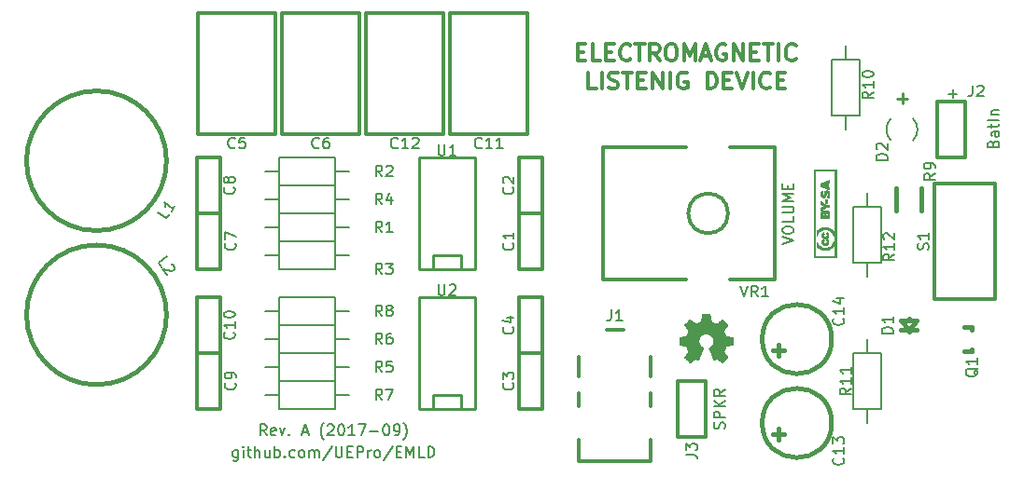
<source format=gto>
G04 #@! TF.FileFunction,Legend,Top*
%FSLAX46Y46*%
G04 Gerber Fmt 4.6, Leading zero omitted, Abs format (unit mm)*
G04 Created by KiCad (PCBNEW 4.0.6) date Mon Jun  5 15:03:05 2017*
%MOMM*%
%LPD*%
G01*
G04 APERTURE LIST*
%ADD10C,0.100000*%
%ADD11C,0.150000*%
%ADD12C,0.300000*%
%ADD13C,0.304800*%
%ADD14C,0.381000*%
%ADD15C,0.254000*%
%ADD16C,0.002540*%
G04 APERTURE END LIST*
D10*
D11*
X190671429Y-70780952D02*
X190671429Y-70019047D01*
X191052381Y-70399999D02*
X190290476Y-70399999D01*
X169949762Y-100845714D02*
X169997381Y-100702857D01*
X169997381Y-100464761D01*
X169949762Y-100369523D01*
X169902143Y-100321904D01*
X169806905Y-100274285D01*
X169711667Y-100274285D01*
X169616429Y-100321904D01*
X169568810Y-100369523D01*
X169521190Y-100464761D01*
X169473571Y-100655238D01*
X169425952Y-100750476D01*
X169378333Y-100798095D01*
X169283095Y-100845714D01*
X169187857Y-100845714D01*
X169092619Y-100798095D01*
X169045000Y-100750476D01*
X168997381Y-100655238D01*
X168997381Y-100417142D01*
X169045000Y-100274285D01*
X169997381Y-99845714D02*
X168997381Y-99845714D01*
X168997381Y-99464761D01*
X169045000Y-99369523D01*
X169092619Y-99321904D01*
X169187857Y-99274285D01*
X169330714Y-99274285D01*
X169425952Y-99321904D01*
X169473571Y-99369523D01*
X169521190Y-99464761D01*
X169521190Y-99845714D01*
X169997381Y-98845714D02*
X168997381Y-98845714D01*
X169997381Y-98274285D02*
X169425952Y-98702857D01*
X168997381Y-98274285D02*
X169568810Y-98845714D01*
X169997381Y-97274285D02*
X169521190Y-97607619D01*
X169997381Y-97845714D02*
X168997381Y-97845714D01*
X168997381Y-97464761D01*
X169045000Y-97369523D01*
X169092619Y-97321904D01*
X169187857Y-97274285D01*
X169330714Y-97274285D01*
X169425952Y-97321904D01*
X169473571Y-97369523D01*
X169521190Y-97464761D01*
X169521190Y-97845714D01*
X125833334Y-102785714D02*
X125833334Y-103595238D01*
X125785715Y-103690476D01*
X125738096Y-103738095D01*
X125642857Y-103785714D01*
X125500000Y-103785714D01*
X125404762Y-103738095D01*
X125833334Y-103404762D02*
X125738096Y-103452381D01*
X125547619Y-103452381D01*
X125452381Y-103404762D01*
X125404762Y-103357143D01*
X125357143Y-103261905D01*
X125357143Y-102976190D01*
X125404762Y-102880952D01*
X125452381Y-102833333D01*
X125547619Y-102785714D01*
X125738096Y-102785714D01*
X125833334Y-102833333D01*
X126309524Y-103452381D02*
X126309524Y-102785714D01*
X126309524Y-102452381D02*
X126261905Y-102500000D01*
X126309524Y-102547619D01*
X126357143Y-102500000D01*
X126309524Y-102452381D01*
X126309524Y-102547619D01*
X126642857Y-102785714D02*
X127023809Y-102785714D01*
X126785714Y-102452381D02*
X126785714Y-103309524D01*
X126833333Y-103404762D01*
X126928571Y-103452381D01*
X127023809Y-103452381D01*
X127357143Y-103452381D02*
X127357143Y-102452381D01*
X127785715Y-103452381D02*
X127785715Y-102928571D01*
X127738096Y-102833333D01*
X127642858Y-102785714D01*
X127500000Y-102785714D01*
X127404762Y-102833333D01*
X127357143Y-102880952D01*
X128690477Y-102785714D02*
X128690477Y-103452381D01*
X128261905Y-102785714D02*
X128261905Y-103309524D01*
X128309524Y-103404762D01*
X128404762Y-103452381D01*
X128547620Y-103452381D01*
X128642858Y-103404762D01*
X128690477Y-103357143D01*
X129166667Y-103452381D02*
X129166667Y-102452381D01*
X129166667Y-102833333D02*
X129261905Y-102785714D01*
X129452382Y-102785714D01*
X129547620Y-102833333D01*
X129595239Y-102880952D01*
X129642858Y-102976190D01*
X129642858Y-103261905D01*
X129595239Y-103357143D01*
X129547620Y-103404762D01*
X129452382Y-103452381D01*
X129261905Y-103452381D01*
X129166667Y-103404762D01*
X130071429Y-103357143D02*
X130119048Y-103404762D01*
X130071429Y-103452381D01*
X130023810Y-103404762D01*
X130071429Y-103357143D01*
X130071429Y-103452381D01*
X130976191Y-103404762D02*
X130880953Y-103452381D01*
X130690476Y-103452381D01*
X130595238Y-103404762D01*
X130547619Y-103357143D01*
X130500000Y-103261905D01*
X130500000Y-102976190D01*
X130547619Y-102880952D01*
X130595238Y-102833333D01*
X130690476Y-102785714D01*
X130880953Y-102785714D01*
X130976191Y-102833333D01*
X131547619Y-103452381D02*
X131452381Y-103404762D01*
X131404762Y-103357143D01*
X131357143Y-103261905D01*
X131357143Y-102976190D01*
X131404762Y-102880952D01*
X131452381Y-102833333D01*
X131547619Y-102785714D01*
X131690477Y-102785714D01*
X131785715Y-102833333D01*
X131833334Y-102880952D01*
X131880953Y-102976190D01*
X131880953Y-103261905D01*
X131833334Y-103357143D01*
X131785715Y-103404762D01*
X131690477Y-103452381D01*
X131547619Y-103452381D01*
X132309524Y-103452381D02*
X132309524Y-102785714D01*
X132309524Y-102880952D02*
X132357143Y-102833333D01*
X132452381Y-102785714D01*
X132595239Y-102785714D01*
X132690477Y-102833333D01*
X132738096Y-102928571D01*
X132738096Y-103452381D01*
X132738096Y-102928571D02*
X132785715Y-102833333D01*
X132880953Y-102785714D01*
X133023810Y-102785714D01*
X133119048Y-102833333D01*
X133166667Y-102928571D01*
X133166667Y-103452381D01*
X134357143Y-102404762D02*
X133500000Y-103690476D01*
X134690476Y-102452381D02*
X134690476Y-103261905D01*
X134738095Y-103357143D01*
X134785714Y-103404762D01*
X134880952Y-103452381D01*
X135071429Y-103452381D01*
X135166667Y-103404762D01*
X135214286Y-103357143D01*
X135261905Y-103261905D01*
X135261905Y-102452381D01*
X135738095Y-102928571D02*
X136071429Y-102928571D01*
X136214286Y-103452381D02*
X135738095Y-103452381D01*
X135738095Y-102452381D01*
X136214286Y-102452381D01*
X136642857Y-103452381D02*
X136642857Y-102452381D01*
X137023810Y-102452381D01*
X137119048Y-102500000D01*
X137166667Y-102547619D01*
X137214286Y-102642857D01*
X137214286Y-102785714D01*
X137166667Y-102880952D01*
X137119048Y-102928571D01*
X137023810Y-102976190D01*
X136642857Y-102976190D01*
X137642857Y-103452381D02*
X137642857Y-102785714D01*
X137642857Y-102976190D02*
X137690476Y-102880952D01*
X137738095Y-102833333D01*
X137833333Y-102785714D01*
X137928572Y-102785714D01*
X138404762Y-103452381D02*
X138309524Y-103404762D01*
X138261905Y-103357143D01*
X138214286Y-103261905D01*
X138214286Y-102976190D01*
X138261905Y-102880952D01*
X138309524Y-102833333D01*
X138404762Y-102785714D01*
X138547620Y-102785714D01*
X138642858Y-102833333D01*
X138690477Y-102880952D01*
X138738096Y-102976190D01*
X138738096Y-103261905D01*
X138690477Y-103357143D01*
X138642858Y-103404762D01*
X138547620Y-103452381D01*
X138404762Y-103452381D01*
X139880953Y-102404762D02*
X139023810Y-103690476D01*
X140214286Y-102928571D02*
X140547620Y-102928571D01*
X140690477Y-103452381D02*
X140214286Y-103452381D01*
X140214286Y-102452381D01*
X140690477Y-102452381D01*
X141119048Y-103452381D02*
X141119048Y-102452381D01*
X141452382Y-103166667D01*
X141785715Y-102452381D01*
X141785715Y-103452381D01*
X142738096Y-103452381D02*
X142261905Y-103452381D01*
X142261905Y-102452381D01*
X143071429Y-103452381D02*
X143071429Y-102452381D01*
X143309524Y-102452381D01*
X143452382Y-102500000D01*
X143547620Y-102595238D01*
X143595239Y-102690476D01*
X143642858Y-102880952D01*
X143642858Y-103023810D01*
X143595239Y-103214286D01*
X143547620Y-103309524D01*
X143452382Y-103404762D01*
X143309524Y-103452381D01*
X143071429Y-103452381D01*
X175220381Y-84089524D02*
X176220381Y-83756191D01*
X175220381Y-83422857D01*
X175220381Y-82899048D02*
X175220381Y-82708571D01*
X175268000Y-82613333D01*
X175363238Y-82518095D01*
X175553714Y-82470476D01*
X175887048Y-82470476D01*
X176077524Y-82518095D01*
X176172762Y-82613333D01*
X176220381Y-82708571D01*
X176220381Y-82899048D01*
X176172762Y-82994286D01*
X176077524Y-83089524D01*
X175887048Y-83137143D01*
X175553714Y-83137143D01*
X175363238Y-83089524D01*
X175268000Y-82994286D01*
X175220381Y-82899048D01*
X176220381Y-81565714D02*
X176220381Y-82041905D01*
X175220381Y-82041905D01*
X175220381Y-81232381D02*
X176029905Y-81232381D01*
X176125143Y-81184762D01*
X176172762Y-81137143D01*
X176220381Y-81041905D01*
X176220381Y-80851428D01*
X176172762Y-80756190D01*
X176125143Y-80708571D01*
X176029905Y-80660952D01*
X175220381Y-80660952D01*
X176220381Y-80184762D02*
X175220381Y-80184762D01*
X175934667Y-79851428D01*
X175220381Y-79518095D01*
X176220381Y-79518095D01*
X175696571Y-79041905D02*
X175696571Y-78708571D01*
X176220381Y-78565714D02*
X176220381Y-79041905D01*
X175220381Y-79041905D01*
X175220381Y-78565714D01*
X194328571Y-74957142D02*
X194376190Y-74814285D01*
X194423810Y-74766666D01*
X194519048Y-74719047D01*
X194661905Y-74719047D01*
X194757143Y-74766666D01*
X194804762Y-74814285D01*
X194852381Y-74909523D01*
X194852381Y-75290476D01*
X193852381Y-75290476D01*
X193852381Y-74957142D01*
X193900000Y-74861904D01*
X193947619Y-74814285D01*
X194042857Y-74766666D01*
X194138095Y-74766666D01*
X194233333Y-74814285D01*
X194280952Y-74861904D01*
X194328571Y-74957142D01*
X194328571Y-75290476D01*
X194852381Y-73861904D02*
X194328571Y-73861904D01*
X194233333Y-73909523D01*
X194185714Y-74004761D01*
X194185714Y-74195238D01*
X194233333Y-74290476D01*
X194804762Y-73861904D02*
X194852381Y-73957142D01*
X194852381Y-74195238D01*
X194804762Y-74290476D01*
X194709524Y-74338095D01*
X194614286Y-74338095D01*
X194519048Y-74290476D01*
X194471429Y-74195238D01*
X194471429Y-73957142D01*
X194423810Y-73861904D01*
X194185714Y-73528571D02*
X194185714Y-73147619D01*
X193852381Y-73385714D02*
X194709524Y-73385714D01*
X194804762Y-73338095D01*
X194852381Y-73242857D01*
X194852381Y-73147619D01*
X194852381Y-72814285D02*
X193852381Y-72814285D01*
X194185714Y-72338095D02*
X194852381Y-72338095D01*
X194280952Y-72338095D02*
X194233333Y-72290476D01*
X194185714Y-72195238D01*
X194185714Y-72052380D01*
X194233333Y-71957142D01*
X194328571Y-71909523D01*
X194852381Y-71909523D01*
X128428571Y-101452381D02*
X128095237Y-100976190D01*
X127857142Y-101452381D02*
X127857142Y-100452381D01*
X128238095Y-100452381D01*
X128333333Y-100500000D01*
X128380952Y-100547619D01*
X128428571Y-100642857D01*
X128428571Y-100785714D01*
X128380952Y-100880952D01*
X128333333Y-100928571D01*
X128238095Y-100976190D01*
X127857142Y-100976190D01*
X129238095Y-101404762D02*
X129142857Y-101452381D01*
X128952380Y-101452381D01*
X128857142Y-101404762D01*
X128809523Y-101309524D01*
X128809523Y-100928571D01*
X128857142Y-100833333D01*
X128952380Y-100785714D01*
X129142857Y-100785714D01*
X129238095Y-100833333D01*
X129285714Y-100928571D01*
X129285714Y-101023810D01*
X128809523Y-101119048D01*
X129619047Y-100785714D02*
X129857142Y-101452381D01*
X130095238Y-100785714D01*
X130476190Y-101357143D02*
X130523809Y-101404762D01*
X130476190Y-101452381D01*
X130428571Y-101404762D01*
X130476190Y-101357143D01*
X130476190Y-101452381D01*
X131666666Y-101166667D02*
X132142857Y-101166667D01*
X131571428Y-101452381D02*
X131904761Y-100452381D01*
X132238095Y-101452381D01*
X133619048Y-101833333D02*
X133571428Y-101785714D01*
X133476190Y-101642857D01*
X133428571Y-101547619D01*
X133380952Y-101404762D01*
X133333333Y-101166667D01*
X133333333Y-100976190D01*
X133380952Y-100738095D01*
X133428571Y-100595238D01*
X133476190Y-100500000D01*
X133571428Y-100357143D01*
X133619048Y-100309524D01*
X133952381Y-100547619D02*
X134000000Y-100500000D01*
X134095238Y-100452381D01*
X134333334Y-100452381D01*
X134428572Y-100500000D01*
X134476191Y-100547619D01*
X134523810Y-100642857D01*
X134523810Y-100738095D01*
X134476191Y-100880952D01*
X133904762Y-101452381D01*
X134523810Y-101452381D01*
X135142857Y-100452381D02*
X135238096Y-100452381D01*
X135333334Y-100500000D01*
X135380953Y-100547619D01*
X135428572Y-100642857D01*
X135476191Y-100833333D01*
X135476191Y-101071429D01*
X135428572Y-101261905D01*
X135380953Y-101357143D01*
X135333334Y-101404762D01*
X135238096Y-101452381D01*
X135142857Y-101452381D01*
X135047619Y-101404762D01*
X135000000Y-101357143D01*
X134952381Y-101261905D01*
X134904762Y-101071429D01*
X134904762Y-100833333D01*
X134952381Y-100642857D01*
X135000000Y-100547619D01*
X135047619Y-100500000D01*
X135142857Y-100452381D01*
X136428572Y-101452381D02*
X135857143Y-101452381D01*
X136142857Y-101452381D02*
X136142857Y-100452381D01*
X136047619Y-100595238D01*
X135952381Y-100690476D01*
X135857143Y-100738095D01*
X136761905Y-100452381D02*
X137428572Y-100452381D01*
X137000000Y-101452381D01*
X137809524Y-101071429D02*
X138571429Y-101071429D01*
X139238095Y-100452381D02*
X139333334Y-100452381D01*
X139428572Y-100500000D01*
X139476191Y-100547619D01*
X139523810Y-100642857D01*
X139571429Y-100833333D01*
X139571429Y-101071429D01*
X139523810Y-101261905D01*
X139476191Y-101357143D01*
X139428572Y-101404762D01*
X139333334Y-101452381D01*
X139238095Y-101452381D01*
X139142857Y-101404762D01*
X139095238Y-101357143D01*
X139047619Y-101261905D01*
X139000000Y-101071429D01*
X139000000Y-100833333D01*
X139047619Y-100642857D01*
X139095238Y-100547619D01*
X139142857Y-100500000D01*
X139238095Y-100452381D01*
X140047619Y-101452381D02*
X140238095Y-101452381D01*
X140333334Y-101404762D01*
X140380953Y-101357143D01*
X140476191Y-101214286D01*
X140523810Y-101023810D01*
X140523810Y-100642857D01*
X140476191Y-100547619D01*
X140428572Y-100500000D01*
X140333334Y-100452381D01*
X140142857Y-100452381D01*
X140047619Y-100500000D01*
X140000000Y-100547619D01*
X139952381Y-100642857D01*
X139952381Y-100880952D01*
X140000000Y-100976190D01*
X140047619Y-101023810D01*
X140142857Y-101071429D01*
X140333334Y-101071429D01*
X140428572Y-101023810D01*
X140476191Y-100976190D01*
X140523810Y-100880952D01*
X140857143Y-101833333D02*
X140904762Y-101785714D01*
X141000000Y-101642857D01*
X141047619Y-101547619D01*
X141095238Y-101404762D01*
X141142857Y-101166667D01*
X141142857Y-100976190D01*
X141095238Y-100738095D01*
X141047619Y-100595238D01*
X141000000Y-100500000D01*
X140904762Y-100357143D01*
X140857143Y-100309524D01*
D12*
X156642857Y-66617857D02*
X157142857Y-66617857D01*
X157357143Y-67403571D02*
X156642857Y-67403571D01*
X156642857Y-65903571D01*
X157357143Y-65903571D01*
X158714286Y-67403571D02*
X158000000Y-67403571D01*
X158000000Y-65903571D01*
X159214286Y-66617857D02*
X159714286Y-66617857D01*
X159928572Y-67403571D02*
X159214286Y-67403571D01*
X159214286Y-65903571D01*
X159928572Y-65903571D01*
X161428572Y-67260714D02*
X161357143Y-67332143D01*
X161142857Y-67403571D01*
X161000000Y-67403571D01*
X160785715Y-67332143D01*
X160642857Y-67189286D01*
X160571429Y-67046429D01*
X160500000Y-66760714D01*
X160500000Y-66546429D01*
X160571429Y-66260714D01*
X160642857Y-66117857D01*
X160785715Y-65975000D01*
X161000000Y-65903571D01*
X161142857Y-65903571D01*
X161357143Y-65975000D01*
X161428572Y-66046429D01*
X161857143Y-65903571D02*
X162714286Y-65903571D01*
X162285715Y-67403571D02*
X162285715Y-65903571D01*
X164071429Y-67403571D02*
X163571429Y-66689286D01*
X163214286Y-67403571D02*
X163214286Y-65903571D01*
X163785714Y-65903571D01*
X163928572Y-65975000D01*
X164000000Y-66046429D01*
X164071429Y-66189286D01*
X164071429Y-66403571D01*
X164000000Y-66546429D01*
X163928572Y-66617857D01*
X163785714Y-66689286D01*
X163214286Y-66689286D01*
X165000000Y-65903571D02*
X165285714Y-65903571D01*
X165428572Y-65975000D01*
X165571429Y-66117857D01*
X165642857Y-66403571D01*
X165642857Y-66903571D01*
X165571429Y-67189286D01*
X165428572Y-67332143D01*
X165285714Y-67403571D01*
X165000000Y-67403571D01*
X164857143Y-67332143D01*
X164714286Y-67189286D01*
X164642857Y-66903571D01*
X164642857Y-66403571D01*
X164714286Y-66117857D01*
X164857143Y-65975000D01*
X165000000Y-65903571D01*
X166285715Y-67403571D02*
X166285715Y-65903571D01*
X166785715Y-66975000D01*
X167285715Y-65903571D01*
X167285715Y-67403571D01*
X167928572Y-66975000D02*
X168642858Y-66975000D01*
X167785715Y-67403571D02*
X168285715Y-65903571D01*
X168785715Y-67403571D01*
X170071429Y-65975000D02*
X169928572Y-65903571D01*
X169714286Y-65903571D01*
X169500001Y-65975000D01*
X169357143Y-66117857D01*
X169285715Y-66260714D01*
X169214286Y-66546429D01*
X169214286Y-66760714D01*
X169285715Y-67046429D01*
X169357143Y-67189286D01*
X169500001Y-67332143D01*
X169714286Y-67403571D01*
X169857143Y-67403571D01*
X170071429Y-67332143D01*
X170142858Y-67260714D01*
X170142858Y-66760714D01*
X169857143Y-66760714D01*
X170785715Y-67403571D02*
X170785715Y-65903571D01*
X171642858Y-67403571D01*
X171642858Y-65903571D01*
X172357144Y-66617857D02*
X172857144Y-66617857D01*
X173071430Y-67403571D02*
X172357144Y-67403571D01*
X172357144Y-65903571D01*
X173071430Y-65903571D01*
X173500001Y-65903571D02*
X174357144Y-65903571D01*
X173928573Y-67403571D02*
X173928573Y-65903571D01*
X174857144Y-67403571D02*
X174857144Y-65903571D01*
X176428573Y-67260714D02*
X176357144Y-67332143D01*
X176142858Y-67403571D01*
X176000001Y-67403571D01*
X175785716Y-67332143D01*
X175642858Y-67189286D01*
X175571430Y-67046429D01*
X175500001Y-66760714D01*
X175500001Y-66546429D01*
X175571430Y-66260714D01*
X175642858Y-66117857D01*
X175785716Y-65975000D01*
X176000001Y-65903571D01*
X176142858Y-65903571D01*
X176357144Y-65975000D01*
X176428573Y-66046429D01*
X158321429Y-69953571D02*
X157607143Y-69953571D01*
X157607143Y-68453571D01*
X158821429Y-69953571D02*
X158821429Y-68453571D01*
X159464286Y-69882143D02*
X159678572Y-69953571D01*
X160035715Y-69953571D01*
X160178572Y-69882143D01*
X160250001Y-69810714D01*
X160321429Y-69667857D01*
X160321429Y-69525000D01*
X160250001Y-69382143D01*
X160178572Y-69310714D01*
X160035715Y-69239286D01*
X159750001Y-69167857D01*
X159607143Y-69096429D01*
X159535715Y-69025000D01*
X159464286Y-68882143D01*
X159464286Y-68739286D01*
X159535715Y-68596429D01*
X159607143Y-68525000D01*
X159750001Y-68453571D01*
X160107143Y-68453571D01*
X160321429Y-68525000D01*
X160750000Y-68453571D02*
X161607143Y-68453571D01*
X161178572Y-69953571D02*
X161178572Y-68453571D01*
X162107143Y-69167857D02*
X162607143Y-69167857D01*
X162821429Y-69953571D02*
X162107143Y-69953571D01*
X162107143Y-68453571D01*
X162821429Y-68453571D01*
X163464286Y-69953571D02*
X163464286Y-68453571D01*
X164321429Y-69953571D01*
X164321429Y-68453571D01*
X165035715Y-69953571D02*
X165035715Y-68453571D01*
X166535715Y-68525000D02*
X166392858Y-68453571D01*
X166178572Y-68453571D01*
X165964287Y-68525000D01*
X165821429Y-68667857D01*
X165750001Y-68810714D01*
X165678572Y-69096429D01*
X165678572Y-69310714D01*
X165750001Y-69596429D01*
X165821429Y-69739286D01*
X165964287Y-69882143D01*
X166178572Y-69953571D01*
X166321429Y-69953571D01*
X166535715Y-69882143D01*
X166607144Y-69810714D01*
X166607144Y-69310714D01*
X166321429Y-69310714D01*
X168392858Y-69953571D02*
X168392858Y-68453571D01*
X168750001Y-68453571D01*
X168964286Y-68525000D01*
X169107144Y-68667857D01*
X169178572Y-68810714D01*
X169250001Y-69096429D01*
X169250001Y-69310714D01*
X169178572Y-69596429D01*
X169107144Y-69739286D01*
X168964286Y-69882143D01*
X168750001Y-69953571D01*
X168392858Y-69953571D01*
X169892858Y-69167857D02*
X170392858Y-69167857D01*
X170607144Y-69953571D02*
X169892858Y-69953571D01*
X169892858Y-68453571D01*
X170607144Y-68453571D01*
X171035715Y-68453571D02*
X171535715Y-69953571D01*
X172035715Y-68453571D01*
X172535715Y-69953571D02*
X172535715Y-68453571D01*
X174107144Y-69810714D02*
X174035715Y-69882143D01*
X173821429Y-69953571D01*
X173678572Y-69953571D01*
X173464287Y-69882143D01*
X173321429Y-69739286D01*
X173250001Y-69596429D01*
X173178572Y-69310714D01*
X173178572Y-69096429D01*
X173250001Y-68810714D01*
X173321429Y-68667857D01*
X173464287Y-68525000D01*
X173678572Y-68453571D01*
X173821429Y-68453571D01*
X174035715Y-68525000D01*
X174107144Y-68596429D01*
X174750001Y-69167857D02*
X175250001Y-69167857D01*
X175464287Y-69953571D02*
X174750001Y-69953571D01*
X174750001Y-68453571D01*
X175464287Y-68453571D01*
D13*
X151330000Y-86309200D02*
X151330000Y-81280000D01*
X151330000Y-81280000D02*
X153400000Y-81280000D01*
X153470000Y-81280000D02*
X153470000Y-86360000D01*
X153400000Y-86360000D02*
X151330000Y-86360000D01*
X151330000Y-81229200D02*
X151330000Y-76200000D01*
X151330000Y-76200000D02*
X153400000Y-76200000D01*
X153470000Y-76200000D02*
X153470000Y-81280000D01*
X153400000Y-81280000D02*
X151330000Y-81280000D01*
X151330000Y-99009200D02*
X151330000Y-93980000D01*
X151330000Y-93980000D02*
X153400000Y-93980000D01*
X153470000Y-93980000D02*
X153470000Y-99060000D01*
X153400000Y-99060000D02*
X151330000Y-99060000D01*
X151330000Y-93929200D02*
X151330000Y-88900000D01*
X151330000Y-88900000D02*
X153400000Y-88900000D01*
X153470000Y-88900000D02*
X153470000Y-93980000D01*
X153400000Y-93980000D02*
X151330000Y-93980000D01*
D12*
X122190000Y-74080000D02*
X122190000Y-63080000D01*
X129190000Y-63080000D02*
X129190000Y-74080000D01*
X122190000Y-74080000D02*
X129190000Y-74080000D01*
X122190000Y-63080000D02*
X129190000Y-63080000D01*
X129810000Y-74080000D02*
X129810000Y-63080000D01*
X136810000Y-63080000D02*
X136810000Y-74080000D01*
X129810000Y-74080000D02*
X136810000Y-74080000D01*
X129810000Y-63080000D02*
X136810000Y-63080000D01*
D13*
X124260000Y-81330800D02*
X124260000Y-86360000D01*
X124260000Y-86360000D02*
X122190000Y-86360000D01*
X122120000Y-86360000D02*
X122120000Y-81280000D01*
X122190000Y-81280000D02*
X124260000Y-81280000D01*
X124260000Y-76250800D02*
X124260000Y-81280000D01*
X124260000Y-81280000D02*
X122190000Y-81280000D01*
X122120000Y-81280000D02*
X122120000Y-76200000D01*
X122190000Y-76200000D02*
X124260000Y-76200000D01*
X124260000Y-94030800D02*
X124260000Y-99060000D01*
X124260000Y-99060000D02*
X122190000Y-99060000D01*
X122120000Y-99060000D02*
X122120000Y-93980000D01*
X122190000Y-93980000D02*
X124260000Y-93980000D01*
X124260000Y-88950800D02*
X124260000Y-93980000D01*
X124260000Y-93980000D02*
X122190000Y-93980000D01*
X122120000Y-93980000D02*
X122120000Y-88900000D01*
X122190000Y-88900000D02*
X124260000Y-88900000D01*
D12*
X145050000Y-74080000D02*
X145050000Y-63080000D01*
X152050000Y-63080000D02*
X152050000Y-74080000D01*
X145050000Y-74080000D02*
X152050000Y-74080000D01*
X145050000Y-63080000D02*
X152050000Y-63080000D01*
X137430000Y-74080000D02*
X137430000Y-63080000D01*
X144430000Y-63080000D02*
X144430000Y-74080000D01*
X137430000Y-74080000D02*
X144430000Y-74080000D01*
X137430000Y-63080000D02*
X144430000Y-63080000D01*
D14*
X174830740Y-101330760D02*
X174830740Y-100830380D01*
X174830740Y-101330760D02*
X174330360Y-101330760D01*
X174830740Y-101831140D02*
X174830740Y-101330760D01*
X174830740Y-101330760D02*
X175229520Y-101330760D01*
X175229520Y-101330760D02*
X175331120Y-101330760D01*
X179679600Y-100330000D02*
G75*
G03X179679600Y-100330000I-3149600J0D01*
G01*
X174830740Y-93710760D02*
X174830740Y-93210380D01*
X174830740Y-93710760D02*
X174330360Y-93710760D01*
X174830740Y-94211140D02*
X174830740Y-93710760D01*
X174830740Y-93710760D02*
X175229520Y-93710760D01*
X175229520Y-93710760D02*
X175331120Y-93710760D01*
X179679600Y-92710000D02*
G75*
G03X179679600Y-92710000I-3149600J0D01*
G01*
X186690000Y-91889580D02*
X186690000Y-92039440D01*
X186690000Y-91041220D02*
X186690000Y-90840560D01*
X186690000Y-91889580D02*
X185940700Y-91889580D01*
X186690000Y-91889580D02*
X187391040Y-91889580D01*
X186690000Y-91889580D02*
X187391040Y-91041220D01*
X187391040Y-91041220D02*
X185988960Y-91041220D01*
X185988960Y-91041220D02*
X186690000Y-91889580D01*
D11*
X185055000Y-72660000D02*
G75*
G03X185055000Y-74660000I1000000J-1000000D01*
G01*
X187055000Y-74660000D02*
G75*
G03X187055000Y-72660000I-1000000J1000000D01*
G01*
D15*
X186080400Y-70336400D02*
X186080400Y-71301600D01*
X186563000Y-70844400D02*
X185597800Y-70844400D01*
D12*
X160770000Y-91830000D02*
X159270000Y-91830000D01*
X163270000Y-96080000D02*
X163270000Y-94330000D01*
X163270000Y-98830000D02*
X163270000Y-97580000D01*
X156770000Y-96080000D02*
X156770000Y-94330000D01*
X156770000Y-98830000D02*
X156770000Y-97580000D01*
X163270000Y-101830000D02*
X163270000Y-103830000D01*
X163270000Y-103830000D02*
X156770000Y-103830000D01*
X156770000Y-103830000D02*
X156770000Y-101830000D01*
D13*
X189230000Y-71120000D02*
X191770000Y-71120000D01*
X191770000Y-71120000D02*
X191770000Y-76200000D01*
X191770000Y-76200000D02*
X189230000Y-76200000D01*
X189230000Y-76200000D02*
X189230000Y-71120000D01*
D14*
X119349999Y-76500000D02*
G75*
G03X119349999Y-76500000I-6349999J0D01*
G01*
X119349999Y-90500000D02*
G75*
G03X119349999Y-90500000I-6349999J0D01*
G01*
X191719200Y-91610180D02*
X192420240Y-91610180D01*
X192420240Y-91610180D02*
X192420240Y-91859100D01*
X192420240Y-93609160D02*
X192420240Y-93809820D01*
X192420240Y-93809820D02*
X191719200Y-93809820D01*
D11*
X129540000Y-82550000D02*
X128270000Y-82550000D01*
X135890000Y-82550000D02*
X134620000Y-82550000D01*
X129540000Y-83820000D02*
X134620000Y-83820000D01*
X134620000Y-83820000D02*
X134620000Y-81280000D01*
X134620000Y-81280000D02*
X129540000Y-81280000D01*
X129540000Y-83820000D02*
X129540000Y-81280000D01*
X134620000Y-77470000D02*
X135890000Y-77470000D01*
X128270000Y-77470000D02*
X129540000Y-77470000D01*
X134620000Y-76200000D02*
X129540000Y-76200000D01*
X129540000Y-76200000D02*
X129540000Y-78740000D01*
X129540000Y-78740000D02*
X134620000Y-78740000D01*
X134620000Y-76200000D02*
X134620000Y-78740000D01*
X129540000Y-85090000D02*
X128270000Y-85090000D01*
X135890000Y-85090000D02*
X134620000Y-85090000D01*
X129540000Y-86360000D02*
X134620000Y-86360000D01*
X134620000Y-86360000D02*
X134620000Y-83820000D01*
X134620000Y-83820000D02*
X129540000Y-83820000D01*
X129540000Y-86360000D02*
X129540000Y-83820000D01*
X134620000Y-80010000D02*
X135890000Y-80010000D01*
X128270000Y-80010000D02*
X129540000Y-80010000D01*
X134620000Y-78740000D02*
X129540000Y-78740000D01*
X129540000Y-78740000D02*
X129540000Y-81280000D01*
X129540000Y-81280000D02*
X134620000Y-81280000D01*
X134620000Y-78740000D02*
X134620000Y-81280000D01*
X129540000Y-95250000D02*
X128270000Y-95250000D01*
X135890000Y-95250000D02*
X134620000Y-95250000D01*
X129540000Y-96520000D02*
X134620000Y-96520000D01*
X134620000Y-96520000D02*
X134620000Y-93980000D01*
X134620000Y-93980000D02*
X129540000Y-93980000D01*
X129540000Y-96520000D02*
X129540000Y-93980000D01*
X129540000Y-92710000D02*
X128270000Y-92710000D01*
X135890000Y-92710000D02*
X134620000Y-92710000D01*
X129540000Y-93980000D02*
X134620000Y-93980000D01*
X134620000Y-93980000D02*
X134620000Y-91440000D01*
X134620000Y-91440000D02*
X129540000Y-91440000D01*
X129540000Y-93980000D02*
X129540000Y-91440000D01*
X129540000Y-97790000D02*
X128270000Y-97790000D01*
X135890000Y-97790000D02*
X134620000Y-97790000D01*
X129540000Y-99060000D02*
X134620000Y-99060000D01*
X134620000Y-99060000D02*
X134620000Y-96520000D01*
X134620000Y-96520000D02*
X129540000Y-96520000D01*
X129540000Y-99060000D02*
X129540000Y-96520000D01*
X129540000Y-90170000D02*
X128270000Y-90170000D01*
X135890000Y-90170000D02*
X134620000Y-90170000D01*
X129540000Y-91440000D02*
X134620000Y-91440000D01*
X134620000Y-91440000D02*
X134620000Y-88900000D01*
X134620000Y-88900000D02*
X129540000Y-88900000D01*
X129540000Y-91440000D02*
X129540000Y-88900000D01*
D14*
X185547000Y-80010000D02*
X185547000Y-81026000D01*
X185547000Y-80010000D02*
X185547000Y-78994000D01*
X187833000Y-80010000D02*
X187833000Y-81026000D01*
X187833000Y-80010000D02*
X187833000Y-78994000D01*
D11*
X180975000Y-72390000D02*
X180975000Y-73660000D01*
X180975000Y-66040000D02*
X180975000Y-67310000D01*
X182245000Y-72390000D02*
X182245000Y-67310000D01*
X182245000Y-67310000D02*
X179705000Y-67310000D01*
X179705000Y-67310000D02*
X179705000Y-72390000D01*
X182245000Y-72390000D02*
X179705000Y-72390000D01*
X182880000Y-99060000D02*
X182880000Y-100330000D01*
X182880000Y-92710000D02*
X182880000Y-93980000D01*
X184150000Y-99060000D02*
X184150000Y-93980000D01*
X184150000Y-93980000D02*
X181610000Y-93980000D01*
X181610000Y-93980000D02*
X181610000Y-99060000D01*
X184150000Y-99060000D02*
X181610000Y-99060000D01*
X182880000Y-85725000D02*
X182880000Y-86995000D01*
X182880000Y-79375000D02*
X182880000Y-80645000D01*
X184150000Y-85725000D02*
X184150000Y-80645000D01*
X184150000Y-80645000D02*
X181610000Y-80645000D01*
X181610000Y-80645000D02*
X181610000Y-85725000D01*
X184150000Y-85725000D02*
X181610000Y-85725000D01*
D12*
X189020000Y-89070000D02*
X194520000Y-89070000D01*
X189020000Y-78570000D02*
X194520000Y-78570000D01*
X194520000Y-78570000D02*
X194520000Y-89070000D01*
X189020000Y-89070000D02*
X189020000Y-78570000D01*
D15*
X143510000Y-86360000D02*
X143510000Y-85090000D01*
X143510000Y-85090000D02*
X146050000Y-85090000D01*
X146050000Y-85090000D02*
X146050000Y-86360000D01*
X142240000Y-86360000D02*
X142240000Y-76200000D01*
X142240000Y-76200000D02*
X147320000Y-76200000D01*
X147320000Y-76200000D02*
X147320000Y-86360000D01*
X147320000Y-86360000D02*
X142240000Y-86360000D01*
X143510000Y-99060000D02*
X143510000Y-97790000D01*
X143510000Y-97790000D02*
X146050000Y-97790000D01*
X146050000Y-97790000D02*
X146050000Y-99060000D01*
X142240000Y-99060000D02*
X142240000Y-88900000D01*
X142240000Y-88900000D02*
X147320000Y-88900000D01*
X147320000Y-88900000D02*
X147320000Y-99060000D01*
X147320000Y-99060000D02*
X142240000Y-99060000D01*
D12*
X166480000Y-75280000D02*
X158980000Y-75280000D01*
X174480000Y-75280000D02*
X170480000Y-75280000D01*
X166480000Y-87280000D02*
X158980000Y-87280000D01*
X174480000Y-75280000D02*
X174480000Y-87280000D01*
X174480000Y-87280000D02*
X170480000Y-87280000D01*
X170282776Y-81280000D02*
G75*
G03X170282776Y-81280000I-1802776J0D01*
G01*
X158980000Y-81280000D02*
X158980000Y-75280000D01*
X158980000Y-81280000D02*
X158980000Y-87280000D01*
D16*
G36*
X180088540Y-77279500D02*
X180088540Y-77416660D01*
X179959000Y-77416660D01*
X179075080Y-77416660D01*
X178193700Y-77416660D01*
X178193700Y-81280000D01*
X178193700Y-85143340D01*
X179075080Y-85143340D01*
X179959000Y-85143340D01*
X179959000Y-81280000D01*
X179959000Y-77416660D01*
X180088540Y-77416660D01*
X180088540Y-81277460D01*
X180088540Y-85275420D01*
X179072540Y-85275420D01*
X178059080Y-85275420D01*
X178059080Y-81277460D01*
X178059080Y-77279500D01*
X179072540Y-77279500D01*
X180088540Y-77279500D01*
X180088540Y-77279500D01*
X180088540Y-77279500D01*
G37*
X180088540Y-77279500D02*
X180088540Y-77416660D01*
X179959000Y-77416660D01*
X179075080Y-77416660D01*
X178193700Y-77416660D01*
X178193700Y-81280000D01*
X178193700Y-85143340D01*
X179075080Y-85143340D01*
X179959000Y-85143340D01*
X179959000Y-81280000D01*
X179959000Y-77416660D01*
X180088540Y-77416660D01*
X180088540Y-81277460D01*
X180088540Y-85275420D01*
X179072540Y-85275420D01*
X178059080Y-85275420D01*
X178059080Y-81277460D01*
X178059080Y-77279500D01*
X179072540Y-77279500D01*
X180088540Y-77279500D01*
X180088540Y-77279500D01*
G36*
X179834540Y-83860640D02*
X179834540Y-83865720D01*
X179834540Y-83875880D01*
X179834540Y-83891120D01*
X179834540Y-83911440D01*
X179834540Y-83936840D01*
X179834540Y-83967320D01*
X179834540Y-84000340D01*
X179834540Y-84035900D01*
X179834540Y-84046060D01*
X179834540Y-84231480D01*
X179806600Y-84264500D01*
X179745640Y-84330540D01*
X179682140Y-84388960D01*
X179616100Y-84439760D01*
X179547520Y-84485480D01*
X179476400Y-84523580D01*
X179405280Y-84554060D01*
X179329080Y-84579460D01*
X179250340Y-84597240D01*
X179171600Y-84607400D01*
X179087780Y-84612480D01*
X179080160Y-84612480D01*
X178996340Y-84609940D01*
X178915060Y-84599780D01*
X178836320Y-84582000D01*
X178762660Y-84559140D01*
X178689000Y-84528660D01*
X178615340Y-84493100D01*
X178546760Y-84447380D01*
X178498500Y-84414360D01*
X178485800Y-84404200D01*
X178468020Y-84388960D01*
X178447700Y-84371180D01*
X178427380Y-84350860D01*
X178404520Y-84330540D01*
X178384200Y-84307680D01*
X178363880Y-84289900D01*
X178346100Y-84272120D01*
X178333400Y-84256880D01*
X178328320Y-84251800D01*
X178315620Y-84234020D01*
X178315620Y-84051140D01*
X178318160Y-83865720D01*
X178328320Y-83893660D01*
X178338480Y-83919060D01*
X178353720Y-83949540D01*
X178368960Y-83980020D01*
X178386740Y-84010500D01*
X178401980Y-84038440D01*
X178409600Y-84048600D01*
X178445160Y-84096860D01*
X178485800Y-84145120D01*
X178528980Y-84193380D01*
X178577240Y-84236560D01*
X178628040Y-84277200D01*
X178676300Y-84310220D01*
X178686460Y-84315300D01*
X178706780Y-84328000D01*
X178734720Y-84343240D01*
X178762660Y-84355940D01*
X178790600Y-84368640D01*
X178816000Y-84378800D01*
X178831240Y-84383880D01*
X178899820Y-84404200D01*
X178970940Y-84416900D01*
X179042060Y-84424520D01*
X179113180Y-84424520D01*
X179184300Y-84416900D01*
X179255420Y-84404200D01*
X179321460Y-84383880D01*
X179387500Y-84358480D01*
X179451000Y-84325460D01*
X179451000Y-84325460D01*
X179506880Y-84289900D01*
X179560220Y-84246720D01*
X179611020Y-84201000D01*
X179661820Y-84150200D01*
X179705000Y-84096860D01*
X179745640Y-84038440D01*
X179748180Y-84038440D01*
X179760880Y-84015580D01*
X179773580Y-83992720D01*
X179788820Y-83964780D01*
X179801520Y-83939380D01*
X179811680Y-83913980D01*
X179821840Y-83893660D01*
X179824380Y-83883500D01*
X179829460Y-83873340D01*
X179832000Y-83863180D01*
X179834540Y-83860640D01*
X179834540Y-83860640D01*
X179834540Y-83860640D01*
G37*
X179834540Y-83860640D02*
X179834540Y-83865720D01*
X179834540Y-83875880D01*
X179834540Y-83891120D01*
X179834540Y-83911440D01*
X179834540Y-83936840D01*
X179834540Y-83967320D01*
X179834540Y-84000340D01*
X179834540Y-84035900D01*
X179834540Y-84046060D01*
X179834540Y-84231480D01*
X179806600Y-84264500D01*
X179745640Y-84330540D01*
X179682140Y-84388960D01*
X179616100Y-84439760D01*
X179547520Y-84485480D01*
X179476400Y-84523580D01*
X179405280Y-84554060D01*
X179329080Y-84579460D01*
X179250340Y-84597240D01*
X179171600Y-84607400D01*
X179087780Y-84612480D01*
X179080160Y-84612480D01*
X178996340Y-84609940D01*
X178915060Y-84599780D01*
X178836320Y-84582000D01*
X178762660Y-84559140D01*
X178689000Y-84528660D01*
X178615340Y-84493100D01*
X178546760Y-84447380D01*
X178498500Y-84414360D01*
X178485800Y-84404200D01*
X178468020Y-84388960D01*
X178447700Y-84371180D01*
X178427380Y-84350860D01*
X178404520Y-84330540D01*
X178384200Y-84307680D01*
X178363880Y-84289900D01*
X178346100Y-84272120D01*
X178333400Y-84256880D01*
X178328320Y-84251800D01*
X178315620Y-84234020D01*
X178315620Y-84051140D01*
X178318160Y-83865720D01*
X178328320Y-83893660D01*
X178338480Y-83919060D01*
X178353720Y-83949540D01*
X178368960Y-83980020D01*
X178386740Y-84010500D01*
X178401980Y-84038440D01*
X178409600Y-84048600D01*
X178445160Y-84096860D01*
X178485800Y-84145120D01*
X178528980Y-84193380D01*
X178577240Y-84236560D01*
X178628040Y-84277200D01*
X178676300Y-84310220D01*
X178686460Y-84315300D01*
X178706780Y-84328000D01*
X178734720Y-84343240D01*
X178762660Y-84355940D01*
X178790600Y-84368640D01*
X178816000Y-84378800D01*
X178831240Y-84383880D01*
X178899820Y-84404200D01*
X178970940Y-84416900D01*
X179042060Y-84424520D01*
X179113180Y-84424520D01*
X179184300Y-84416900D01*
X179255420Y-84404200D01*
X179321460Y-84383880D01*
X179387500Y-84358480D01*
X179451000Y-84325460D01*
X179451000Y-84325460D01*
X179506880Y-84289900D01*
X179560220Y-84246720D01*
X179611020Y-84201000D01*
X179661820Y-84150200D01*
X179705000Y-84096860D01*
X179745640Y-84038440D01*
X179748180Y-84038440D01*
X179760880Y-84015580D01*
X179773580Y-83992720D01*
X179788820Y-83964780D01*
X179801520Y-83939380D01*
X179811680Y-83913980D01*
X179821840Y-83893660D01*
X179824380Y-83883500D01*
X179829460Y-83873340D01*
X179832000Y-83863180D01*
X179834540Y-83860640D01*
X179834540Y-83860640D01*
G36*
X179100480Y-82537300D02*
X179138580Y-82539840D01*
X179174140Y-82539840D01*
X179202080Y-82542380D01*
X179217320Y-82544920D01*
X179296060Y-82560160D01*
X179372260Y-82580480D01*
X179445920Y-82605880D01*
X179514500Y-82638900D01*
X179580540Y-82677000D01*
X179644040Y-82722720D01*
X179707540Y-82773520D01*
X179765960Y-82831940D01*
X179819300Y-82890360D01*
X179834540Y-82910680D01*
X179834540Y-83096100D01*
X179834540Y-83134200D01*
X179834540Y-83167220D01*
X179834540Y-83197700D01*
X179834540Y-83225640D01*
X179834540Y-83248500D01*
X179834540Y-83266280D01*
X179834540Y-83276440D01*
X179834540Y-83284060D01*
X179834540Y-83284060D01*
X179832000Y-83281520D01*
X179829460Y-83271360D01*
X179826920Y-83263740D01*
X179821840Y-83253580D01*
X179814220Y-83235800D01*
X179806600Y-83215480D01*
X179796440Y-83195160D01*
X179786280Y-83172300D01*
X179776120Y-83154520D01*
X179765960Y-83139280D01*
X179763420Y-83129120D01*
X179727860Y-83078320D01*
X179694840Y-83032600D01*
X179656740Y-82989420D01*
X179616100Y-82943700D01*
X179613560Y-82941160D01*
X179572920Y-82905600D01*
X179534820Y-82872580D01*
X179496720Y-82844640D01*
X179456080Y-82819240D01*
X179417980Y-82798920D01*
X179359560Y-82773520D01*
X179293520Y-82753200D01*
X179227480Y-82737960D01*
X179158900Y-82727800D01*
X179090320Y-82722720D01*
X179019200Y-82725260D01*
X178950620Y-82732880D01*
X178882040Y-82745580D01*
X178823620Y-82763360D01*
X178798220Y-82773520D01*
X178767740Y-82786220D01*
X178734720Y-82801460D01*
X178704240Y-82816700D01*
X178673760Y-82831940D01*
X178653440Y-82847180D01*
X178592480Y-82890360D01*
X178536600Y-82941160D01*
X178483260Y-82994500D01*
X178435000Y-83052920D01*
X178394360Y-83116420D01*
X178358800Y-83179920D01*
X178335940Y-83230720D01*
X178328320Y-83245960D01*
X178323240Y-83258660D01*
X178320700Y-83268820D01*
X178318160Y-83271360D01*
X178318160Y-83268820D01*
X178315620Y-83258660D01*
X178315620Y-83243420D01*
X178315620Y-83223100D01*
X178315620Y-83197700D01*
X178315620Y-83169760D01*
X178315620Y-83136740D01*
X178315620Y-83101180D01*
X178315620Y-83091020D01*
X178315620Y-82910680D01*
X178335940Y-82885280D01*
X178351180Y-82867500D01*
X178371500Y-82844640D01*
X178394360Y-82821780D01*
X178417220Y-82798920D01*
X178442620Y-82776060D01*
X178462940Y-82755740D01*
X178483260Y-82740500D01*
X178549300Y-82692240D01*
X178617880Y-82649060D01*
X178689000Y-82613500D01*
X178762660Y-82585560D01*
X178841400Y-82562700D01*
X178922680Y-82547460D01*
X178927760Y-82547460D01*
X178953160Y-82542380D01*
X178986180Y-82539840D01*
X179024280Y-82539840D01*
X179062380Y-82537300D01*
X179100480Y-82537300D01*
X179100480Y-82537300D01*
X179100480Y-82537300D01*
G37*
X179100480Y-82537300D02*
X179138580Y-82539840D01*
X179174140Y-82539840D01*
X179202080Y-82542380D01*
X179217320Y-82544920D01*
X179296060Y-82560160D01*
X179372260Y-82580480D01*
X179445920Y-82605880D01*
X179514500Y-82638900D01*
X179580540Y-82677000D01*
X179644040Y-82722720D01*
X179707540Y-82773520D01*
X179765960Y-82831940D01*
X179819300Y-82890360D01*
X179834540Y-82910680D01*
X179834540Y-83096100D01*
X179834540Y-83134200D01*
X179834540Y-83167220D01*
X179834540Y-83197700D01*
X179834540Y-83225640D01*
X179834540Y-83248500D01*
X179834540Y-83266280D01*
X179834540Y-83276440D01*
X179834540Y-83284060D01*
X179834540Y-83284060D01*
X179832000Y-83281520D01*
X179829460Y-83271360D01*
X179826920Y-83263740D01*
X179821840Y-83253580D01*
X179814220Y-83235800D01*
X179806600Y-83215480D01*
X179796440Y-83195160D01*
X179786280Y-83172300D01*
X179776120Y-83154520D01*
X179765960Y-83139280D01*
X179763420Y-83129120D01*
X179727860Y-83078320D01*
X179694840Y-83032600D01*
X179656740Y-82989420D01*
X179616100Y-82943700D01*
X179613560Y-82941160D01*
X179572920Y-82905600D01*
X179534820Y-82872580D01*
X179496720Y-82844640D01*
X179456080Y-82819240D01*
X179417980Y-82798920D01*
X179359560Y-82773520D01*
X179293520Y-82753200D01*
X179227480Y-82737960D01*
X179158900Y-82727800D01*
X179090320Y-82722720D01*
X179019200Y-82725260D01*
X178950620Y-82732880D01*
X178882040Y-82745580D01*
X178823620Y-82763360D01*
X178798220Y-82773520D01*
X178767740Y-82786220D01*
X178734720Y-82801460D01*
X178704240Y-82816700D01*
X178673760Y-82831940D01*
X178653440Y-82847180D01*
X178592480Y-82890360D01*
X178536600Y-82941160D01*
X178483260Y-82994500D01*
X178435000Y-83052920D01*
X178394360Y-83116420D01*
X178358800Y-83179920D01*
X178335940Y-83230720D01*
X178328320Y-83245960D01*
X178323240Y-83258660D01*
X178320700Y-83268820D01*
X178318160Y-83271360D01*
X178318160Y-83268820D01*
X178315620Y-83258660D01*
X178315620Y-83243420D01*
X178315620Y-83223100D01*
X178315620Y-83197700D01*
X178315620Y-83169760D01*
X178315620Y-83136740D01*
X178315620Y-83101180D01*
X178315620Y-83091020D01*
X178315620Y-82910680D01*
X178335940Y-82885280D01*
X178351180Y-82867500D01*
X178371500Y-82844640D01*
X178394360Y-82821780D01*
X178417220Y-82798920D01*
X178442620Y-82776060D01*
X178462940Y-82755740D01*
X178483260Y-82740500D01*
X178549300Y-82692240D01*
X178617880Y-82649060D01*
X178689000Y-82613500D01*
X178762660Y-82585560D01*
X178841400Y-82562700D01*
X178922680Y-82547460D01*
X178927760Y-82547460D01*
X178953160Y-82542380D01*
X178986180Y-82539840D01*
X179024280Y-82539840D01*
X179062380Y-82537300D01*
X179100480Y-82537300D01*
X179100480Y-82537300D01*
G36*
X179224940Y-79197200D02*
X179247800Y-79197200D01*
X179263040Y-79197200D01*
X179273200Y-79197200D01*
X179280820Y-79199740D01*
X179285900Y-79202280D01*
X179290980Y-79202280D01*
X179296060Y-79202280D01*
X179301140Y-79202280D01*
X179301140Y-79204820D01*
X179303680Y-79207360D01*
X179306220Y-79207360D01*
X179311300Y-79207360D01*
X179311300Y-79207360D01*
X179313840Y-79209900D01*
X179316380Y-79209900D01*
X179321460Y-79209900D01*
X179324000Y-79212440D01*
X179326540Y-79212440D01*
X179329080Y-79212440D01*
X179331620Y-79212440D01*
X179334160Y-79214980D01*
X179336700Y-79217520D01*
X179336700Y-79217520D01*
X179341780Y-79217520D01*
X179341780Y-79217520D01*
X179341780Y-79220060D01*
X179344320Y-79220060D01*
X179346860Y-79220060D01*
X179346860Y-79222600D01*
X179349400Y-79225140D01*
X179351940Y-79225140D01*
X179354480Y-79225140D01*
X179359560Y-79227680D01*
X179362100Y-79232760D01*
X179362100Y-79230220D01*
X179364640Y-79230220D01*
X179367180Y-79232760D01*
X179369720Y-79237840D01*
X179372260Y-79237840D01*
X179377340Y-79240380D01*
X179382420Y-79248000D01*
X179392580Y-79255620D01*
X179400200Y-79263240D01*
X179407820Y-79270860D01*
X179410360Y-79275940D01*
X179410360Y-79278480D01*
X179412900Y-79281020D01*
X179415440Y-79283560D01*
X179420520Y-79286100D01*
X179417980Y-79286100D01*
X179417980Y-79288640D01*
X179420520Y-79291180D01*
X179425600Y-79296260D01*
X179425600Y-79298800D01*
X179425600Y-79301340D01*
X179428140Y-79301340D01*
X179430680Y-79303880D01*
X179428140Y-79306420D01*
X179430680Y-79308960D01*
X179430680Y-79308960D01*
X179433220Y-79311500D01*
X179433220Y-79311500D01*
X179433220Y-79316580D01*
X179435760Y-79316580D01*
X179438300Y-79319120D01*
X179435760Y-79319120D01*
X179435760Y-79324200D01*
X179438300Y-79324200D01*
X179440840Y-79324200D01*
X179440840Y-79326740D01*
X179440840Y-79331820D01*
X179440840Y-79331820D01*
X179443380Y-79336900D01*
X179443380Y-79336900D01*
X179443380Y-79341980D01*
X179445920Y-79341980D01*
X179448460Y-79344520D01*
X179448460Y-79347060D01*
X179448460Y-79352140D01*
X179448460Y-79352140D01*
X179451000Y-79354680D01*
X179451000Y-79357220D01*
X179451000Y-79362300D01*
X179453540Y-79364840D01*
X179453540Y-79369920D01*
X179453540Y-79369920D01*
X179453540Y-79375000D01*
X179456080Y-79380080D01*
X179458620Y-79385160D01*
X179458620Y-79390240D01*
X179458620Y-79395320D01*
X179461160Y-79395320D01*
X179463700Y-79397860D01*
X179461160Y-79402940D01*
X179461160Y-79410560D01*
X179463700Y-79415640D01*
X179463700Y-79415640D01*
X179463700Y-79418180D01*
X179466240Y-79423260D01*
X179466240Y-79430880D01*
X179466240Y-79443580D01*
X179466240Y-79458820D01*
X179466240Y-79479140D01*
X179468780Y-79507080D01*
X179468780Y-79514700D01*
X179468780Y-79537560D01*
X179468780Y-79557880D01*
X179468780Y-79575660D01*
X179466240Y-79585820D01*
X179466240Y-79593440D01*
X179466240Y-79593440D01*
X179463700Y-79601060D01*
X179466240Y-79608680D01*
X179466240Y-79618840D01*
X179463700Y-79623920D01*
X179461160Y-79631540D01*
X179461160Y-79636620D01*
X179461160Y-79646780D01*
X179461160Y-79649320D01*
X179458620Y-79656940D01*
X179458620Y-79662020D01*
X179458620Y-79669640D01*
X179456080Y-79672180D01*
X179453540Y-79677260D01*
X179453540Y-79679800D01*
X179453540Y-79687420D01*
X179453540Y-79689960D01*
X179451000Y-79695040D01*
X179451000Y-79697580D01*
X179451000Y-79705200D01*
X179448460Y-79707740D01*
X179445920Y-79712820D01*
X179448460Y-79717900D01*
X179448460Y-79722980D01*
X179445920Y-79722980D01*
X179443380Y-79728060D01*
X179443380Y-79730600D01*
X179443380Y-79738220D01*
X179440840Y-79738220D01*
X179438300Y-79740760D01*
X179440840Y-79745840D01*
X179440840Y-79750920D01*
X179438300Y-79753460D01*
X179435760Y-79756000D01*
X179435760Y-79758540D01*
X179435760Y-79763620D01*
X179435760Y-79766160D01*
X179433220Y-79771240D01*
X179433220Y-79773780D01*
X179433220Y-79776320D01*
X179430680Y-79778860D01*
X179428140Y-79781400D01*
X179428140Y-79783940D01*
X179428140Y-79789020D01*
X179428140Y-79791560D01*
X179425600Y-79796640D01*
X179425600Y-79796640D01*
X179423060Y-79801720D01*
X179423060Y-79801720D01*
X179423060Y-79806800D01*
X179423060Y-79806800D01*
X179420520Y-79811880D01*
X179420520Y-79811880D01*
X179417980Y-79816960D01*
X179417980Y-79819500D01*
X179415440Y-79819500D01*
X179405280Y-79822040D01*
X179392580Y-79822040D01*
X179374800Y-79824580D01*
X179354480Y-79824580D01*
X179331620Y-79824580D01*
X179311300Y-79824580D01*
X179290980Y-79824580D01*
X179275740Y-79824580D01*
X179263040Y-79824580D01*
X179255420Y-79822040D01*
X179252880Y-79822040D01*
X179250340Y-79819500D01*
X179252880Y-79816960D01*
X179255420Y-79816960D01*
X179255420Y-79814420D01*
X179255420Y-79811880D01*
X179257960Y-79811880D01*
X179260500Y-79809340D01*
X179260500Y-79806800D01*
X179260500Y-79804260D01*
X179260500Y-79804260D01*
X179263040Y-79801720D01*
X179263040Y-79799180D01*
X179263040Y-79796640D01*
X179265580Y-79796640D01*
X179268120Y-79794100D01*
X179265580Y-79791560D01*
X179268120Y-79789020D01*
X179268120Y-79789020D01*
X179270660Y-79786480D01*
X179270660Y-79783940D01*
X179270660Y-79778860D01*
X179273200Y-79778860D01*
X179275740Y-79776320D01*
X179273200Y-79773780D01*
X179273200Y-79771240D01*
X179275740Y-79771240D01*
X179278280Y-79768700D01*
X179278280Y-79768700D01*
X179278280Y-79763620D01*
X179278280Y-79761080D01*
X179280820Y-79758540D01*
X179280820Y-79756000D01*
X179280820Y-79753460D01*
X179283360Y-79753460D01*
X179285900Y-79750920D01*
X179285900Y-79748380D01*
X179285900Y-79745840D01*
X179285900Y-79743300D01*
X179288440Y-79740760D01*
X179288440Y-79738220D01*
X179288440Y-79735680D01*
X179290980Y-79735680D01*
X179293520Y-79733140D01*
X179293520Y-79730600D01*
X179293520Y-79725520D01*
X179293520Y-79722980D01*
X179296060Y-79720440D01*
X179296060Y-79717900D01*
X179296060Y-79712820D01*
X179296060Y-79712820D01*
X179298600Y-79710280D01*
X179298600Y-79707740D01*
X179298600Y-79702660D01*
X179301140Y-79702660D01*
X179303680Y-79700120D01*
X179303680Y-79697580D01*
X179303680Y-79692500D01*
X179303680Y-79692500D01*
X179306220Y-79689960D01*
X179306220Y-79687420D01*
X179306220Y-79679800D01*
X179308760Y-79679800D01*
X179311300Y-79674720D01*
X179308760Y-79672180D01*
X179308760Y-79667100D01*
X179311300Y-79667100D01*
X179313840Y-79664560D01*
X179313840Y-79659480D01*
X179313840Y-79651860D01*
X179316380Y-79649320D01*
X179318920Y-79644240D01*
X179316380Y-79641700D01*
X179316380Y-79634080D01*
X179318920Y-79631540D01*
X179321460Y-79626460D01*
X179321460Y-79623920D01*
X179321460Y-79613760D01*
X179321460Y-79611220D01*
X179324000Y-79608680D01*
X179324000Y-79603600D01*
X179324000Y-79595980D01*
X179326540Y-79585820D01*
X179326540Y-79570580D01*
X179326540Y-79547720D01*
X179326540Y-79540100D01*
X179326540Y-79522320D01*
X179326540Y-79509620D01*
X179326540Y-79499460D01*
X179326540Y-79494380D01*
X179324000Y-79494380D01*
X179324000Y-79489300D01*
X179324000Y-79484220D01*
X179324000Y-79476600D01*
X179321460Y-79474060D01*
X179318920Y-79468980D01*
X179321460Y-79466440D01*
X179321460Y-79461360D01*
X179318920Y-79461360D01*
X179316380Y-79458820D01*
X179316380Y-79456280D01*
X179316380Y-79451200D01*
X179316380Y-79448660D01*
X179311300Y-79448660D01*
X179311300Y-79446120D01*
X179311300Y-79441040D01*
X179306220Y-79430880D01*
X179301140Y-79425800D01*
X179298600Y-79420720D01*
X179301140Y-79423260D01*
X179301140Y-79423260D01*
X179303680Y-79423260D01*
X179298600Y-79418180D01*
X179298600Y-79415640D01*
X179290980Y-79410560D01*
X179285900Y-79408020D01*
X179285900Y-79408020D01*
X179283360Y-79408020D01*
X179280820Y-79405480D01*
X179278280Y-79400400D01*
X179273200Y-79400400D01*
X179268120Y-79402940D01*
X179268120Y-79400400D01*
X179265580Y-79397860D01*
X179257960Y-79397860D01*
X179245260Y-79397860D01*
X179232560Y-79397860D01*
X179224940Y-79397860D01*
X179222400Y-79400400D01*
X179219860Y-79400400D01*
X179217320Y-79400400D01*
X179214780Y-79400400D01*
X179214780Y-79402940D01*
X179212240Y-79405480D01*
X179212240Y-79405480D01*
X179207160Y-79405480D01*
X179204620Y-79408020D01*
X179202080Y-79413100D01*
X179202080Y-79410560D01*
X179202080Y-79408020D01*
X179197000Y-79410560D01*
X179197000Y-79410560D01*
X179191920Y-79418180D01*
X179191920Y-79420720D01*
X179189380Y-79423260D01*
X179186840Y-79425800D01*
X179184300Y-79428340D01*
X179184300Y-79430880D01*
X179184300Y-79435960D01*
X179181760Y-79435960D01*
X179179220Y-79438500D01*
X179179220Y-79438500D01*
X179179220Y-79441040D01*
X179179220Y-79443580D01*
X179176680Y-79446120D01*
X179176680Y-79448660D01*
X179176680Y-79453740D01*
X179174140Y-79453740D01*
X179171600Y-79456280D01*
X179174140Y-79458820D01*
X179174140Y-79463900D01*
X179171600Y-79463900D01*
X179169060Y-79466440D01*
X179169060Y-79468980D01*
X179169060Y-79474060D01*
X179166520Y-79474060D01*
X179163980Y-79476600D01*
X179163980Y-79479140D01*
X179163980Y-79486760D01*
X179163980Y-79486760D01*
X179161440Y-79491840D01*
X179161440Y-79496920D01*
X179161440Y-79502000D01*
X179161440Y-79504540D01*
X179158900Y-79507080D01*
X179158900Y-79509620D01*
X179158900Y-79517240D01*
X179156360Y-79519780D01*
X179153820Y-79524860D01*
X179153820Y-79529940D01*
X179156360Y-79535020D01*
X179153820Y-79537560D01*
X179151280Y-79540100D01*
X179151280Y-79542640D01*
X179151280Y-79550260D01*
X179148740Y-79552800D01*
X179146200Y-79557880D01*
X179148740Y-79560420D01*
X179148740Y-79568040D01*
X179146200Y-79570580D01*
X179143660Y-79575660D01*
X179143660Y-79578200D01*
X179143660Y-79585820D01*
X179141120Y-79588360D01*
X179138580Y-79595980D01*
X179141120Y-79598520D01*
X179141120Y-79603600D01*
X179138580Y-79606140D01*
X179136040Y-79613760D01*
X179136040Y-79616300D01*
X179136040Y-79621380D01*
X179136040Y-79621380D01*
X179133500Y-79626460D01*
X179133500Y-79631540D01*
X179133500Y-79636620D01*
X179130960Y-79636620D01*
X179128420Y-79639160D01*
X179128420Y-79641700D01*
X179128420Y-79649320D01*
X179128420Y-79649320D01*
X179125880Y-79654400D01*
X179125880Y-79656940D01*
X179125880Y-79662020D01*
X179125880Y-79662020D01*
X179123340Y-79664560D01*
X179123340Y-79667100D01*
X179123340Y-79672180D01*
X179120800Y-79674720D01*
X179118260Y-79674720D01*
X179118260Y-79677260D01*
X179118260Y-79679800D01*
X179115720Y-79679800D01*
X179113180Y-79682340D01*
X179115720Y-79684880D01*
X179115720Y-79689960D01*
X179113180Y-79692500D01*
X179110640Y-79695040D01*
X179110640Y-79695040D01*
X179110640Y-79700120D01*
X179110640Y-79700120D01*
X179108100Y-79705200D01*
X179108100Y-79705200D01*
X179108100Y-79710280D01*
X179105560Y-79710280D01*
X179103020Y-79712820D01*
X179105560Y-79712820D01*
X179103020Y-79715360D01*
X179103020Y-79717900D01*
X179100480Y-79717900D01*
X179100480Y-79720440D01*
X179100480Y-79722980D01*
X179097940Y-79722980D01*
X179095400Y-79725520D01*
X179097940Y-79728060D01*
X179095400Y-79730600D01*
X179092860Y-79733140D01*
X179090320Y-79735680D01*
X179090320Y-79738220D01*
X179090320Y-79740760D01*
X179087780Y-79743300D01*
X179085240Y-79743300D01*
X179085240Y-79745840D01*
X179085240Y-79750920D01*
X179080160Y-79753460D01*
X179075080Y-79756000D01*
X179075080Y-79758540D01*
X179072540Y-79763620D01*
X179067460Y-79771240D01*
X179057300Y-79778860D01*
X179054760Y-79781400D01*
X179047140Y-79791560D01*
X179042060Y-79796640D01*
X179039520Y-79796640D01*
X179039520Y-79796640D01*
X179039520Y-79794100D01*
X179036980Y-79799180D01*
X179029360Y-79804260D01*
X179026820Y-79804260D01*
X179024280Y-79806800D01*
X179024280Y-79806800D01*
X179021740Y-79809340D01*
X179019200Y-79809340D01*
X179016660Y-79809340D01*
X179016660Y-79811880D01*
X179014120Y-79811880D01*
X179011580Y-79811880D01*
X179009040Y-79811880D01*
X179009040Y-79814420D01*
X179006500Y-79816960D01*
X179003960Y-79816960D01*
X179001420Y-79816960D01*
X179001420Y-79816960D01*
X178998880Y-79819500D01*
X178996340Y-79819500D01*
X178991260Y-79819500D01*
X178988720Y-79822040D01*
X178983640Y-79824580D01*
X178983640Y-79824580D01*
X178978560Y-79824580D01*
X178978560Y-79824580D01*
X178973480Y-79827120D01*
X178970940Y-79827120D01*
X178963320Y-79827120D01*
X178960780Y-79827120D01*
X178955700Y-79829660D01*
X178945540Y-79829660D01*
X178932840Y-79829660D01*
X178915060Y-79829660D01*
X178899820Y-79829660D01*
X178887120Y-79829660D01*
X178876960Y-79829660D01*
X178871880Y-79827120D01*
X178871880Y-79827120D01*
X178869340Y-79827120D01*
X178864260Y-79827120D01*
X178856640Y-79827120D01*
X178856640Y-79824580D01*
X178851560Y-79824580D01*
X178849020Y-79824580D01*
X178843940Y-79824580D01*
X178841400Y-79822040D01*
X178838860Y-79819500D01*
X178836320Y-79819500D01*
X178831240Y-79819500D01*
X178831240Y-79816960D01*
X178828700Y-79816960D01*
X178826160Y-79816960D01*
X178821080Y-79816960D01*
X178821080Y-79814420D01*
X178818540Y-79811880D01*
X178818540Y-79811880D01*
X178813460Y-79811880D01*
X178813460Y-79811880D01*
X178810920Y-79809340D01*
X178810920Y-79809340D01*
X178805840Y-79809340D01*
X178805840Y-79806800D01*
X178803300Y-79804260D01*
X178803300Y-79804260D01*
X178798220Y-79804260D01*
X178798220Y-79801720D01*
X178795680Y-79796640D01*
X178793140Y-79796640D01*
X178788060Y-79796640D01*
X178788060Y-79794100D01*
X178782980Y-79789020D01*
X178782980Y-79789020D01*
X178777900Y-79789020D01*
X178772820Y-79781400D01*
X178762660Y-79773780D01*
X178755040Y-79766160D01*
X178747420Y-79758540D01*
X178744880Y-79753460D01*
X178742340Y-79750920D01*
X178739800Y-79748380D01*
X178737260Y-79743300D01*
X178732180Y-79740760D01*
X178734720Y-79740760D01*
X178737260Y-79740760D01*
X178732180Y-79738220D01*
X178729640Y-79733140D01*
X178729640Y-79730600D01*
X178729640Y-79728060D01*
X178727100Y-79728060D01*
X178724560Y-79725520D01*
X178724560Y-79722980D01*
X178722020Y-79717900D01*
X178719480Y-79717900D01*
X178716940Y-79715360D01*
X178716940Y-79712820D01*
X178716940Y-79707740D01*
X178716940Y-79707740D01*
X178714400Y-79702660D01*
X178714400Y-79702660D01*
X178714400Y-79700120D01*
X178711860Y-79697580D01*
X178709320Y-79697580D01*
X178711860Y-79695040D01*
X178709320Y-79692500D01*
X178709320Y-79692500D01*
X178706780Y-79689960D01*
X178706780Y-79684880D01*
X178706780Y-79682340D01*
X178706780Y-79679800D01*
X178704240Y-79677260D01*
X178704240Y-79674720D01*
X178704240Y-79669640D01*
X178701700Y-79669640D01*
X178699160Y-79667100D01*
X178699160Y-79664560D01*
X178699160Y-79659480D01*
X178699160Y-79656940D01*
X178696620Y-79651860D01*
X178696620Y-79651860D01*
X178696620Y-79646780D01*
X178694080Y-79641700D01*
X178691540Y-79636620D01*
X178691540Y-79634080D01*
X178694080Y-79629000D01*
X178691540Y-79623920D01*
X178689000Y-79618840D01*
X178689000Y-79613760D01*
X178689000Y-79606140D01*
X178689000Y-79603600D01*
X178686460Y-79595980D01*
X178683920Y-79583280D01*
X178683920Y-79565500D01*
X178683920Y-79542640D01*
X178683920Y-79517240D01*
X178683920Y-79491840D01*
X178686460Y-79479140D01*
X178686460Y-79461360D01*
X178686460Y-79443580D01*
X178689000Y-79430880D01*
X178689000Y-79425800D01*
X178689000Y-79415640D01*
X178691540Y-79408020D01*
X178691540Y-79408020D01*
X178694080Y-79400400D01*
X178694080Y-79392780D01*
X178691540Y-79385160D01*
X178694080Y-79382620D01*
X178696620Y-79377540D01*
X178696620Y-79369920D01*
X178696620Y-79362300D01*
X178699160Y-79357220D01*
X178699160Y-79352140D01*
X178699160Y-79347060D01*
X178699160Y-79339440D01*
X178701700Y-79336900D01*
X178704240Y-79331820D01*
X178704240Y-79326740D01*
X178704240Y-79319120D01*
X178704240Y-79319120D01*
X178706780Y-79314040D01*
X178706780Y-79308960D01*
X178706780Y-79301340D01*
X178709320Y-79298800D01*
X178711860Y-79293720D01*
X178711860Y-79291180D01*
X178711860Y-79283560D01*
X178711860Y-79281020D01*
X178714400Y-79278480D01*
X178714400Y-79275940D01*
X178714400Y-79270860D01*
X178716940Y-79268320D01*
X178719480Y-79260700D01*
X178719480Y-79258160D01*
X178719480Y-79255620D01*
X178724560Y-79255620D01*
X178732180Y-79253080D01*
X178742340Y-79253080D01*
X178760120Y-79253080D01*
X178782980Y-79253080D01*
X178800760Y-79253080D01*
X178831240Y-79253080D01*
X178854100Y-79253080D01*
X178869340Y-79253080D01*
X178876960Y-79253080D01*
X178879500Y-79255620D01*
X178874420Y-79258160D01*
X178876960Y-79258160D01*
X178876960Y-79260700D01*
X178874420Y-79263240D01*
X178874420Y-79268320D01*
X178874420Y-79270860D01*
X178874420Y-79273400D01*
X178871880Y-79273400D01*
X178869340Y-79275940D01*
X178869340Y-79275940D01*
X178869340Y-79281020D01*
X178866800Y-79281020D01*
X178866800Y-79286100D01*
X178866800Y-79286100D01*
X178864260Y-79291180D01*
X178864260Y-79293720D01*
X178861720Y-79296260D01*
X178861720Y-79298800D01*
X178861720Y-79301340D01*
X178859180Y-79301340D01*
X178856640Y-79303880D01*
X178859180Y-79306420D01*
X178859180Y-79311500D01*
X178856640Y-79311500D01*
X178854100Y-79314040D01*
X178854100Y-79316580D01*
X178854100Y-79324200D01*
X178854100Y-79324200D01*
X178851560Y-79329280D01*
X178851560Y-79331820D01*
X178851560Y-79336900D01*
X178849020Y-79336900D01*
X178846480Y-79339440D01*
X178846480Y-79341980D01*
X178846480Y-79349600D01*
X178846480Y-79349600D01*
X178843940Y-79354680D01*
X178843940Y-79357220D01*
X178843940Y-79362300D01*
X178843940Y-79364840D01*
X178841400Y-79369920D01*
X178841400Y-79372460D01*
X178841400Y-79377540D01*
X178838860Y-79380080D01*
X178836320Y-79385160D01*
X178836320Y-79387700D01*
X178836320Y-79395320D01*
X178836320Y-79397860D01*
X178833780Y-79402940D01*
X178833780Y-79405480D01*
X178833780Y-79415640D01*
X178833780Y-79418180D01*
X178831240Y-79420720D01*
X178831240Y-79425800D01*
X178828700Y-79433420D01*
X178828700Y-79443580D01*
X178828700Y-79458820D01*
X178828700Y-79481680D01*
X178828700Y-79494380D01*
X178828700Y-79514700D01*
X178828700Y-79529940D01*
X178828700Y-79542640D01*
X178828700Y-79550260D01*
X178828700Y-79550260D01*
X178831240Y-79557880D01*
X178831240Y-79560420D01*
X178831240Y-79568040D01*
X178831240Y-79570580D01*
X178833780Y-79575660D01*
X178833780Y-79578200D01*
X178833780Y-79583280D01*
X178836320Y-79585820D01*
X178836320Y-79588360D01*
X178836320Y-79590900D01*
X178838860Y-79595980D01*
X178838860Y-79595980D01*
X178841400Y-79601060D01*
X178841400Y-79601060D01*
X178841400Y-79603600D01*
X178841400Y-79606140D01*
X178846480Y-79606140D01*
X178846480Y-79608680D01*
X178846480Y-79611220D01*
X178851560Y-79618840D01*
X178854100Y-79618840D01*
X178849020Y-79618840D01*
X178851560Y-79621380D01*
X178854100Y-79623920D01*
X178856640Y-79629000D01*
X178859180Y-79629000D01*
X178859180Y-79629000D01*
X178856640Y-79623920D01*
X178854100Y-79621380D01*
X178849020Y-79618840D01*
X178854100Y-79618840D01*
X178859180Y-79623920D01*
X178866800Y-79631540D01*
X178871880Y-79634080D01*
X178871880Y-79634080D01*
X178874420Y-79634080D01*
X178874420Y-79636620D01*
X178876960Y-79639160D01*
X178879500Y-79639160D01*
X178884580Y-79639160D01*
X178887120Y-79639160D01*
X178889660Y-79641700D01*
X178897280Y-79644240D01*
X178904900Y-79644240D01*
X178915060Y-79641700D01*
X178920140Y-79641700D01*
X178922680Y-79639160D01*
X178925220Y-79639160D01*
X178927760Y-79639160D01*
X178932840Y-79639160D01*
X178935380Y-79636620D01*
X178937920Y-79631540D01*
X178940460Y-79631540D01*
X178943000Y-79631540D01*
X178950620Y-79626460D01*
X178953160Y-79621380D01*
X178950620Y-79621380D01*
X178950620Y-79621380D01*
X178948080Y-79621380D01*
X178950620Y-79618840D01*
X178955700Y-79613760D01*
X178955700Y-79611220D01*
X178955700Y-79608680D01*
X178958240Y-79608680D01*
X178960780Y-79606140D01*
X178960780Y-79606140D01*
X178960780Y-79601060D01*
X178960780Y-79601060D01*
X178963320Y-79598520D01*
X178963320Y-79598520D01*
X178963320Y-79593440D01*
X178965860Y-79593440D01*
X178968400Y-79588360D01*
X178965860Y-79585820D01*
X178968400Y-79583280D01*
X178968400Y-79580740D01*
X178970940Y-79575660D01*
X178970940Y-79573120D01*
X178970940Y-79570580D01*
X178973480Y-79568040D01*
X178976020Y-79565500D01*
X178973480Y-79560420D01*
X178973480Y-79555340D01*
X178976020Y-79555340D01*
X178978560Y-79552800D01*
X178978560Y-79547720D01*
X178978560Y-79540100D01*
X178978560Y-79537560D01*
X178981100Y-79532480D01*
X178981100Y-79529940D01*
X178981100Y-79522320D01*
X178983640Y-79519780D01*
X178986180Y-79514700D01*
X178986180Y-79512160D01*
X178986180Y-79504540D01*
X178986180Y-79502000D01*
X178988720Y-79496920D01*
X178988720Y-79491840D01*
X178988720Y-79484220D01*
X178991260Y-79481680D01*
X178993800Y-79479140D01*
X178993800Y-79474060D01*
X178991260Y-79466440D01*
X178993800Y-79461360D01*
X178996340Y-79456280D01*
X178996340Y-79451200D01*
X178996340Y-79443580D01*
X178998880Y-79443580D01*
X179001420Y-79438500D01*
X178998880Y-79435960D01*
X178998880Y-79428340D01*
X179001420Y-79425800D01*
X179003960Y-79420720D01*
X179003960Y-79418180D01*
X179003960Y-79410560D01*
X179003960Y-79408020D01*
X179006500Y-79402940D01*
X179006500Y-79400400D01*
X179006500Y-79395320D01*
X179009040Y-79395320D01*
X179011580Y-79392780D01*
X179011580Y-79387700D01*
X179011580Y-79382620D01*
X179011580Y-79380080D01*
X179014120Y-79375000D01*
X179014120Y-79375000D01*
X179014120Y-79369920D01*
X179016660Y-79367380D01*
X179016660Y-79364840D01*
X179016660Y-79362300D01*
X179016660Y-79357220D01*
X179019200Y-79354680D01*
X179021740Y-79354680D01*
X179021740Y-79352140D01*
X179021740Y-79347060D01*
X179024280Y-79347060D01*
X179024280Y-79341980D01*
X179024280Y-79341980D01*
X179024280Y-79336900D01*
X179026820Y-79336900D01*
X179029360Y-79334360D01*
X179029360Y-79331820D01*
X179029360Y-79326740D01*
X179031900Y-79326740D01*
X179031900Y-79324200D01*
X179031900Y-79324200D01*
X179031900Y-79319120D01*
X179034440Y-79319120D01*
X179036980Y-79316580D01*
X179036980Y-79314040D01*
X179036980Y-79308960D01*
X179039520Y-79308960D01*
X179039520Y-79306420D01*
X179039520Y-79306420D01*
X179039520Y-79303880D01*
X179044600Y-79296260D01*
X179049680Y-79291180D01*
X179049680Y-79286100D01*
X179049680Y-79283560D01*
X179052220Y-79283560D01*
X179054760Y-79281020D01*
X179054760Y-79281020D01*
X179054760Y-79275940D01*
X179057300Y-79275940D01*
X179062380Y-79270860D01*
X179062380Y-79270860D01*
X179064920Y-79265780D01*
X179070000Y-79258160D01*
X179080160Y-79250540D01*
X179082700Y-79245460D01*
X179090320Y-79237840D01*
X179097940Y-79230220D01*
X179103020Y-79227680D01*
X179103020Y-79227680D01*
X179103020Y-79227680D01*
X179105560Y-79225140D01*
X179110640Y-79220060D01*
X179113180Y-79220060D01*
X179115720Y-79220060D01*
X179118260Y-79217520D01*
X179118260Y-79217520D01*
X179120800Y-79217520D01*
X179123340Y-79217520D01*
X179123340Y-79214980D01*
X179125880Y-79212440D01*
X179128420Y-79212440D01*
X179130960Y-79212440D01*
X179130960Y-79212440D01*
X179133500Y-79209900D01*
X179136040Y-79209900D01*
X179141120Y-79209900D01*
X179141120Y-79207360D01*
X179143660Y-79204820D01*
X179148740Y-79207360D01*
X179151280Y-79207360D01*
X179153820Y-79204820D01*
X179156360Y-79202280D01*
X179161440Y-79202280D01*
X179166520Y-79202280D01*
X179166520Y-79202280D01*
X179169060Y-79199740D01*
X179171600Y-79199740D01*
X179176680Y-79197200D01*
X179186840Y-79197200D01*
X179202080Y-79197200D01*
X179222400Y-79197200D01*
X179224940Y-79197200D01*
X179224940Y-79197200D01*
X179224940Y-79197200D01*
G37*
X179224940Y-79197200D02*
X179247800Y-79197200D01*
X179263040Y-79197200D01*
X179273200Y-79197200D01*
X179280820Y-79199740D01*
X179285900Y-79202280D01*
X179290980Y-79202280D01*
X179296060Y-79202280D01*
X179301140Y-79202280D01*
X179301140Y-79204820D01*
X179303680Y-79207360D01*
X179306220Y-79207360D01*
X179311300Y-79207360D01*
X179311300Y-79207360D01*
X179313840Y-79209900D01*
X179316380Y-79209900D01*
X179321460Y-79209900D01*
X179324000Y-79212440D01*
X179326540Y-79212440D01*
X179329080Y-79212440D01*
X179331620Y-79212440D01*
X179334160Y-79214980D01*
X179336700Y-79217520D01*
X179336700Y-79217520D01*
X179341780Y-79217520D01*
X179341780Y-79217520D01*
X179341780Y-79220060D01*
X179344320Y-79220060D01*
X179346860Y-79220060D01*
X179346860Y-79222600D01*
X179349400Y-79225140D01*
X179351940Y-79225140D01*
X179354480Y-79225140D01*
X179359560Y-79227680D01*
X179362100Y-79232760D01*
X179362100Y-79230220D01*
X179364640Y-79230220D01*
X179367180Y-79232760D01*
X179369720Y-79237840D01*
X179372260Y-79237840D01*
X179377340Y-79240380D01*
X179382420Y-79248000D01*
X179392580Y-79255620D01*
X179400200Y-79263240D01*
X179407820Y-79270860D01*
X179410360Y-79275940D01*
X179410360Y-79278480D01*
X179412900Y-79281020D01*
X179415440Y-79283560D01*
X179420520Y-79286100D01*
X179417980Y-79286100D01*
X179417980Y-79288640D01*
X179420520Y-79291180D01*
X179425600Y-79296260D01*
X179425600Y-79298800D01*
X179425600Y-79301340D01*
X179428140Y-79301340D01*
X179430680Y-79303880D01*
X179428140Y-79306420D01*
X179430680Y-79308960D01*
X179430680Y-79308960D01*
X179433220Y-79311500D01*
X179433220Y-79311500D01*
X179433220Y-79316580D01*
X179435760Y-79316580D01*
X179438300Y-79319120D01*
X179435760Y-79319120D01*
X179435760Y-79324200D01*
X179438300Y-79324200D01*
X179440840Y-79324200D01*
X179440840Y-79326740D01*
X179440840Y-79331820D01*
X179440840Y-79331820D01*
X179443380Y-79336900D01*
X179443380Y-79336900D01*
X179443380Y-79341980D01*
X179445920Y-79341980D01*
X179448460Y-79344520D01*
X179448460Y-79347060D01*
X179448460Y-79352140D01*
X179448460Y-79352140D01*
X179451000Y-79354680D01*
X179451000Y-79357220D01*
X179451000Y-79362300D01*
X179453540Y-79364840D01*
X179453540Y-79369920D01*
X179453540Y-79369920D01*
X179453540Y-79375000D01*
X179456080Y-79380080D01*
X179458620Y-79385160D01*
X179458620Y-79390240D01*
X179458620Y-79395320D01*
X179461160Y-79395320D01*
X179463700Y-79397860D01*
X179461160Y-79402940D01*
X179461160Y-79410560D01*
X179463700Y-79415640D01*
X179463700Y-79415640D01*
X179463700Y-79418180D01*
X179466240Y-79423260D01*
X179466240Y-79430880D01*
X179466240Y-79443580D01*
X179466240Y-79458820D01*
X179466240Y-79479140D01*
X179468780Y-79507080D01*
X179468780Y-79514700D01*
X179468780Y-79537560D01*
X179468780Y-79557880D01*
X179468780Y-79575660D01*
X179466240Y-79585820D01*
X179466240Y-79593440D01*
X179466240Y-79593440D01*
X179463700Y-79601060D01*
X179466240Y-79608680D01*
X179466240Y-79618840D01*
X179463700Y-79623920D01*
X179461160Y-79631540D01*
X179461160Y-79636620D01*
X179461160Y-79646780D01*
X179461160Y-79649320D01*
X179458620Y-79656940D01*
X179458620Y-79662020D01*
X179458620Y-79669640D01*
X179456080Y-79672180D01*
X179453540Y-79677260D01*
X179453540Y-79679800D01*
X179453540Y-79687420D01*
X179453540Y-79689960D01*
X179451000Y-79695040D01*
X179451000Y-79697580D01*
X179451000Y-79705200D01*
X179448460Y-79707740D01*
X179445920Y-79712820D01*
X179448460Y-79717900D01*
X179448460Y-79722980D01*
X179445920Y-79722980D01*
X179443380Y-79728060D01*
X179443380Y-79730600D01*
X179443380Y-79738220D01*
X179440840Y-79738220D01*
X179438300Y-79740760D01*
X179440840Y-79745840D01*
X179440840Y-79750920D01*
X179438300Y-79753460D01*
X179435760Y-79756000D01*
X179435760Y-79758540D01*
X179435760Y-79763620D01*
X179435760Y-79766160D01*
X179433220Y-79771240D01*
X179433220Y-79773780D01*
X179433220Y-79776320D01*
X179430680Y-79778860D01*
X179428140Y-79781400D01*
X179428140Y-79783940D01*
X179428140Y-79789020D01*
X179428140Y-79791560D01*
X179425600Y-79796640D01*
X179425600Y-79796640D01*
X179423060Y-79801720D01*
X179423060Y-79801720D01*
X179423060Y-79806800D01*
X179423060Y-79806800D01*
X179420520Y-79811880D01*
X179420520Y-79811880D01*
X179417980Y-79816960D01*
X179417980Y-79819500D01*
X179415440Y-79819500D01*
X179405280Y-79822040D01*
X179392580Y-79822040D01*
X179374800Y-79824580D01*
X179354480Y-79824580D01*
X179331620Y-79824580D01*
X179311300Y-79824580D01*
X179290980Y-79824580D01*
X179275740Y-79824580D01*
X179263040Y-79824580D01*
X179255420Y-79822040D01*
X179252880Y-79822040D01*
X179250340Y-79819500D01*
X179252880Y-79816960D01*
X179255420Y-79816960D01*
X179255420Y-79814420D01*
X179255420Y-79811880D01*
X179257960Y-79811880D01*
X179260500Y-79809340D01*
X179260500Y-79806800D01*
X179260500Y-79804260D01*
X179260500Y-79804260D01*
X179263040Y-79801720D01*
X179263040Y-79799180D01*
X179263040Y-79796640D01*
X179265580Y-79796640D01*
X179268120Y-79794100D01*
X179265580Y-79791560D01*
X179268120Y-79789020D01*
X179268120Y-79789020D01*
X179270660Y-79786480D01*
X179270660Y-79783940D01*
X179270660Y-79778860D01*
X179273200Y-79778860D01*
X179275740Y-79776320D01*
X179273200Y-79773780D01*
X179273200Y-79771240D01*
X179275740Y-79771240D01*
X179278280Y-79768700D01*
X179278280Y-79768700D01*
X179278280Y-79763620D01*
X179278280Y-79761080D01*
X179280820Y-79758540D01*
X179280820Y-79756000D01*
X179280820Y-79753460D01*
X179283360Y-79753460D01*
X179285900Y-79750920D01*
X179285900Y-79748380D01*
X179285900Y-79745840D01*
X179285900Y-79743300D01*
X179288440Y-79740760D01*
X179288440Y-79738220D01*
X179288440Y-79735680D01*
X179290980Y-79735680D01*
X179293520Y-79733140D01*
X179293520Y-79730600D01*
X179293520Y-79725520D01*
X179293520Y-79722980D01*
X179296060Y-79720440D01*
X179296060Y-79717900D01*
X179296060Y-79712820D01*
X179296060Y-79712820D01*
X179298600Y-79710280D01*
X179298600Y-79707740D01*
X179298600Y-79702660D01*
X179301140Y-79702660D01*
X179303680Y-79700120D01*
X179303680Y-79697580D01*
X179303680Y-79692500D01*
X179303680Y-79692500D01*
X179306220Y-79689960D01*
X179306220Y-79687420D01*
X179306220Y-79679800D01*
X179308760Y-79679800D01*
X179311300Y-79674720D01*
X179308760Y-79672180D01*
X179308760Y-79667100D01*
X179311300Y-79667100D01*
X179313840Y-79664560D01*
X179313840Y-79659480D01*
X179313840Y-79651860D01*
X179316380Y-79649320D01*
X179318920Y-79644240D01*
X179316380Y-79641700D01*
X179316380Y-79634080D01*
X179318920Y-79631540D01*
X179321460Y-79626460D01*
X179321460Y-79623920D01*
X179321460Y-79613760D01*
X179321460Y-79611220D01*
X179324000Y-79608680D01*
X179324000Y-79603600D01*
X179324000Y-79595980D01*
X179326540Y-79585820D01*
X179326540Y-79570580D01*
X179326540Y-79547720D01*
X179326540Y-79540100D01*
X179326540Y-79522320D01*
X179326540Y-79509620D01*
X179326540Y-79499460D01*
X179326540Y-79494380D01*
X179324000Y-79494380D01*
X179324000Y-79489300D01*
X179324000Y-79484220D01*
X179324000Y-79476600D01*
X179321460Y-79474060D01*
X179318920Y-79468980D01*
X179321460Y-79466440D01*
X179321460Y-79461360D01*
X179318920Y-79461360D01*
X179316380Y-79458820D01*
X179316380Y-79456280D01*
X179316380Y-79451200D01*
X179316380Y-79448660D01*
X179311300Y-79448660D01*
X179311300Y-79446120D01*
X179311300Y-79441040D01*
X179306220Y-79430880D01*
X179301140Y-79425800D01*
X179298600Y-79420720D01*
X179301140Y-79423260D01*
X179301140Y-79423260D01*
X179303680Y-79423260D01*
X179298600Y-79418180D01*
X179298600Y-79415640D01*
X179290980Y-79410560D01*
X179285900Y-79408020D01*
X179285900Y-79408020D01*
X179283360Y-79408020D01*
X179280820Y-79405480D01*
X179278280Y-79400400D01*
X179273200Y-79400400D01*
X179268120Y-79402940D01*
X179268120Y-79400400D01*
X179265580Y-79397860D01*
X179257960Y-79397860D01*
X179245260Y-79397860D01*
X179232560Y-79397860D01*
X179224940Y-79397860D01*
X179222400Y-79400400D01*
X179219860Y-79400400D01*
X179217320Y-79400400D01*
X179214780Y-79400400D01*
X179214780Y-79402940D01*
X179212240Y-79405480D01*
X179212240Y-79405480D01*
X179207160Y-79405480D01*
X179204620Y-79408020D01*
X179202080Y-79413100D01*
X179202080Y-79410560D01*
X179202080Y-79408020D01*
X179197000Y-79410560D01*
X179197000Y-79410560D01*
X179191920Y-79418180D01*
X179191920Y-79420720D01*
X179189380Y-79423260D01*
X179186840Y-79425800D01*
X179184300Y-79428340D01*
X179184300Y-79430880D01*
X179184300Y-79435960D01*
X179181760Y-79435960D01*
X179179220Y-79438500D01*
X179179220Y-79438500D01*
X179179220Y-79441040D01*
X179179220Y-79443580D01*
X179176680Y-79446120D01*
X179176680Y-79448660D01*
X179176680Y-79453740D01*
X179174140Y-79453740D01*
X179171600Y-79456280D01*
X179174140Y-79458820D01*
X179174140Y-79463900D01*
X179171600Y-79463900D01*
X179169060Y-79466440D01*
X179169060Y-79468980D01*
X179169060Y-79474060D01*
X179166520Y-79474060D01*
X179163980Y-79476600D01*
X179163980Y-79479140D01*
X179163980Y-79486760D01*
X179163980Y-79486760D01*
X179161440Y-79491840D01*
X179161440Y-79496920D01*
X179161440Y-79502000D01*
X179161440Y-79504540D01*
X179158900Y-79507080D01*
X179158900Y-79509620D01*
X179158900Y-79517240D01*
X179156360Y-79519780D01*
X179153820Y-79524860D01*
X179153820Y-79529940D01*
X179156360Y-79535020D01*
X179153820Y-79537560D01*
X179151280Y-79540100D01*
X179151280Y-79542640D01*
X179151280Y-79550260D01*
X179148740Y-79552800D01*
X179146200Y-79557880D01*
X179148740Y-79560420D01*
X179148740Y-79568040D01*
X179146200Y-79570580D01*
X179143660Y-79575660D01*
X179143660Y-79578200D01*
X179143660Y-79585820D01*
X179141120Y-79588360D01*
X179138580Y-79595980D01*
X179141120Y-79598520D01*
X179141120Y-79603600D01*
X179138580Y-79606140D01*
X179136040Y-79613760D01*
X179136040Y-79616300D01*
X179136040Y-79621380D01*
X179136040Y-79621380D01*
X179133500Y-79626460D01*
X179133500Y-79631540D01*
X179133500Y-79636620D01*
X179130960Y-79636620D01*
X179128420Y-79639160D01*
X179128420Y-79641700D01*
X179128420Y-79649320D01*
X179128420Y-79649320D01*
X179125880Y-79654400D01*
X179125880Y-79656940D01*
X179125880Y-79662020D01*
X179125880Y-79662020D01*
X179123340Y-79664560D01*
X179123340Y-79667100D01*
X179123340Y-79672180D01*
X179120800Y-79674720D01*
X179118260Y-79674720D01*
X179118260Y-79677260D01*
X179118260Y-79679800D01*
X179115720Y-79679800D01*
X179113180Y-79682340D01*
X179115720Y-79684880D01*
X179115720Y-79689960D01*
X179113180Y-79692500D01*
X179110640Y-79695040D01*
X179110640Y-79695040D01*
X179110640Y-79700120D01*
X179110640Y-79700120D01*
X179108100Y-79705200D01*
X179108100Y-79705200D01*
X179108100Y-79710280D01*
X179105560Y-79710280D01*
X179103020Y-79712820D01*
X179105560Y-79712820D01*
X179103020Y-79715360D01*
X179103020Y-79717900D01*
X179100480Y-79717900D01*
X179100480Y-79720440D01*
X179100480Y-79722980D01*
X179097940Y-79722980D01*
X179095400Y-79725520D01*
X179097940Y-79728060D01*
X179095400Y-79730600D01*
X179092860Y-79733140D01*
X179090320Y-79735680D01*
X179090320Y-79738220D01*
X179090320Y-79740760D01*
X179087780Y-79743300D01*
X179085240Y-79743300D01*
X179085240Y-79745840D01*
X179085240Y-79750920D01*
X179080160Y-79753460D01*
X179075080Y-79756000D01*
X179075080Y-79758540D01*
X179072540Y-79763620D01*
X179067460Y-79771240D01*
X179057300Y-79778860D01*
X179054760Y-79781400D01*
X179047140Y-79791560D01*
X179042060Y-79796640D01*
X179039520Y-79796640D01*
X179039520Y-79796640D01*
X179039520Y-79794100D01*
X179036980Y-79799180D01*
X179029360Y-79804260D01*
X179026820Y-79804260D01*
X179024280Y-79806800D01*
X179024280Y-79806800D01*
X179021740Y-79809340D01*
X179019200Y-79809340D01*
X179016660Y-79809340D01*
X179016660Y-79811880D01*
X179014120Y-79811880D01*
X179011580Y-79811880D01*
X179009040Y-79811880D01*
X179009040Y-79814420D01*
X179006500Y-79816960D01*
X179003960Y-79816960D01*
X179001420Y-79816960D01*
X179001420Y-79816960D01*
X178998880Y-79819500D01*
X178996340Y-79819500D01*
X178991260Y-79819500D01*
X178988720Y-79822040D01*
X178983640Y-79824580D01*
X178983640Y-79824580D01*
X178978560Y-79824580D01*
X178978560Y-79824580D01*
X178973480Y-79827120D01*
X178970940Y-79827120D01*
X178963320Y-79827120D01*
X178960780Y-79827120D01*
X178955700Y-79829660D01*
X178945540Y-79829660D01*
X178932840Y-79829660D01*
X178915060Y-79829660D01*
X178899820Y-79829660D01*
X178887120Y-79829660D01*
X178876960Y-79829660D01*
X178871880Y-79827120D01*
X178871880Y-79827120D01*
X178869340Y-79827120D01*
X178864260Y-79827120D01*
X178856640Y-79827120D01*
X178856640Y-79824580D01*
X178851560Y-79824580D01*
X178849020Y-79824580D01*
X178843940Y-79824580D01*
X178841400Y-79822040D01*
X178838860Y-79819500D01*
X178836320Y-79819500D01*
X178831240Y-79819500D01*
X178831240Y-79816960D01*
X178828700Y-79816960D01*
X178826160Y-79816960D01*
X178821080Y-79816960D01*
X178821080Y-79814420D01*
X178818540Y-79811880D01*
X178818540Y-79811880D01*
X178813460Y-79811880D01*
X178813460Y-79811880D01*
X178810920Y-79809340D01*
X178810920Y-79809340D01*
X178805840Y-79809340D01*
X178805840Y-79806800D01*
X178803300Y-79804260D01*
X178803300Y-79804260D01*
X178798220Y-79804260D01*
X178798220Y-79801720D01*
X178795680Y-79796640D01*
X178793140Y-79796640D01*
X178788060Y-79796640D01*
X178788060Y-79794100D01*
X178782980Y-79789020D01*
X178782980Y-79789020D01*
X178777900Y-79789020D01*
X178772820Y-79781400D01*
X178762660Y-79773780D01*
X178755040Y-79766160D01*
X178747420Y-79758540D01*
X178744880Y-79753460D01*
X178742340Y-79750920D01*
X178739800Y-79748380D01*
X178737260Y-79743300D01*
X178732180Y-79740760D01*
X178734720Y-79740760D01*
X178737260Y-79740760D01*
X178732180Y-79738220D01*
X178729640Y-79733140D01*
X178729640Y-79730600D01*
X178729640Y-79728060D01*
X178727100Y-79728060D01*
X178724560Y-79725520D01*
X178724560Y-79722980D01*
X178722020Y-79717900D01*
X178719480Y-79717900D01*
X178716940Y-79715360D01*
X178716940Y-79712820D01*
X178716940Y-79707740D01*
X178716940Y-79707740D01*
X178714400Y-79702660D01*
X178714400Y-79702660D01*
X178714400Y-79700120D01*
X178711860Y-79697580D01*
X178709320Y-79697580D01*
X178711860Y-79695040D01*
X178709320Y-79692500D01*
X178709320Y-79692500D01*
X178706780Y-79689960D01*
X178706780Y-79684880D01*
X178706780Y-79682340D01*
X178706780Y-79679800D01*
X178704240Y-79677260D01*
X178704240Y-79674720D01*
X178704240Y-79669640D01*
X178701700Y-79669640D01*
X178699160Y-79667100D01*
X178699160Y-79664560D01*
X178699160Y-79659480D01*
X178699160Y-79656940D01*
X178696620Y-79651860D01*
X178696620Y-79651860D01*
X178696620Y-79646780D01*
X178694080Y-79641700D01*
X178691540Y-79636620D01*
X178691540Y-79634080D01*
X178694080Y-79629000D01*
X178691540Y-79623920D01*
X178689000Y-79618840D01*
X178689000Y-79613760D01*
X178689000Y-79606140D01*
X178689000Y-79603600D01*
X178686460Y-79595980D01*
X178683920Y-79583280D01*
X178683920Y-79565500D01*
X178683920Y-79542640D01*
X178683920Y-79517240D01*
X178683920Y-79491840D01*
X178686460Y-79479140D01*
X178686460Y-79461360D01*
X178686460Y-79443580D01*
X178689000Y-79430880D01*
X178689000Y-79425800D01*
X178689000Y-79415640D01*
X178691540Y-79408020D01*
X178691540Y-79408020D01*
X178694080Y-79400400D01*
X178694080Y-79392780D01*
X178691540Y-79385160D01*
X178694080Y-79382620D01*
X178696620Y-79377540D01*
X178696620Y-79369920D01*
X178696620Y-79362300D01*
X178699160Y-79357220D01*
X178699160Y-79352140D01*
X178699160Y-79347060D01*
X178699160Y-79339440D01*
X178701700Y-79336900D01*
X178704240Y-79331820D01*
X178704240Y-79326740D01*
X178704240Y-79319120D01*
X178704240Y-79319120D01*
X178706780Y-79314040D01*
X178706780Y-79308960D01*
X178706780Y-79301340D01*
X178709320Y-79298800D01*
X178711860Y-79293720D01*
X178711860Y-79291180D01*
X178711860Y-79283560D01*
X178711860Y-79281020D01*
X178714400Y-79278480D01*
X178714400Y-79275940D01*
X178714400Y-79270860D01*
X178716940Y-79268320D01*
X178719480Y-79260700D01*
X178719480Y-79258160D01*
X178719480Y-79255620D01*
X178724560Y-79255620D01*
X178732180Y-79253080D01*
X178742340Y-79253080D01*
X178760120Y-79253080D01*
X178782980Y-79253080D01*
X178800760Y-79253080D01*
X178831240Y-79253080D01*
X178854100Y-79253080D01*
X178869340Y-79253080D01*
X178876960Y-79253080D01*
X178879500Y-79255620D01*
X178874420Y-79258160D01*
X178876960Y-79258160D01*
X178876960Y-79260700D01*
X178874420Y-79263240D01*
X178874420Y-79268320D01*
X178874420Y-79270860D01*
X178874420Y-79273400D01*
X178871880Y-79273400D01*
X178869340Y-79275940D01*
X178869340Y-79275940D01*
X178869340Y-79281020D01*
X178866800Y-79281020D01*
X178866800Y-79286100D01*
X178866800Y-79286100D01*
X178864260Y-79291180D01*
X178864260Y-79293720D01*
X178861720Y-79296260D01*
X178861720Y-79298800D01*
X178861720Y-79301340D01*
X178859180Y-79301340D01*
X178856640Y-79303880D01*
X178859180Y-79306420D01*
X178859180Y-79311500D01*
X178856640Y-79311500D01*
X178854100Y-79314040D01*
X178854100Y-79316580D01*
X178854100Y-79324200D01*
X178854100Y-79324200D01*
X178851560Y-79329280D01*
X178851560Y-79331820D01*
X178851560Y-79336900D01*
X178849020Y-79336900D01*
X178846480Y-79339440D01*
X178846480Y-79341980D01*
X178846480Y-79349600D01*
X178846480Y-79349600D01*
X178843940Y-79354680D01*
X178843940Y-79357220D01*
X178843940Y-79362300D01*
X178843940Y-79364840D01*
X178841400Y-79369920D01*
X178841400Y-79372460D01*
X178841400Y-79377540D01*
X178838860Y-79380080D01*
X178836320Y-79385160D01*
X178836320Y-79387700D01*
X178836320Y-79395320D01*
X178836320Y-79397860D01*
X178833780Y-79402940D01*
X178833780Y-79405480D01*
X178833780Y-79415640D01*
X178833780Y-79418180D01*
X178831240Y-79420720D01*
X178831240Y-79425800D01*
X178828700Y-79433420D01*
X178828700Y-79443580D01*
X178828700Y-79458820D01*
X178828700Y-79481680D01*
X178828700Y-79494380D01*
X178828700Y-79514700D01*
X178828700Y-79529940D01*
X178828700Y-79542640D01*
X178828700Y-79550260D01*
X178828700Y-79550260D01*
X178831240Y-79557880D01*
X178831240Y-79560420D01*
X178831240Y-79568040D01*
X178831240Y-79570580D01*
X178833780Y-79575660D01*
X178833780Y-79578200D01*
X178833780Y-79583280D01*
X178836320Y-79585820D01*
X178836320Y-79588360D01*
X178836320Y-79590900D01*
X178838860Y-79595980D01*
X178838860Y-79595980D01*
X178841400Y-79601060D01*
X178841400Y-79601060D01*
X178841400Y-79603600D01*
X178841400Y-79606140D01*
X178846480Y-79606140D01*
X178846480Y-79608680D01*
X178846480Y-79611220D01*
X178851560Y-79618840D01*
X178854100Y-79618840D01*
X178849020Y-79618840D01*
X178851560Y-79621380D01*
X178854100Y-79623920D01*
X178856640Y-79629000D01*
X178859180Y-79629000D01*
X178859180Y-79629000D01*
X178856640Y-79623920D01*
X178854100Y-79621380D01*
X178849020Y-79618840D01*
X178854100Y-79618840D01*
X178859180Y-79623920D01*
X178866800Y-79631540D01*
X178871880Y-79634080D01*
X178871880Y-79634080D01*
X178874420Y-79634080D01*
X178874420Y-79636620D01*
X178876960Y-79639160D01*
X178879500Y-79639160D01*
X178884580Y-79639160D01*
X178887120Y-79639160D01*
X178889660Y-79641700D01*
X178897280Y-79644240D01*
X178904900Y-79644240D01*
X178915060Y-79641700D01*
X178920140Y-79641700D01*
X178922680Y-79639160D01*
X178925220Y-79639160D01*
X178927760Y-79639160D01*
X178932840Y-79639160D01*
X178935380Y-79636620D01*
X178937920Y-79631540D01*
X178940460Y-79631540D01*
X178943000Y-79631540D01*
X178950620Y-79626460D01*
X178953160Y-79621380D01*
X178950620Y-79621380D01*
X178950620Y-79621380D01*
X178948080Y-79621380D01*
X178950620Y-79618840D01*
X178955700Y-79613760D01*
X178955700Y-79611220D01*
X178955700Y-79608680D01*
X178958240Y-79608680D01*
X178960780Y-79606140D01*
X178960780Y-79606140D01*
X178960780Y-79601060D01*
X178960780Y-79601060D01*
X178963320Y-79598520D01*
X178963320Y-79598520D01*
X178963320Y-79593440D01*
X178965860Y-79593440D01*
X178968400Y-79588360D01*
X178965860Y-79585820D01*
X178968400Y-79583280D01*
X178968400Y-79580740D01*
X178970940Y-79575660D01*
X178970940Y-79573120D01*
X178970940Y-79570580D01*
X178973480Y-79568040D01*
X178976020Y-79565500D01*
X178973480Y-79560420D01*
X178973480Y-79555340D01*
X178976020Y-79555340D01*
X178978560Y-79552800D01*
X178978560Y-79547720D01*
X178978560Y-79540100D01*
X178978560Y-79537560D01*
X178981100Y-79532480D01*
X178981100Y-79529940D01*
X178981100Y-79522320D01*
X178983640Y-79519780D01*
X178986180Y-79514700D01*
X178986180Y-79512160D01*
X178986180Y-79504540D01*
X178986180Y-79502000D01*
X178988720Y-79496920D01*
X178988720Y-79491840D01*
X178988720Y-79484220D01*
X178991260Y-79481680D01*
X178993800Y-79479140D01*
X178993800Y-79474060D01*
X178991260Y-79466440D01*
X178993800Y-79461360D01*
X178996340Y-79456280D01*
X178996340Y-79451200D01*
X178996340Y-79443580D01*
X178998880Y-79443580D01*
X179001420Y-79438500D01*
X178998880Y-79435960D01*
X178998880Y-79428340D01*
X179001420Y-79425800D01*
X179003960Y-79420720D01*
X179003960Y-79418180D01*
X179003960Y-79410560D01*
X179003960Y-79408020D01*
X179006500Y-79402940D01*
X179006500Y-79400400D01*
X179006500Y-79395320D01*
X179009040Y-79395320D01*
X179011580Y-79392780D01*
X179011580Y-79387700D01*
X179011580Y-79382620D01*
X179011580Y-79380080D01*
X179014120Y-79375000D01*
X179014120Y-79375000D01*
X179014120Y-79369920D01*
X179016660Y-79367380D01*
X179016660Y-79364840D01*
X179016660Y-79362300D01*
X179016660Y-79357220D01*
X179019200Y-79354680D01*
X179021740Y-79354680D01*
X179021740Y-79352140D01*
X179021740Y-79347060D01*
X179024280Y-79347060D01*
X179024280Y-79341980D01*
X179024280Y-79341980D01*
X179024280Y-79336900D01*
X179026820Y-79336900D01*
X179029360Y-79334360D01*
X179029360Y-79331820D01*
X179029360Y-79326740D01*
X179031900Y-79326740D01*
X179031900Y-79324200D01*
X179031900Y-79324200D01*
X179031900Y-79319120D01*
X179034440Y-79319120D01*
X179036980Y-79316580D01*
X179036980Y-79314040D01*
X179036980Y-79308960D01*
X179039520Y-79308960D01*
X179039520Y-79306420D01*
X179039520Y-79306420D01*
X179039520Y-79303880D01*
X179044600Y-79296260D01*
X179049680Y-79291180D01*
X179049680Y-79286100D01*
X179049680Y-79283560D01*
X179052220Y-79283560D01*
X179054760Y-79281020D01*
X179054760Y-79281020D01*
X179054760Y-79275940D01*
X179057300Y-79275940D01*
X179062380Y-79270860D01*
X179062380Y-79270860D01*
X179064920Y-79265780D01*
X179070000Y-79258160D01*
X179080160Y-79250540D01*
X179082700Y-79245460D01*
X179090320Y-79237840D01*
X179097940Y-79230220D01*
X179103020Y-79227680D01*
X179103020Y-79227680D01*
X179103020Y-79227680D01*
X179105560Y-79225140D01*
X179110640Y-79220060D01*
X179113180Y-79220060D01*
X179115720Y-79220060D01*
X179118260Y-79217520D01*
X179118260Y-79217520D01*
X179120800Y-79217520D01*
X179123340Y-79217520D01*
X179123340Y-79214980D01*
X179125880Y-79212440D01*
X179128420Y-79212440D01*
X179130960Y-79212440D01*
X179130960Y-79212440D01*
X179133500Y-79209900D01*
X179136040Y-79209900D01*
X179141120Y-79209900D01*
X179141120Y-79207360D01*
X179143660Y-79204820D01*
X179148740Y-79207360D01*
X179151280Y-79207360D01*
X179153820Y-79204820D01*
X179156360Y-79202280D01*
X179161440Y-79202280D01*
X179166520Y-79202280D01*
X179166520Y-79202280D01*
X179169060Y-79199740D01*
X179171600Y-79199740D01*
X179176680Y-79197200D01*
X179186840Y-79197200D01*
X179202080Y-79197200D01*
X179222400Y-79197200D01*
X179224940Y-79197200D01*
X179224940Y-79197200D01*
G36*
X179235100Y-81008220D02*
X179250340Y-81008220D01*
X179265580Y-81008220D01*
X179275740Y-81008220D01*
X179280820Y-81010760D01*
X179280820Y-81010760D01*
X179288440Y-81010760D01*
X179290980Y-81010760D01*
X179296060Y-81010760D01*
X179298600Y-81013300D01*
X179303680Y-81015840D01*
X179306220Y-81013300D01*
X179311300Y-81013300D01*
X179311300Y-81015840D01*
X179313840Y-81018380D01*
X179316380Y-81018380D01*
X179321460Y-81018380D01*
X179324000Y-81020920D01*
X179324000Y-81023460D01*
X179326540Y-81020920D01*
X179329080Y-81023460D01*
X179329080Y-81023460D01*
X179331620Y-81026000D01*
X179334160Y-81026000D01*
X179336700Y-81026000D01*
X179336700Y-81028540D01*
X179339240Y-81028540D01*
X179341780Y-81028540D01*
X179344320Y-81028540D01*
X179344320Y-81031080D01*
X179346860Y-81033620D01*
X179346860Y-81033620D01*
X179351940Y-81036160D01*
X179357020Y-81038700D01*
X179359560Y-81043780D01*
X179359560Y-81041240D01*
X179362100Y-81041240D01*
X179367180Y-81046320D01*
X179374800Y-81053940D01*
X179377340Y-81056480D01*
X179384960Y-81066640D01*
X179392580Y-81074260D01*
X179395120Y-81079340D01*
X179395120Y-81079340D01*
X179397660Y-81081880D01*
X179400200Y-81084420D01*
X179402740Y-81086960D01*
X179402740Y-81089500D01*
X179405280Y-81092040D01*
X179407820Y-81094580D01*
X179410360Y-81097120D01*
X179410360Y-81099660D01*
X179412900Y-81102200D01*
X179412900Y-81102200D01*
X179415440Y-81104740D01*
X179415440Y-81107280D01*
X179415440Y-81109820D01*
X179415440Y-81109820D01*
X179417980Y-81112360D01*
X179417980Y-81114900D01*
X179417980Y-81117440D01*
X179420520Y-81117440D01*
X179423060Y-81119980D01*
X179423060Y-81119980D01*
X179423060Y-81125060D01*
X179423060Y-81125060D01*
X179425600Y-81127600D01*
X179425600Y-81130140D01*
X179425600Y-81135220D01*
X179428140Y-81135220D01*
X179430680Y-81137760D01*
X179428140Y-81137760D01*
X179430680Y-81142840D01*
X179430680Y-81145380D01*
X179433220Y-81147920D01*
X179433220Y-81150460D01*
X179433220Y-81155540D01*
X179433220Y-81155540D01*
X179435760Y-81160620D01*
X179435760Y-81163160D01*
X179435760Y-81168240D01*
X179438300Y-81168240D01*
X179440840Y-81170780D01*
X179440840Y-81175860D01*
X179440840Y-81180940D01*
X179440840Y-81183480D01*
X179445920Y-81186020D01*
X179443380Y-81191100D01*
X179443380Y-81198720D01*
X179443380Y-81201260D01*
X179445920Y-81203800D01*
X179445920Y-81208880D01*
X179448460Y-81211420D01*
X179224940Y-81211420D01*
X179214780Y-81211420D01*
X179207160Y-81213960D01*
X179204620Y-81216500D01*
X179199540Y-81216500D01*
X179197000Y-81216500D01*
X179189380Y-81216500D01*
X179189380Y-81219040D01*
X179186840Y-81221580D01*
X179184300Y-81221580D01*
X179179220Y-81221580D01*
X179179220Y-81224120D01*
X179176680Y-81224120D01*
X179176680Y-81224120D01*
X179171600Y-81224120D01*
X179169060Y-81229200D01*
X179166520Y-81231740D01*
X179166520Y-81229200D01*
X179166520Y-81226660D01*
X179163980Y-81226660D01*
X179158900Y-81234280D01*
X179153820Y-81239360D01*
X179148740Y-81244440D01*
X178907440Y-81244440D01*
X178899820Y-81246980D01*
X178897280Y-81246980D01*
X178894740Y-81249520D01*
X178889660Y-81249520D01*
X178884580Y-81249520D01*
X178882040Y-81249520D01*
X178879500Y-81252060D01*
X178876960Y-81252060D01*
X178871880Y-81254600D01*
X178869340Y-81257140D01*
X178866800Y-81259680D01*
X178864260Y-81259680D01*
X178861720Y-81262220D01*
X178854100Y-81267300D01*
X178854100Y-81267300D01*
X178849020Y-81272380D01*
X178849020Y-81277460D01*
X178849020Y-81277460D01*
X178849020Y-81277460D01*
X178843940Y-81282540D01*
X178838860Y-81285080D01*
X178841400Y-81287620D01*
X178841400Y-81290160D01*
X178838860Y-81292700D01*
X178836320Y-81297780D01*
X178836320Y-81297780D01*
X178836320Y-81300320D01*
X178836320Y-81302860D01*
X178833780Y-81310480D01*
X178833780Y-81313020D01*
X178833780Y-81320640D01*
X178831240Y-81320640D01*
X178831240Y-81325720D01*
X178828700Y-81338420D01*
X178828700Y-81356200D01*
X178828700Y-81381600D01*
X178828700Y-81394300D01*
X178828700Y-81462880D01*
X178909980Y-81462880D01*
X178991260Y-81462880D01*
X178991260Y-81389220D01*
X178988720Y-81366360D01*
X178988720Y-81346040D01*
X178988720Y-81328260D01*
X178988720Y-81315560D01*
X178986180Y-81310480D01*
X178986180Y-81310480D01*
X178983640Y-81305400D01*
X178983640Y-81302860D01*
X178983640Y-81297780D01*
X178983640Y-81295240D01*
X178981100Y-81292700D01*
X178981100Y-81290160D01*
X178981100Y-81287620D01*
X178978560Y-81287620D01*
X178976020Y-81285080D01*
X178976020Y-81285080D01*
X178976020Y-81282540D01*
X178970940Y-81274920D01*
X178968400Y-81272380D01*
X178968400Y-81269840D01*
X178968400Y-81269840D01*
X178970940Y-81272380D01*
X178970940Y-81269840D01*
X178965860Y-81262220D01*
X178960780Y-81259680D01*
X178958240Y-81262220D01*
X178960780Y-81262220D01*
X178960780Y-81264760D01*
X178958240Y-81262220D01*
X178953160Y-81257140D01*
X178950620Y-81257140D01*
X178948080Y-81257140D01*
X178948080Y-81254600D01*
X178945540Y-81252060D01*
X178943000Y-81252060D01*
X178940460Y-81252060D01*
X178940460Y-81252060D01*
X178937920Y-81249520D01*
X178930300Y-81249520D01*
X178925220Y-81249520D01*
X178920140Y-81246980D01*
X178915060Y-81244440D01*
X178907440Y-81244440D01*
X179148740Y-81244440D01*
X179146200Y-81246980D01*
X179143660Y-81249520D01*
X179146200Y-81249520D01*
X179148740Y-81249520D01*
X179146200Y-81252060D01*
X179141120Y-81257140D01*
X179141120Y-81259680D01*
X179141120Y-81262220D01*
X179138580Y-81262220D01*
X179136040Y-81264760D01*
X179136040Y-81264760D01*
X179136040Y-81269840D01*
X179136040Y-81269840D01*
X179133500Y-81272380D01*
X179133500Y-81274920D01*
X179133500Y-81280000D01*
X179130960Y-81280000D01*
X179128420Y-81282540D01*
X179128420Y-81285080D01*
X179130960Y-81292700D01*
X179128420Y-81295240D01*
X179125880Y-81300320D01*
X179125880Y-81313020D01*
X179123340Y-81328260D01*
X179123340Y-81351120D01*
X179123340Y-81379060D01*
X179123340Y-81399380D01*
X179123340Y-81462880D01*
X179222400Y-81462880D01*
X179324000Y-81465420D01*
X179321460Y-81381600D01*
X179321460Y-81358740D01*
X179321460Y-81338420D01*
X179321460Y-81320640D01*
X179318920Y-81307940D01*
X179318920Y-81300320D01*
X179318920Y-81300320D01*
X179316380Y-81295240D01*
X179316380Y-81290160D01*
X179316380Y-81285080D01*
X179316380Y-81282540D01*
X179313840Y-81277460D01*
X179313840Y-81277460D01*
X179313840Y-81272380D01*
X179311300Y-81272380D01*
X179308760Y-81269840D01*
X179308760Y-81267300D01*
X179308760Y-81262220D01*
X179308760Y-81262220D01*
X179306220Y-81259680D01*
X179306220Y-81259680D01*
X179303680Y-81254600D01*
X179298600Y-81249520D01*
X179296060Y-81246980D01*
X179296060Y-81244440D01*
X179301140Y-81246980D01*
X179298600Y-81244440D01*
X179293520Y-81236820D01*
X179290980Y-81236820D01*
X179285900Y-81231740D01*
X179283360Y-81231740D01*
X179283360Y-81234280D01*
X179285900Y-81234280D01*
X179280820Y-81231740D01*
X179275740Y-81226660D01*
X179270660Y-81224120D01*
X179268120Y-81224120D01*
X179268120Y-81221580D01*
X179265580Y-81219040D01*
X179263040Y-81219040D01*
X179257960Y-81219040D01*
X179257960Y-81219040D01*
X179255420Y-81216500D01*
X179250340Y-81216500D01*
X179242720Y-81216500D01*
X179237640Y-81216500D01*
X179232560Y-81213960D01*
X179224940Y-81211420D01*
X179448460Y-81211420D01*
X179448460Y-81213960D01*
X179448460Y-81224120D01*
X179451000Y-81239360D01*
X179451000Y-81246980D01*
X179451000Y-81259680D01*
X179451000Y-81280000D01*
X179451000Y-81302860D01*
X179451000Y-81330800D01*
X179453540Y-81363820D01*
X179453540Y-81399380D01*
X179453540Y-81434940D01*
X179453540Y-81465420D01*
X179453540Y-81673700D01*
X179075080Y-81673700D01*
X178696620Y-81671160D01*
X178696620Y-81488280D01*
X178696620Y-81452720D01*
X178696620Y-81417160D01*
X178696620Y-81386680D01*
X178699160Y-81356200D01*
X178699160Y-81330800D01*
X178699160Y-81310480D01*
X178699160Y-81295240D01*
X178699160Y-81285080D01*
X178699160Y-81285080D01*
X178701700Y-81272380D01*
X178701700Y-81257140D01*
X178701700Y-81252060D01*
X178704240Y-81241900D01*
X178706780Y-81234280D01*
X178706780Y-81234280D01*
X178709320Y-81226660D01*
X178706780Y-81221580D01*
X178706780Y-81216500D01*
X178709320Y-81213960D01*
X178711860Y-81208880D01*
X178711860Y-81203800D01*
X178709320Y-81198720D01*
X178711860Y-81196180D01*
X178714400Y-81193640D01*
X178714400Y-81188560D01*
X178714400Y-81183480D01*
X178716940Y-81183480D01*
X178719480Y-81180940D01*
X178719480Y-81178400D01*
X178719480Y-81170780D01*
X178719480Y-81170780D01*
X178722020Y-81165700D01*
X178722020Y-81165700D01*
X178722020Y-81160620D01*
X178724560Y-81158080D01*
X178724560Y-81155540D01*
X178724560Y-81153000D01*
X178724560Y-81150460D01*
X178727100Y-81150460D01*
X178729640Y-81147920D01*
X178729640Y-81147920D01*
X178729640Y-81142840D01*
X178729640Y-81140300D01*
X178732180Y-81137760D01*
X178732180Y-81135220D01*
X178732180Y-81132680D01*
X178734720Y-81132680D01*
X178737260Y-81130140D01*
X178737260Y-81127600D01*
X178737260Y-81125060D01*
X178739800Y-81122520D01*
X178744880Y-81119980D01*
X178744880Y-81119980D01*
X178744880Y-81114900D01*
X178747420Y-81112360D01*
X178749960Y-81107280D01*
X178749960Y-81109820D01*
X178749960Y-81107280D01*
X178752500Y-81102200D01*
X178762660Y-81094580D01*
X178765200Y-81089500D01*
X178775360Y-81079340D01*
X178782980Y-81074260D01*
X178788060Y-81069180D01*
X178790600Y-81069180D01*
X178793140Y-81069180D01*
X178793140Y-81066640D01*
X178798220Y-81061560D01*
X178800760Y-81061560D01*
X178803300Y-81061560D01*
X178803300Y-81059020D01*
X178805840Y-81056480D01*
X178805840Y-81059020D01*
X178810920Y-81056480D01*
X178810920Y-81056480D01*
X178813460Y-81053940D01*
X178813460Y-81053940D01*
X178816000Y-81053940D01*
X178818540Y-81051400D01*
X178821080Y-81048860D01*
X178823620Y-81051400D01*
X178826160Y-81051400D01*
X178828700Y-81048860D01*
X178831240Y-81046320D01*
X178833780Y-81046320D01*
X178838860Y-81046320D01*
X178841400Y-81043780D01*
X178846480Y-81043780D01*
X178849020Y-81043780D01*
X178856640Y-81043780D01*
X178859180Y-81043780D01*
X178864260Y-81041240D01*
X178874420Y-81041240D01*
X178887120Y-81041240D01*
X178902360Y-81041240D01*
X178915060Y-81041240D01*
X178927760Y-81041240D01*
X178932840Y-81043780D01*
X178937920Y-81043780D01*
X178940460Y-81043780D01*
X178945540Y-81043780D01*
X178948080Y-81046320D01*
X178950620Y-81048860D01*
X178953160Y-81048860D01*
X178958240Y-81048860D01*
X178958240Y-81048860D01*
X178960780Y-81051400D01*
X178963320Y-81051400D01*
X178968400Y-81051400D01*
X178968400Y-81053940D01*
X178970940Y-81053940D01*
X178973480Y-81053940D01*
X178976020Y-81053940D01*
X178976020Y-81056480D01*
X178978560Y-81059020D01*
X178978560Y-81059020D01*
X178983640Y-81059020D01*
X178986180Y-81061560D01*
X178991260Y-81066640D01*
X178991260Y-81069180D01*
X178996340Y-81071720D01*
X179003960Y-81076800D01*
X179011580Y-81086960D01*
X179014120Y-81086960D01*
X179021740Y-81094580D01*
X179026820Y-81099660D01*
X179026820Y-81102200D01*
X179026820Y-81102200D01*
X179024280Y-81102200D01*
X179029360Y-81104740D01*
X179031900Y-81109820D01*
X179031900Y-81109820D01*
X179031900Y-81112360D01*
X179034440Y-81114900D01*
X179039520Y-81117440D01*
X179039520Y-81122520D01*
X179039520Y-81125060D01*
X179042060Y-81125060D01*
X179044600Y-81127600D01*
X179042060Y-81127600D01*
X179044600Y-81132680D01*
X179044600Y-81132680D01*
X179047140Y-81137760D01*
X179047140Y-81140300D01*
X179047140Y-81142840D01*
X179049680Y-81145380D01*
X179052220Y-81145380D01*
X179049680Y-81142840D01*
X179049680Y-81140300D01*
X179052220Y-81140300D01*
X179054760Y-81137760D01*
X179054760Y-81132680D01*
X179054760Y-81130140D01*
X179054760Y-81127600D01*
X179057300Y-81125060D01*
X179057300Y-81122520D01*
X179057300Y-81117440D01*
X179059840Y-81117440D01*
X179062380Y-81114900D01*
X179059840Y-81114900D01*
X179062380Y-81109820D01*
X179062380Y-81109820D01*
X179064920Y-81107280D01*
X179064920Y-81107280D01*
X179064920Y-81102200D01*
X179067460Y-81102200D01*
X179070000Y-81102200D01*
X179067460Y-81099660D01*
X179067460Y-81097120D01*
X179070000Y-81097120D01*
X179072540Y-81094580D01*
X179072540Y-81092040D01*
X179075080Y-81086960D01*
X179080160Y-81084420D01*
X179082700Y-81079340D01*
X179080160Y-81079340D01*
X179080160Y-81079340D01*
X179082700Y-81076800D01*
X179085240Y-81074260D01*
X179090320Y-81069180D01*
X179092860Y-81064100D01*
X179092860Y-81061560D01*
X179092860Y-81061560D01*
X179095400Y-81061560D01*
X179097940Y-81059020D01*
X179105560Y-81053940D01*
X179108100Y-81051400D01*
X179115720Y-81043780D01*
X179118260Y-81041240D01*
X179120800Y-81041240D01*
X179123340Y-81038700D01*
X179125880Y-81036160D01*
X179128420Y-81033620D01*
X179130960Y-81033620D01*
X179133500Y-81031080D01*
X179136040Y-81031080D01*
X179136040Y-81028540D01*
X179138580Y-81028540D01*
X179141120Y-81028540D01*
X179141120Y-81028540D01*
X179143660Y-81026000D01*
X179146200Y-81026000D01*
X179148740Y-81026000D01*
X179148740Y-81023460D01*
X179151280Y-81020920D01*
X179153820Y-81020920D01*
X179156360Y-81020920D01*
X179156360Y-81020920D01*
X179158900Y-81018380D01*
X179161440Y-81018380D01*
X179166520Y-81018380D01*
X179166520Y-81015840D01*
X179169060Y-81013300D01*
X179171600Y-81013300D01*
X179179220Y-81013300D01*
X179179220Y-81013300D01*
X179184300Y-81010760D01*
X179189380Y-81010760D01*
X179194460Y-81013300D01*
X179197000Y-81010760D01*
X179199540Y-81008220D01*
X179209700Y-81008220D01*
X179222400Y-81008220D01*
X179235100Y-81008220D01*
X179235100Y-81008220D01*
X179235100Y-81008220D01*
G37*
X179235100Y-81008220D02*
X179250340Y-81008220D01*
X179265580Y-81008220D01*
X179275740Y-81008220D01*
X179280820Y-81010760D01*
X179280820Y-81010760D01*
X179288440Y-81010760D01*
X179290980Y-81010760D01*
X179296060Y-81010760D01*
X179298600Y-81013300D01*
X179303680Y-81015840D01*
X179306220Y-81013300D01*
X179311300Y-81013300D01*
X179311300Y-81015840D01*
X179313840Y-81018380D01*
X179316380Y-81018380D01*
X179321460Y-81018380D01*
X179324000Y-81020920D01*
X179324000Y-81023460D01*
X179326540Y-81020920D01*
X179329080Y-81023460D01*
X179329080Y-81023460D01*
X179331620Y-81026000D01*
X179334160Y-81026000D01*
X179336700Y-81026000D01*
X179336700Y-81028540D01*
X179339240Y-81028540D01*
X179341780Y-81028540D01*
X179344320Y-81028540D01*
X179344320Y-81031080D01*
X179346860Y-81033620D01*
X179346860Y-81033620D01*
X179351940Y-81036160D01*
X179357020Y-81038700D01*
X179359560Y-81043780D01*
X179359560Y-81041240D01*
X179362100Y-81041240D01*
X179367180Y-81046320D01*
X179374800Y-81053940D01*
X179377340Y-81056480D01*
X179384960Y-81066640D01*
X179392580Y-81074260D01*
X179395120Y-81079340D01*
X179395120Y-81079340D01*
X179397660Y-81081880D01*
X179400200Y-81084420D01*
X179402740Y-81086960D01*
X179402740Y-81089500D01*
X179405280Y-81092040D01*
X179407820Y-81094580D01*
X179410360Y-81097120D01*
X179410360Y-81099660D01*
X179412900Y-81102200D01*
X179412900Y-81102200D01*
X179415440Y-81104740D01*
X179415440Y-81107280D01*
X179415440Y-81109820D01*
X179415440Y-81109820D01*
X179417980Y-81112360D01*
X179417980Y-81114900D01*
X179417980Y-81117440D01*
X179420520Y-81117440D01*
X179423060Y-81119980D01*
X179423060Y-81119980D01*
X179423060Y-81125060D01*
X179423060Y-81125060D01*
X179425600Y-81127600D01*
X179425600Y-81130140D01*
X179425600Y-81135220D01*
X179428140Y-81135220D01*
X179430680Y-81137760D01*
X179428140Y-81137760D01*
X179430680Y-81142840D01*
X179430680Y-81145380D01*
X179433220Y-81147920D01*
X179433220Y-81150460D01*
X179433220Y-81155540D01*
X179433220Y-81155540D01*
X179435760Y-81160620D01*
X179435760Y-81163160D01*
X179435760Y-81168240D01*
X179438300Y-81168240D01*
X179440840Y-81170780D01*
X179440840Y-81175860D01*
X179440840Y-81180940D01*
X179440840Y-81183480D01*
X179445920Y-81186020D01*
X179443380Y-81191100D01*
X179443380Y-81198720D01*
X179443380Y-81201260D01*
X179445920Y-81203800D01*
X179445920Y-81208880D01*
X179448460Y-81211420D01*
X179224940Y-81211420D01*
X179214780Y-81211420D01*
X179207160Y-81213960D01*
X179204620Y-81216500D01*
X179199540Y-81216500D01*
X179197000Y-81216500D01*
X179189380Y-81216500D01*
X179189380Y-81219040D01*
X179186840Y-81221580D01*
X179184300Y-81221580D01*
X179179220Y-81221580D01*
X179179220Y-81224120D01*
X179176680Y-81224120D01*
X179176680Y-81224120D01*
X179171600Y-81224120D01*
X179169060Y-81229200D01*
X179166520Y-81231740D01*
X179166520Y-81229200D01*
X179166520Y-81226660D01*
X179163980Y-81226660D01*
X179158900Y-81234280D01*
X179153820Y-81239360D01*
X179148740Y-81244440D01*
X178907440Y-81244440D01*
X178899820Y-81246980D01*
X178897280Y-81246980D01*
X178894740Y-81249520D01*
X178889660Y-81249520D01*
X178884580Y-81249520D01*
X178882040Y-81249520D01*
X178879500Y-81252060D01*
X178876960Y-81252060D01*
X178871880Y-81254600D01*
X178869340Y-81257140D01*
X178866800Y-81259680D01*
X178864260Y-81259680D01*
X178861720Y-81262220D01*
X178854100Y-81267300D01*
X178854100Y-81267300D01*
X178849020Y-81272380D01*
X178849020Y-81277460D01*
X178849020Y-81277460D01*
X178849020Y-81277460D01*
X178843940Y-81282540D01*
X178838860Y-81285080D01*
X178841400Y-81287620D01*
X178841400Y-81290160D01*
X178838860Y-81292700D01*
X178836320Y-81297780D01*
X178836320Y-81297780D01*
X178836320Y-81300320D01*
X178836320Y-81302860D01*
X178833780Y-81310480D01*
X178833780Y-81313020D01*
X178833780Y-81320640D01*
X178831240Y-81320640D01*
X178831240Y-81325720D01*
X178828700Y-81338420D01*
X178828700Y-81356200D01*
X178828700Y-81381600D01*
X178828700Y-81394300D01*
X178828700Y-81462880D01*
X178909980Y-81462880D01*
X178991260Y-81462880D01*
X178991260Y-81389220D01*
X178988720Y-81366360D01*
X178988720Y-81346040D01*
X178988720Y-81328260D01*
X178988720Y-81315560D01*
X178986180Y-81310480D01*
X178986180Y-81310480D01*
X178983640Y-81305400D01*
X178983640Y-81302860D01*
X178983640Y-81297780D01*
X178983640Y-81295240D01*
X178981100Y-81292700D01*
X178981100Y-81290160D01*
X178981100Y-81287620D01*
X178978560Y-81287620D01*
X178976020Y-81285080D01*
X178976020Y-81285080D01*
X178976020Y-81282540D01*
X178970940Y-81274920D01*
X178968400Y-81272380D01*
X178968400Y-81269840D01*
X178968400Y-81269840D01*
X178970940Y-81272380D01*
X178970940Y-81269840D01*
X178965860Y-81262220D01*
X178960780Y-81259680D01*
X178958240Y-81262220D01*
X178960780Y-81262220D01*
X178960780Y-81264760D01*
X178958240Y-81262220D01*
X178953160Y-81257140D01*
X178950620Y-81257140D01*
X178948080Y-81257140D01*
X178948080Y-81254600D01*
X178945540Y-81252060D01*
X178943000Y-81252060D01*
X178940460Y-81252060D01*
X178940460Y-81252060D01*
X178937920Y-81249520D01*
X178930300Y-81249520D01*
X178925220Y-81249520D01*
X178920140Y-81246980D01*
X178915060Y-81244440D01*
X178907440Y-81244440D01*
X179148740Y-81244440D01*
X179146200Y-81246980D01*
X179143660Y-81249520D01*
X179146200Y-81249520D01*
X179148740Y-81249520D01*
X179146200Y-81252060D01*
X179141120Y-81257140D01*
X179141120Y-81259680D01*
X179141120Y-81262220D01*
X179138580Y-81262220D01*
X179136040Y-81264760D01*
X179136040Y-81264760D01*
X179136040Y-81269840D01*
X179136040Y-81269840D01*
X179133500Y-81272380D01*
X179133500Y-81274920D01*
X179133500Y-81280000D01*
X179130960Y-81280000D01*
X179128420Y-81282540D01*
X179128420Y-81285080D01*
X179130960Y-81292700D01*
X179128420Y-81295240D01*
X179125880Y-81300320D01*
X179125880Y-81313020D01*
X179123340Y-81328260D01*
X179123340Y-81351120D01*
X179123340Y-81379060D01*
X179123340Y-81399380D01*
X179123340Y-81462880D01*
X179222400Y-81462880D01*
X179324000Y-81465420D01*
X179321460Y-81381600D01*
X179321460Y-81358740D01*
X179321460Y-81338420D01*
X179321460Y-81320640D01*
X179318920Y-81307940D01*
X179318920Y-81300320D01*
X179318920Y-81300320D01*
X179316380Y-81295240D01*
X179316380Y-81290160D01*
X179316380Y-81285080D01*
X179316380Y-81282540D01*
X179313840Y-81277460D01*
X179313840Y-81277460D01*
X179313840Y-81272380D01*
X179311300Y-81272380D01*
X179308760Y-81269840D01*
X179308760Y-81267300D01*
X179308760Y-81262220D01*
X179308760Y-81262220D01*
X179306220Y-81259680D01*
X179306220Y-81259680D01*
X179303680Y-81254600D01*
X179298600Y-81249520D01*
X179296060Y-81246980D01*
X179296060Y-81244440D01*
X179301140Y-81246980D01*
X179298600Y-81244440D01*
X179293520Y-81236820D01*
X179290980Y-81236820D01*
X179285900Y-81231740D01*
X179283360Y-81231740D01*
X179283360Y-81234280D01*
X179285900Y-81234280D01*
X179280820Y-81231740D01*
X179275740Y-81226660D01*
X179270660Y-81224120D01*
X179268120Y-81224120D01*
X179268120Y-81221580D01*
X179265580Y-81219040D01*
X179263040Y-81219040D01*
X179257960Y-81219040D01*
X179257960Y-81219040D01*
X179255420Y-81216500D01*
X179250340Y-81216500D01*
X179242720Y-81216500D01*
X179237640Y-81216500D01*
X179232560Y-81213960D01*
X179224940Y-81211420D01*
X179448460Y-81211420D01*
X179448460Y-81213960D01*
X179448460Y-81224120D01*
X179451000Y-81239360D01*
X179451000Y-81246980D01*
X179451000Y-81259680D01*
X179451000Y-81280000D01*
X179451000Y-81302860D01*
X179451000Y-81330800D01*
X179453540Y-81363820D01*
X179453540Y-81399380D01*
X179453540Y-81434940D01*
X179453540Y-81465420D01*
X179453540Y-81673700D01*
X179075080Y-81673700D01*
X178696620Y-81671160D01*
X178696620Y-81488280D01*
X178696620Y-81452720D01*
X178696620Y-81417160D01*
X178696620Y-81386680D01*
X178699160Y-81356200D01*
X178699160Y-81330800D01*
X178699160Y-81310480D01*
X178699160Y-81295240D01*
X178699160Y-81285080D01*
X178699160Y-81285080D01*
X178701700Y-81272380D01*
X178701700Y-81257140D01*
X178701700Y-81252060D01*
X178704240Y-81241900D01*
X178706780Y-81234280D01*
X178706780Y-81234280D01*
X178709320Y-81226660D01*
X178706780Y-81221580D01*
X178706780Y-81216500D01*
X178709320Y-81213960D01*
X178711860Y-81208880D01*
X178711860Y-81203800D01*
X178709320Y-81198720D01*
X178711860Y-81196180D01*
X178714400Y-81193640D01*
X178714400Y-81188560D01*
X178714400Y-81183480D01*
X178716940Y-81183480D01*
X178719480Y-81180940D01*
X178719480Y-81178400D01*
X178719480Y-81170780D01*
X178719480Y-81170780D01*
X178722020Y-81165700D01*
X178722020Y-81165700D01*
X178722020Y-81160620D01*
X178724560Y-81158080D01*
X178724560Y-81155540D01*
X178724560Y-81153000D01*
X178724560Y-81150460D01*
X178727100Y-81150460D01*
X178729640Y-81147920D01*
X178729640Y-81147920D01*
X178729640Y-81142840D01*
X178729640Y-81140300D01*
X178732180Y-81137760D01*
X178732180Y-81135220D01*
X178732180Y-81132680D01*
X178734720Y-81132680D01*
X178737260Y-81130140D01*
X178737260Y-81127600D01*
X178737260Y-81125060D01*
X178739800Y-81122520D01*
X178744880Y-81119980D01*
X178744880Y-81119980D01*
X178744880Y-81114900D01*
X178747420Y-81112360D01*
X178749960Y-81107280D01*
X178749960Y-81109820D01*
X178749960Y-81107280D01*
X178752500Y-81102200D01*
X178762660Y-81094580D01*
X178765200Y-81089500D01*
X178775360Y-81079340D01*
X178782980Y-81074260D01*
X178788060Y-81069180D01*
X178790600Y-81069180D01*
X178793140Y-81069180D01*
X178793140Y-81066640D01*
X178798220Y-81061560D01*
X178800760Y-81061560D01*
X178803300Y-81061560D01*
X178803300Y-81059020D01*
X178805840Y-81056480D01*
X178805840Y-81059020D01*
X178810920Y-81056480D01*
X178810920Y-81056480D01*
X178813460Y-81053940D01*
X178813460Y-81053940D01*
X178816000Y-81053940D01*
X178818540Y-81051400D01*
X178821080Y-81048860D01*
X178823620Y-81051400D01*
X178826160Y-81051400D01*
X178828700Y-81048860D01*
X178831240Y-81046320D01*
X178833780Y-81046320D01*
X178838860Y-81046320D01*
X178841400Y-81043780D01*
X178846480Y-81043780D01*
X178849020Y-81043780D01*
X178856640Y-81043780D01*
X178859180Y-81043780D01*
X178864260Y-81041240D01*
X178874420Y-81041240D01*
X178887120Y-81041240D01*
X178902360Y-81041240D01*
X178915060Y-81041240D01*
X178927760Y-81041240D01*
X178932840Y-81043780D01*
X178937920Y-81043780D01*
X178940460Y-81043780D01*
X178945540Y-81043780D01*
X178948080Y-81046320D01*
X178950620Y-81048860D01*
X178953160Y-81048860D01*
X178958240Y-81048860D01*
X178958240Y-81048860D01*
X178960780Y-81051400D01*
X178963320Y-81051400D01*
X178968400Y-81051400D01*
X178968400Y-81053940D01*
X178970940Y-81053940D01*
X178973480Y-81053940D01*
X178976020Y-81053940D01*
X178976020Y-81056480D01*
X178978560Y-81059020D01*
X178978560Y-81059020D01*
X178983640Y-81059020D01*
X178986180Y-81061560D01*
X178991260Y-81066640D01*
X178991260Y-81069180D01*
X178996340Y-81071720D01*
X179003960Y-81076800D01*
X179011580Y-81086960D01*
X179014120Y-81086960D01*
X179021740Y-81094580D01*
X179026820Y-81099660D01*
X179026820Y-81102200D01*
X179026820Y-81102200D01*
X179024280Y-81102200D01*
X179029360Y-81104740D01*
X179031900Y-81109820D01*
X179031900Y-81109820D01*
X179031900Y-81112360D01*
X179034440Y-81114900D01*
X179039520Y-81117440D01*
X179039520Y-81122520D01*
X179039520Y-81125060D01*
X179042060Y-81125060D01*
X179044600Y-81127600D01*
X179042060Y-81127600D01*
X179044600Y-81132680D01*
X179044600Y-81132680D01*
X179047140Y-81137760D01*
X179047140Y-81140300D01*
X179047140Y-81142840D01*
X179049680Y-81145380D01*
X179052220Y-81145380D01*
X179049680Y-81142840D01*
X179049680Y-81140300D01*
X179052220Y-81140300D01*
X179054760Y-81137760D01*
X179054760Y-81132680D01*
X179054760Y-81130140D01*
X179054760Y-81127600D01*
X179057300Y-81125060D01*
X179057300Y-81122520D01*
X179057300Y-81117440D01*
X179059840Y-81117440D01*
X179062380Y-81114900D01*
X179059840Y-81114900D01*
X179062380Y-81109820D01*
X179062380Y-81109820D01*
X179064920Y-81107280D01*
X179064920Y-81107280D01*
X179064920Y-81102200D01*
X179067460Y-81102200D01*
X179070000Y-81102200D01*
X179067460Y-81099660D01*
X179067460Y-81097120D01*
X179070000Y-81097120D01*
X179072540Y-81094580D01*
X179072540Y-81092040D01*
X179075080Y-81086960D01*
X179080160Y-81084420D01*
X179082700Y-81079340D01*
X179080160Y-81079340D01*
X179080160Y-81079340D01*
X179082700Y-81076800D01*
X179085240Y-81074260D01*
X179090320Y-81069180D01*
X179092860Y-81064100D01*
X179092860Y-81061560D01*
X179092860Y-81061560D01*
X179095400Y-81061560D01*
X179097940Y-81059020D01*
X179105560Y-81053940D01*
X179108100Y-81051400D01*
X179115720Y-81043780D01*
X179118260Y-81041240D01*
X179120800Y-81041240D01*
X179123340Y-81038700D01*
X179125880Y-81036160D01*
X179128420Y-81033620D01*
X179130960Y-81033620D01*
X179133500Y-81031080D01*
X179136040Y-81031080D01*
X179136040Y-81028540D01*
X179138580Y-81028540D01*
X179141120Y-81028540D01*
X179141120Y-81028540D01*
X179143660Y-81026000D01*
X179146200Y-81026000D01*
X179148740Y-81026000D01*
X179148740Y-81023460D01*
X179151280Y-81020920D01*
X179153820Y-81020920D01*
X179156360Y-81020920D01*
X179156360Y-81020920D01*
X179158900Y-81018380D01*
X179161440Y-81018380D01*
X179166520Y-81018380D01*
X179166520Y-81015840D01*
X179169060Y-81013300D01*
X179171600Y-81013300D01*
X179179220Y-81013300D01*
X179179220Y-81013300D01*
X179184300Y-81010760D01*
X179189380Y-81010760D01*
X179194460Y-81013300D01*
X179197000Y-81010760D01*
X179199540Y-81008220D01*
X179209700Y-81008220D01*
X179222400Y-81008220D01*
X179235100Y-81008220D01*
X179235100Y-81008220D01*
G36*
X179453540Y-79105760D02*
X179456080Y-79108300D01*
X179453540Y-79110840D01*
X179453540Y-79108300D01*
X179453540Y-79105760D01*
X179453540Y-79105760D01*
X179453540Y-79105760D01*
G37*
X179453540Y-79105760D02*
X179456080Y-79108300D01*
X179453540Y-79110840D01*
X179453540Y-79108300D01*
X179453540Y-79105760D01*
X179453540Y-79105760D01*
G36*
X178699160Y-80203040D02*
X178699160Y-80203040D01*
X178704240Y-80205580D01*
X178706780Y-80205580D01*
X178706780Y-80205580D01*
X178711860Y-80210660D01*
X178714400Y-80213200D01*
X178716940Y-80213200D01*
X178719480Y-80213200D01*
X178722020Y-80218280D01*
X178724560Y-80218280D01*
X178727100Y-80223360D01*
X178729640Y-80223360D01*
X178729640Y-80223360D01*
X178729640Y-80220820D01*
X178732180Y-80223360D01*
X178737260Y-80228440D01*
X178742340Y-80230980D01*
X178744880Y-80233520D01*
X178749960Y-80238600D01*
X178755040Y-80241140D01*
X178755040Y-80241140D01*
X178755040Y-80238600D01*
X178757580Y-80243680D01*
X178760120Y-80243680D01*
X178765200Y-80248760D01*
X178767740Y-80248760D01*
X178767740Y-80248760D01*
X178767740Y-80248760D01*
X178770280Y-80251300D01*
X178775360Y-80256380D01*
X178777900Y-80256380D01*
X178782980Y-80256380D01*
X178782980Y-80258920D01*
X178785520Y-80264000D01*
X178788060Y-80264000D01*
X178793140Y-80264000D01*
X178795680Y-80269080D01*
X178800760Y-80274160D01*
X178803300Y-80274160D01*
X178805840Y-80276700D01*
X178808380Y-80279240D01*
X178810920Y-80281780D01*
X178813460Y-80281780D01*
X178818540Y-80281780D01*
X178818540Y-80284320D01*
X178823620Y-80289400D01*
X178823620Y-80289400D01*
X178828700Y-80289400D01*
X178831240Y-80294480D01*
X178836320Y-80299560D01*
X178838860Y-80299560D01*
X178841400Y-80302100D01*
X178843940Y-80304640D01*
X178846480Y-80307180D01*
X178849020Y-80307180D01*
X178854100Y-80307180D01*
X178856640Y-80309720D01*
X178859180Y-80314800D01*
X178861720Y-80314800D01*
X178864260Y-80314800D01*
X178866800Y-80319880D01*
X178871880Y-80324960D01*
X178874420Y-80324960D01*
X178879500Y-80327500D01*
X178879500Y-80330040D01*
X178884580Y-80332580D01*
X178884580Y-80332580D01*
X178889660Y-80335120D01*
X178894740Y-80340200D01*
X178897280Y-80342740D01*
X178897280Y-80340200D01*
X178899820Y-80340200D01*
X178902360Y-80342740D01*
X178902360Y-80345280D01*
X178907440Y-80350360D01*
X178909980Y-80350360D01*
X178909980Y-80350360D01*
X178912520Y-80350360D01*
X178915060Y-80352900D01*
X178920140Y-80357980D01*
X178922680Y-80357980D01*
X178927760Y-80360520D01*
X178930300Y-80365600D01*
X178935380Y-80368140D01*
X178935380Y-80365600D01*
X178935380Y-80365600D01*
X178937920Y-80368140D01*
X178940460Y-80370680D01*
X178945540Y-80375760D01*
X178948080Y-80375760D01*
X178948080Y-80375760D01*
X178948080Y-80375760D01*
X178950620Y-80378300D01*
X178955700Y-80383380D01*
X178958240Y-80383380D01*
X178963320Y-80385920D01*
X178968400Y-80391000D01*
X178970940Y-80393540D01*
X178970940Y-80391000D01*
X178970940Y-80391000D01*
X178973480Y-80393540D01*
X178976020Y-80396080D01*
X178981100Y-80401160D01*
X178983640Y-80401160D01*
X178983640Y-80401160D01*
X178986180Y-80401160D01*
X178986180Y-80403700D01*
X178991260Y-80406240D01*
X178993800Y-80408780D01*
X178998880Y-80411320D01*
X179003960Y-80416400D01*
X179006500Y-80418940D01*
X179006500Y-80416400D01*
X179006500Y-80416400D01*
X179011580Y-80418940D01*
X179011580Y-80421480D01*
X179016660Y-80426560D01*
X179019200Y-80426560D01*
X179019200Y-80426560D01*
X179021740Y-80426560D01*
X179021740Y-80429100D01*
X179026820Y-80431640D01*
X179029360Y-80434180D01*
X179034440Y-80436720D01*
X179039520Y-80441800D01*
X179042060Y-80444340D01*
X179042060Y-80441800D01*
X179042060Y-80441800D01*
X179047140Y-80444340D01*
X179047140Y-80446880D01*
X179052220Y-80451960D01*
X179054760Y-80451960D01*
X179054760Y-80451960D01*
X179057300Y-80451960D01*
X179059840Y-80454500D01*
X179064920Y-80457040D01*
X179064920Y-80459580D01*
X179070000Y-80462120D01*
X179075080Y-80464660D01*
X179080160Y-80469740D01*
X179080160Y-80467200D01*
X179080160Y-80467200D01*
X179082700Y-80469740D01*
X179087780Y-80474820D01*
X179092860Y-80474820D01*
X179095400Y-80477360D01*
X179097940Y-80479900D01*
X179100480Y-80484980D01*
X179103020Y-80484980D01*
X179105560Y-80484980D01*
X179110640Y-80490060D01*
X179113180Y-80495140D01*
X179115720Y-80495140D01*
X179120800Y-80495140D01*
X179120800Y-80497680D01*
X179125880Y-80502760D01*
X179128420Y-80502760D01*
X179130960Y-80502760D01*
X179136040Y-80505300D01*
X179136040Y-80507840D01*
X179141120Y-80507840D01*
X179146200Y-80507840D01*
X179156360Y-80510380D01*
X179169060Y-80510380D01*
X179186840Y-80510380D01*
X179209700Y-80510380D01*
X179237640Y-80510380D01*
X179270660Y-80510380D01*
X179296060Y-80510380D01*
X179453540Y-80510380D01*
X179453540Y-80609440D01*
X178968400Y-80609440D01*
X178965860Y-80609440D01*
X178965860Y-80614520D01*
X178965860Y-80614520D01*
X178968400Y-80614520D01*
X178968400Y-80611980D01*
X178968400Y-80609440D01*
X179453540Y-80609440D01*
X179453540Y-80611980D01*
X179453540Y-80713580D01*
X179296060Y-80713580D01*
X179257960Y-80713580D01*
X179224940Y-80713580D01*
X179199540Y-80713580D01*
X179179220Y-80713580D01*
X179163980Y-80713580D01*
X179153820Y-80713580D01*
X179143660Y-80716120D01*
X179138580Y-80716120D01*
X179136040Y-80716120D01*
X179133500Y-80718660D01*
X179133500Y-80718660D01*
X179128420Y-80723740D01*
X179128420Y-80721200D01*
X179128420Y-80718660D01*
X179125880Y-80721200D01*
X179120800Y-80728820D01*
X179115720Y-80728820D01*
X179113180Y-80731360D01*
X179110640Y-80733900D01*
X179105560Y-80738980D01*
X179105560Y-80736440D01*
X179103020Y-80736440D01*
X179100480Y-80741520D01*
X179097940Y-80741520D01*
X179095400Y-80746600D01*
X179092860Y-80746600D01*
X179092860Y-80746600D01*
X179092860Y-80744060D01*
X179090320Y-80746600D01*
X179085240Y-80754220D01*
X179080160Y-80754220D01*
X179075080Y-80756760D01*
X179072540Y-80759300D01*
X179070000Y-80761840D01*
X179070000Y-80761840D01*
X179067460Y-80761840D01*
X179062380Y-80766920D01*
X179062380Y-80766920D01*
X179057300Y-80772000D01*
X179057300Y-80772000D01*
X179057300Y-80772000D01*
X179057300Y-80769460D01*
X179054760Y-80772000D01*
X179047140Y-80777080D01*
X179044600Y-80779620D01*
X179039520Y-80782160D01*
X179039520Y-80784700D01*
X179034440Y-80787240D01*
X179034440Y-80787240D01*
X179029360Y-80787240D01*
X179026820Y-80792320D01*
X179021740Y-80797400D01*
X179019200Y-80797400D01*
X179016660Y-80799940D01*
X179014120Y-80802480D01*
X179011580Y-80805020D01*
X179009040Y-80805020D01*
X179003960Y-80805020D01*
X179003960Y-80807560D01*
X178998880Y-80812640D01*
X178998880Y-80812640D01*
X178993800Y-80812640D01*
X178991260Y-80817720D01*
X178986180Y-80822800D01*
X178983640Y-80822800D01*
X178981100Y-80825340D01*
X178978560Y-80827880D01*
X178976020Y-80830420D01*
X178973480Y-80830420D01*
X178968400Y-80830420D01*
X178965860Y-80832960D01*
X178963320Y-80838040D01*
X178960780Y-80838040D01*
X178958240Y-80838040D01*
X178955700Y-80843120D01*
X178950620Y-80848200D01*
X178948080Y-80848200D01*
X178943000Y-80850740D01*
X178943000Y-80853280D01*
X178937920Y-80855820D01*
X178935380Y-80855820D01*
X178932840Y-80855820D01*
X178930300Y-80858360D01*
X178927760Y-80863440D01*
X178925220Y-80863440D01*
X178922680Y-80863440D01*
X178917600Y-80868520D01*
X178915060Y-80873600D01*
X178912520Y-80873600D01*
X178907440Y-80876140D01*
X178904900Y-80878680D01*
X178902360Y-80881220D01*
X178899820Y-80881220D01*
X178897280Y-80881220D01*
X178894740Y-80883760D01*
X178892200Y-80888840D01*
X178889660Y-80888840D01*
X178884580Y-80888840D01*
X178882040Y-80893920D01*
X178876960Y-80899000D01*
X178874420Y-80899000D01*
X178871880Y-80901540D01*
X178869340Y-80901540D01*
X178866800Y-80906620D01*
X178864260Y-80906620D01*
X178859180Y-80909160D01*
X178854100Y-80914240D01*
X178851560Y-80916780D01*
X178851560Y-80914240D01*
X178851560Y-80914240D01*
X178846480Y-80916780D01*
X178846480Y-80919320D01*
X178841400Y-80924400D01*
X178838860Y-80924400D01*
X178838860Y-80924400D01*
X178836320Y-80924400D01*
X178836320Y-80926940D01*
X178831240Y-80932020D01*
X178828700Y-80932020D01*
X178823620Y-80934560D01*
X178818540Y-80939640D01*
X178816000Y-80942180D01*
X178816000Y-80939640D01*
X178816000Y-80939640D01*
X178810920Y-80942180D01*
X178810920Y-80944720D01*
X178805840Y-80949800D01*
X178803300Y-80949800D01*
X178803300Y-80949800D01*
X178800760Y-80949800D01*
X178798220Y-80952340D01*
X178795680Y-80957420D01*
X178793140Y-80957420D01*
X178788060Y-80959960D01*
X178782980Y-80965040D01*
X178780440Y-80967580D01*
X178780440Y-80965040D01*
X178780440Y-80965040D01*
X178775360Y-80967580D01*
X178775360Y-80970120D01*
X178770280Y-80975200D01*
X178767740Y-80975200D01*
X178767740Y-80975200D01*
X178765200Y-80975200D01*
X178762660Y-80977740D01*
X178757580Y-80980280D01*
X178755040Y-80982820D01*
X178752500Y-80985360D01*
X178747420Y-80990440D01*
X178742340Y-80992980D01*
X178742340Y-80990440D01*
X178742340Y-80990440D01*
X178739800Y-80992980D01*
X178734720Y-80998060D01*
X178729640Y-81000600D01*
X178724560Y-81003140D01*
X178724560Y-81005680D01*
X178719480Y-81008220D01*
X178719480Y-81008220D01*
X178716940Y-81008220D01*
X178711860Y-81010760D01*
X178711860Y-81013300D01*
X178706780Y-81018380D01*
X178706780Y-81018380D01*
X178706780Y-81015840D01*
X178706780Y-81013300D01*
X178704240Y-81018380D01*
X178699160Y-81023460D01*
X178696620Y-81023460D01*
X178696620Y-81020920D01*
X178696620Y-81010760D01*
X178696620Y-80995520D01*
X178694080Y-80975200D01*
X178694080Y-80952340D01*
X178694080Y-80924400D01*
X178694080Y-80911700D01*
X178694080Y-80881220D01*
X178694080Y-80855820D01*
X178694080Y-80835500D01*
X178694080Y-80820260D01*
X178696620Y-80810100D01*
X178696620Y-80802480D01*
X178696620Y-80797400D01*
X178699160Y-80794860D01*
X178701700Y-80792320D01*
X178701700Y-80792320D01*
X178706780Y-80787240D01*
X178706780Y-80789780D01*
X178706780Y-80789780D01*
X178706780Y-80789780D01*
X178711860Y-80787240D01*
X178711860Y-80784700D01*
X178716940Y-80779620D01*
X178719480Y-80779620D01*
X178719480Y-80779620D01*
X178722020Y-80779620D01*
X178724560Y-80777080D01*
X178727100Y-80772000D01*
X178729640Y-80772000D01*
X178734720Y-80772000D01*
X178734720Y-80769460D01*
X178739800Y-80764380D01*
X178742340Y-80764380D01*
X178744880Y-80764380D01*
X178747420Y-80761840D01*
X178749960Y-80759300D01*
X178752500Y-80759300D01*
X178757580Y-80756760D01*
X178757580Y-80754220D01*
X178762660Y-80751680D01*
X178762660Y-80751680D01*
X178767740Y-80749140D01*
X178770280Y-80746600D01*
X178772820Y-80744060D01*
X178775360Y-80744060D01*
X178777900Y-80744060D01*
X178780440Y-80738980D01*
X178782980Y-80736440D01*
X178785520Y-80736440D01*
X178785520Y-80736440D01*
X178790600Y-80731360D01*
X178793140Y-80731360D01*
X178795680Y-80726280D01*
X178798220Y-80726280D01*
X178798220Y-80728820D01*
X178798220Y-80728820D01*
X178800760Y-80726280D01*
X178803300Y-80723740D01*
X178808380Y-80718660D01*
X178810920Y-80718660D01*
X178810920Y-80718660D01*
X178810920Y-80718660D01*
X178813460Y-80716120D01*
X178818540Y-80711040D01*
X178821080Y-80711040D01*
X178823620Y-80711040D01*
X178826160Y-80708500D01*
X178828700Y-80703420D01*
X178831240Y-80703420D01*
X178836320Y-80703420D01*
X178836320Y-80700880D01*
X178841400Y-80695800D01*
X178841400Y-80695800D01*
X178846480Y-80695800D01*
X178849020Y-80693260D01*
X178851560Y-80690720D01*
X178854100Y-80690720D01*
X178856640Y-80688180D01*
X178859180Y-80685640D01*
X178861720Y-80683100D01*
X178864260Y-80683100D01*
X178869340Y-80683100D01*
X178869340Y-80678020D01*
X178874420Y-80675480D01*
X178874420Y-80675480D01*
X178879500Y-80672940D01*
X178882040Y-80670400D01*
X178887120Y-80665320D01*
X178889660Y-80665320D01*
X178892200Y-80662780D01*
X178894740Y-80660240D01*
X178897280Y-80657700D01*
X178899820Y-80657700D01*
X178904900Y-80655160D01*
X178904900Y-80652620D01*
X178909980Y-80650080D01*
X178909980Y-80650080D01*
X178915060Y-80647540D01*
X178915060Y-80645000D01*
X178920140Y-80642460D01*
X178922680Y-80642460D01*
X178925220Y-80642460D01*
X178927760Y-80639920D01*
X178930300Y-80634840D01*
X178932840Y-80634840D01*
X178937920Y-80634840D01*
X178937920Y-80632300D01*
X178943000Y-80627220D01*
X178943000Y-80627220D01*
X178948080Y-80627220D01*
X178950620Y-80624680D01*
X178955700Y-80619600D01*
X178955700Y-80619600D01*
X178958240Y-80617060D01*
X178960780Y-80611980D01*
X178958240Y-80606900D01*
X178955700Y-80604360D01*
X178953160Y-80601820D01*
X178950620Y-80599280D01*
X178945540Y-80596740D01*
X178943000Y-80596740D01*
X178940460Y-80594200D01*
X178937920Y-80591660D01*
X178935380Y-80589120D01*
X178932840Y-80589120D01*
X178927760Y-80589120D01*
X178927760Y-80586580D01*
X178922680Y-80581500D01*
X178922680Y-80581500D01*
X178917600Y-80581500D01*
X178915060Y-80576420D01*
X178912520Y-80573880D01*
X178909980Y-80573880D01*
X178909980Y-80573880D01*
X178904900Y-80568800D01*
X178902360Y-80568800D01*
X178899820Y-80563720D01*
X178897280Y-80563720D01*
X178899820Y-80566260D01*
X178897280Y-80566260D01*
X178894740Y-80563720D01*
X178892200Y-80561180D01*
X178889660Y-80556100D01*
X178887120Y-80556100D01*
X178887120Y-80558640D01*
X178887120Y-80558640D01*
X178884580Y-80556100D01*
X178882040Y-80553560D01*
X178876960Y-80548480D01*
X178874420Y-80548480D01*
X178874420Y-80548480D01*
X178874420Y-80548480D01*
X178871880Y-80545940D01*
X178866800Y-80540860D01*
X178864260Y-80540860D01*
X178861720Y-80540860D01*
X178859180Y-80538320D01*
X178856640Y-80533240D01*
X178854100Y-80533240D01*
X178849020Y-80533240D01*
X178849020Y-80530700D01*
X178843940Y-80528160D01*
X178841400Y-80528160D01*
X178838860Y-80525620D01*
X178836320Y-80523080D01*
X178833780Y-80520540D01*
X178831240Y-80520540D01*
X178828700Y-80518000D01*
X178826160Y-80515460D01*
X178821080Y-80512920D01*
X178821080Y-80512920D01*
X178818540Y-80512920D01*
X178813460Y-80507840D01*
X178813460Y-80507840D01*
X178808380Y-80502760D01*
X178808380Y-80502760D01*
X178808380Y-80502760D01*
X178808380Y-80505300D01*
X178803300Y-80502760D01*
X178803300Y-80500220D01*
X178798220Y-80495140D01*
X178798220Y-80495140D01*
X178798220Y-80497680D01*
X178798220Y-80497680D01*
X178793140Y-80495140D01*
X178793140Y-80492600D01*
X178788060Y-80487520D01*
X178785520Y-80487520D01*
X178785520Y-80487520D01*
X178782980Y-80487520D01*
X178780440Y-80484980D01*
X178775360Y-80479900D01*
X178775360Y-80479900D01*
X178770280Y-80479900D01*
X178770280Y-80477360D01*
X178765200Y-80472280D01*
X178762660Y-80472280D01*
X178760120Y-80472280D01*
X178757580Y-80469740D01*
X178755040Y-80464660D01*
X178752500Y-80464660D01*
X178747420Y-80464660D01*
X178747420Y-80462120D01*
X178742340Y-80459580D01*
X178742340Y-80459580D01*
X178737260Y-80457040D01*
X178734720Y-80454500D01*
X178732180Y-80449420D01*
X178729640Y-80451960D01*
X178729640Y-80451960D01*
X178724560Y-80446880D01*
X178722020Y-80446880D01*
X178719480Y-80441800D01*
X178716940Y-80441800D01*
X178716940Y-80441800D01*
X178716940Y-80444340D01*
X178714400Y-80439260D01*
X178711860Y-80439260D01*
X178709320Y-80434180D01*
X178706780Y-80434180D01*
X178706780Y-80434180D01*
X178706780Y-80436720D01*
X178704240Y-80434180D01*
X178701700Y-80431640D01*
X178699160Y-80429100D01*
X178699160Y-80426560D01*
X178696620Y-80424020D01*
X178696620Y-80416400D01*
X178696620Y-80408780D01*
X178694080Y-80396080D01*
X178694080Y-80378300D01*
X178694080Y-80355440D01*
X178694080Y-80327500D01*
X178694080Y-80312260D01*
X178694080Y-80281780D01*
X178694080Y-80256380D01*
X178694080Y-80236060D01*
X178696620Y-80223360D01*
X178696620Y-80213200D01*
X178696620Y-80205580D01*
X178696620Y-80203040D01*
X178699160Y-80203040D01*
X178699160Y-80203040D01*
X178699160Y-80203040D01*
G37*
X178699160Y-80203040D02*
X178699160Y-80203040D01*
X178704240Y-80205580D01*
X178706780Y-80205580D01*
X178706780Y-80205580D01*
X178711860Y-80210660D01*
X178714400Y-80213200D01*
X178716940Y-80213200D01*
X178719480Y-80213200D01*
X178722020Y-80218280D01*
X178724560Y-80218280D01*
X178727100Y-80223360D01*
X178729640Y-80223360D01*
X178729640Y-80223360D01*
X178729640Y-80220820D01*
X178732180Y-80223360D01*
X178737260Y-80228440D01*
X178742340Y-80230980D01*
X178744880Y-80233520D01*
X178749960Y-80238600D01*
X178755040Y-80241140D01*
X178755040Y-80241140D01*
X178755040Y-80238600D01*
X178757580Y-80243680D01*
X178760120Y-80243680D01*
X178765200Y-80248760D01*
X178767740Y-80248760D01*
X178767740Y-80248760D01*
X178767740Y-80248760D01*
X178770280Y-80251300D01*
X178775360Y-80256380D01*
X178777900Y-80256380D01*
X178782980Y-80256380D01*
X178782980Y-80258920D01*
X178785520Y-80264000D01*
X178788060Y-80264000D01*
X178793140Y-80264000D01*
X178795680Y-80269080D01*
X178800760Y-80274160D01*
X178803300Y-80274160D01*
X178805840Y-80276700D01*
X178808380Y-80279240D01*
X178810920Y-80281780D01*
X178813460Y-80281780D01*
X178818540Y-80281780D01*
X178818540Y-80284320D01*
X178823620Y-80289400D01*
X178823620Y-80289400D01*
X178828700Y-80289400D01*
X178831240Y-80294480D01*
X178836320Y-80299560D01*
X178838860Y-80299560D01*
X178841400Y-80302100D01*
X178843940Y-80304640D01*
X178846480Y-80307180D01*
X178849020Y-80307180D01*
X178854100Y-80307180D01*
X178856640Y-80309720D01*
X178859180Y-80314800D01*
X178861720Y-80314800D01*
X178864260Y-80314800D01*
X178866800Y-80319880D01*
X178871880Y-80324960D01*
X178874420Y-80324960D01*
X178879500Y-80327500D01*
X178879500Y-80330040D01*
X178884580Y-80332580D01*
X178884580Y-80332580D01*
X178889660Y-80335120D01*
X178894740Y-80340200D01*
X178897280Y-80342740D01*
X178897280Y-80340200D01*
X178899820Y-80340200D01*
X178902360Y-80342740D01*
X178902360Y-80345280D01*
X178907440Y-80350360D01*
X178909980Y-80350360D01*
X178909980Y-80350360D01*
X178912520Y-80350360D01*
X178915060Y-80352900D01*
X178920140Y-80357980D01*
X178922680Y-80357980D01*
X178927760Y-80360520D01*
X178930300Y-80365600D01*
X178935380Y-80368140D01*
X178935380Y-80365600D01*
X178935380Y-80365600D01*
X178937920Y-80368140D01*
X178940460Y-80370680D01*
X178945540Y-80375760D01*
X178948080Y-80375760D01*
X178948080Y-80375760D01*
X178948080Y-80375760D01*
X178950620Y-80378300D01*
X178955700Y-80383380D01*
X178958240Y-80383380D01*
X178963320Y-80385920D01*
X178968400Y-80391000D01*
X178970940Y-80393540D01*
X178970940Y-80391000D01*
X178970940Y-80391000D01*
X178973480Y-80393540D01*
X178976020Y-80396080D01*
X178981100Y-80401160D01*
X178983640Y-80401160D01*
X178983640Y-80401160D01*
X178986180Y-80401160D01*
X178986180Y-80403700D01*
X178991260Y-80406240D01*
X178993800Y-80408780D01*
X178998880Y-80411320D01*
X179003960Y-80416400D01*
X179006500Y-80418940D01*
X179006500Y-80416400D01*
X179006500Y-80416400D01*
X179011580Y-80418940D01*
X179011580Y-80421480D01*
X179016660Y-80426560D01*
X179019200Y-80426560D01*
X179019200Y-80426560D01*
X179021740Y-80426560D01*
X179021740Y-80429100D01*
X179026820Y-80431640D01*
X179029360Y-80434180D01*
X179034440Y-80436720D01*
X179039520Y-80441800D01*
X179042060Y-80444340D01*
X179042060Y-80441800D01*
X179042060Y-80441800D01*
X179047140Y-80444340D01*
X179047140Y-80446880D01*
X179052220Y-80451960D01*
X179054760Y-80451960D01*
X179054760Y-80451960D01*
X179057300Y-80451960D01*
X179059840Y-80454500D01*
X179064920Y-80457040D01*
X179064920Y-80459580D01*
X179070000Y-80462120D01*
X179075080Y-80464660D01*
X179080160Y-80469740D01*
X179080160Y-80467200D01*
X179080160Y-80467200D01*
X179082700Y-80469740D01*
X179087780Y-80474820D01*
X179092860Y-80474820D01*
X179095400Y-80477360D01*
X179097940Y-80479900D01*
X179100480Y-80484980D01*
X179103020Y-80484980D01*
X179105560Y-80484980D01*
X179110640Y-80490060D01*
X179113180Y-80495140D01*
X179115720Y-80495140D01*
X179120800Y-80495140D01*
X179120800Y-80497680D01*
X179125880Y-80502760D01*
X179128420Y-80502760D01*
X179130960Y-80502760D01*
X179136040Y-80505300D01*
X179136040Y-80507840D01*
X179141120Y-80507840D01*
X179146200Y-80507840D01*
X179156360Y-80510380D01*
X179169060Y-80510380D01*
X179186840Y-80510380D01*
X179209700Y-80510380D01*
X179237640Y-80510380D01*
X179270660Y-80510380D01*
X179296060Y-80510380D01*
X179453540Y-80510380D01*
X179453540Y-80609440D01*
X178968400Y-80609440D01*
X178965860Y-80609440D01*
X178965860Y-80614520D01*
X178965860Y-80614520D01*
X178968400Y-80614520D01*
X178968400Y-80611980D01*
X178968400Y-80609440D01*
X179453540Y-80609440D01*
X179453540Y-80611980D01*
X179453540Y-80713580D01*
X179296060Y-80713580D01*
X179257960Y-80713580D01*
X179224940Y-80713580D01*
X179199540Y-80713580D01*
X179179220Y-80713580D01*
X179163980Y-80713580D01*
X179153820Y-80713580D01*
X179143660Y-80716120D01*
X179138580Y-80716120D01*
X179136040Y-80716120D01*
X179133500Y-80718660D01*
X179133500Y-80718660D01*
X179128420Y-80723740D01*
X179128420Y-80721200D01*
X179128420Y-80718660D01*
X179125880Y-80721200D01*
X179120800Y-80728820D01*
X179115720Y-80728820D01*
X179113180Y-80731360D01*
X179110640Y-80733900D01*
X179105560Y-80738980D01*
X179105560Y-80736440D01*
X179103020Y-80736440D01*
X179100480Y-80741520D01*
X179097940Y-80741520D01*
X179095400Y-80746600D01*
X179092860Y-80746600D01*
X179092860Y-80746600D01*
X179092860Y-80744060D01*
X179090320Y-80746600D01*
X179085240Y-80754220D01*
X179080160Y-80754220D01*
X179075080Y-80756760D01*
X179072540Y-80759300D01*
X179070000Y-80761840D01*
X179070000Y-80761840D01*
X179067460Y-80761840D01*
X179062380Y-80766920D01*
X179062380Y-80766920D01*
X179057300Y-80772000D01*
X179057300Y-80772000D01*
X179057300Y-80772000D01*
X179057300Y-80769460D01*
X179054760Y-80772000D01*
X179047140Y-80777080D01*
X179044600Y-80779620D01*
X179039520Y-80782160D01*
X179039520Y-80784700D01*
X179034440Y-80787240D01*
X179034440Y-80787240D01*
X179029360Y-80787240D01*
X179026820Y-80792320D01*
X179021740Y-80797400D01*
X179019200Y-80797400D01*
X179016660Y-80799940D01*
X179014120Y-80802480D01*
X179011580Y-80805020D01*
X179009040Y-80805020D01*
X179003960Y-80805020D01*
X179003960Y-80807560D01*
X178998880Y-80812640D01*
X178998880Y-80812640D01*
X178993800Y-80812640D01*
X178991260Y-80817720D01*
X178986180Y-80822800D01*
X178983640Y-80822800D01*
X178981100Y-80825340D01*
X178978560Y-80827880D01*
X178976020Y-80830420D01*
X178973480Y-80830420D01*
X178968400Y-80830420D01*
X178965860Y-80832960D01*
X178963320Y-80838040D01*
X178960780Y-80838040D01*
X178958240Y-80838040D01*
X178955700Y-80843120D01*
X178950620Y-80848200D01*
X178948080Y-80848200D01*
X178943000Y-80850740D01*
X178943000Y-80853280D01*
X178937920Y-80855820D01*
X178935380Y-80855820D01*
X178932840Y-80855820D01*
X178930300Y-80858360D01*
X178927760Y-80863440D01*
X178925220Y-80863440D01*
X178922680Y-80863440D01*
X178917600Y-80868520D01*
X178915060Y-80873600D01*
X178912520Y-80873600D01*
X178907440Y-80876140D01*
X178904900Y-80878680D01*
X178902360Y-80881220D01*
X178899820Y-80881220D01*
X178897280Y-80881220D01*
X178894740Y-80883760D01*
X178892200Y-80888840D01*
X178889660Y-80888840D01*
X178884580Y-80888840D01*
X178882040Y-80893920D01*
X178876960Y-80899000D01*
X178874420Y-80899000D01*
X178871880Y-80901540D01*
X178869340Y-80901540D01*
X178866800Y-80906620D01*
X178864260Y-80906620D01*
X178859180Y-80909160D01*
X178854100Y-80914240D01*
X178851560Y-80916780D01*
X178851560Y-80914240D01*
X178851560Y-80914240D01*
X178846480Y-80916780D01*
X178846480Y-80919320D01*
X178841400Y-80924400D01*
X178838860Y-80924400D01*
X178838860Y-80924400D01*
X178836320Y-80924400D01*
X178836320Y-80926940D01*
X178831240Y-80932020D01*
X178828700Y-80932020D01*
X178823620Y-80934560D01*
X178818540Y-80939640D01*
X178816000Y-80942180D01*
X178816000Y-80939640D01*
X178816000Y-80939640D01*
X178810920Y-80942180D01*
X178810920Y-80944720D01*
X178805840Y-80949800D01*
X178803300Y-80949800D01*
X178803300Y-80949800D01*
X178800760Y-80949800D01*
X178798220Y-80952340D01*
X178795680Y-80957420D01*
X178793140Y-80957420D01*
X178788060Y-80959960D01*
X178782980Y-80965040D01*
X178780440Y-80967580D01*
X178780440Y-80965040D01*
X178780440Y-80965040D01*
X178775360Y-80967580D01*
X178775360Y-80970120D01*
X178770280Y-80975200D01*
X178767740Y-80975200D01*
X178767740Y-80975200D01*
X178765200Y-80975200D01*
X178762660Y-80977740D01*
X178757580Y-80980280D01*
X178755040Y-80982820D01*
X178752500Y-80985360D01*
X178747420Y-80990440D01*
X178742340Y-80992980D01*
X178742340Y-80990440D01*
X178742340Y-80990440D01*
X178739800Y-80992980D01*
X178734720Y-80998060D01*
X178729640Y-81000600D01*
X178724560Y-81003140D01*
X178724560Y-81005680D01*
X178719480Y-81008220D01*
X178719480Y-81008220D01*
X178716940Y-81008220D01*
X178711860Y-81010760D01*
X178711860Y-81013300D01*
X178706780Y-81018380D01*
X178706780Y-81018380D01*
X178706780Y-81015840D01*
X178706780Y-81013300D01*
X178704240Y-81018380D01*
X178699160Y-81023460D01*
X178696620Y-81023460D01*
X178696620Y-81020920D01*
X178696620Y-81010760D01*
X178696620Y-80995520D01*
X178694080Y-80975200D01*
X178694080Y-80952340D01*
X178694080Y-80924400D01*
X178694080Y-80911700D01*
X178694080Y-80881220D01*
X178694080Y-80855820D01*
X178694080Y-80835500D01*
X178694080Y-80820260D01*
X178696620Y-80810100D01*
X178696620Y-80802480D01*
X178696620Y-80797400D01*
X178699160Y-80794860D01*
X178701700Y-80792320D01*
X178701700Y-80792320D01*
X178706780Y-80787240D01*
X178706780Y-80789780D01*
X178706780Y-80789780D01*
X178706780Y-80789780D01*
X178711860Y-80787240D01*
X178711860Y-80784700D01*
X178716940Y-80779620D01*
X178719480Y-80779620D01*
X178719480Y-80779620D01*
X178722020Y-80779620D01*
X178724560Y-80777080D01*
X178727100Y-80772000D01*
X178729640Y-80772000D01*
X178734720Y-80772000D01*
X178734720Y-80769460D01*
X178739800Y-80764380D01*
X178742340Y-80764380D01*
X178744880Y-80764380D01*
X178747420Y-80761840D01*
X178749960Y-80759300D01*
X178752500Y-80759300D01*
X178757580Y-80756760D01*
X178757580Y-80754220D01*
X178762660Y-80751680D01*
X178762660Y-80751680D01*
X178767740Y-80749140D01*
X178770280Y-80746600D01*
X178772820Y-80744060D01*
X178775360Y-80744060D01*
X178777900Y-80744060D01*
X178780440Y-80738980D01*
X178782980Y-80736440D01*
X178785520Y-80736440D01*
X178785520Y-80736440D01*
X178790600Y-80731360D01*
X178793140Y-80731360D01*
X178795680Y-80726280D01*
X178798220Y-80726280D01*
X178798220Y-80728820D01*
X178798220Y-80728820D01*
X178800760Y-80726280D01*
X178803300Y-80723740D01*
X178808380Y-80718660D01*
X178810920Y-80718660D01*
X178810920Y-80718660D01*
X178810920Y-80718660D01*
X178813460Y-80716120D01*
X178818540Y-80711040D01*
X178821080Y-80711040D01*
X178823620Y-80711040D01*
X178826160Y-80708500D01*
X178828700Y-80703420D01*
X178831240Y-80703420D01*
X178836320Y-80703420D01*
X178836320Y-80700880D01*
X178841400Y-80695800D01*
X178841400Y-80695800D01*
X178846480Y-80695800D01*
X178849020Y-80693260D01*
X178851560Y-80690720D01*
X178854100Y-80690720D01*
X178856640Y-80688180D01*
X178859180Y-80685640D01*
X178861720Y-80683100D01*
X178864260Y-80683100D01*
X178869340Y-80683100D01*
X178869340Y-80678020D01*
X178874420Y-80675480D01*
X178874420Y-80675480D01*
X178879500Y-80672940D01*
X178882040Y-80670400D01*
X178887120Y-80665320D01*
X178889660Y-80665320D01*
X178892200Y-80662780D01*
X178894740Y-80660240D01*
X178897280Y-80657700D01*
X178899820Y-80657700D01*
X178904900Y-80655160D01*
X178904900Y-80652620D01*
X178909980Y-80650080D01*
X178909980Y-80650080D01*
X178915060Y-80647540D01*
X178915060Y-80645000D01*
X178920140Y-80642460D01*
X178922680Y-80642460D01*
X178925220Y-80642460D01*
X178927760Y-80639920D01*
X178930300Y-80634840D01*
X178932840Y-80634840D01*
X178937920Y-80634840D01*
X178937920Y-80632300D01*
X178943000Y-80627220D01*
X178943000Y-80627220D01*
X178948080Y-80627220D01*
X178950620Y-80624680D01*
X178955700Y-80619600D01*
X178955700Y-80619600D01*
X178958240Y-80617060D01*
X178960780Y-80611980D01*
X178958240Y-80606900D01*
X178955700Y-80604360D01*
X178953160Y-80601820D01*
X178950620Y-80599280D01*
X178945540Y-80596740D01*
X178943000Y-80596740D01*
X178940460Y-80594200D01*
X178937920Y-80591660D01*
X178935380Y-80589120D01*
X178932840Y-80589120D01*
X178927760Y-80589120D01*
X178927760Y-80586580D01*
X178922680Y-80581500D01*
X178922680Y-80581500D01*
X178917600Y-80581500D01*
X178915060Y-80576420D01*
X178912520Y-80573880D01*
X178909980Y-80573880D01*
X178909980Y-80573880D01*
X178904900Y-80568800D01*
X178902360Y-80568800D01*
X178899820Y-80563720D01*
X178897280Y-80563720D01*
X178899820Y-80566260D01*
X178897280Y-80566260D01*
X178894740Y-80563720D01*
X178892200Y-80561180D01*
X178889660Y-80556100D01*
X178887120Y-80556100D01*
X178887120Y-80558640D01*
X178887120Y-80558640D01*
X178884580Y-80556100D01*
X178882040Y-80553560D01*
X178876960Y-80548480D01*
X178874420Y-80548480D01*
X178874420Y-80548480D01*
X178874420Y-80548480D01*
X178871880Y-80545940D01*
X178866800Y-80540860D01*
X178864260Y-80540860D01*
X178861720Y-80540860D01*
X178859180Y-80538320D01*
X178856640Y-80533240D01*
X178854100Y-80533240D01*
X178849020Y-80533240D01*
X178849020Y-80530700D01*
X178843940Y-80528160D01*
X178841400Y-80528160D01*
X178838860Y-80525620D01*
X178836320Y-80523080D01*
X178833780Y-80520540D01*
X178831240Y-80520540D01*
X178828700Y-80518000D01*
X178826160Y-80515460D01*
X178821080Y-80512920D01*
X178821080Y-80512920D01*
X178818540Y-80512920D01*
X178813460Y-80507840D01*
X178813460Y-80507840D01*
X178808380Y-80502760D01*
X178808380Y-80502760D01*
X178808380Y-80502760D01*
X178808380Y-80505300D01*
X178803300Y-80502760D01*
X178803300Y-80500220D01*
X178798220Y-80495140D01*
X178798220Y-80495140D01*
X178798220Y-80497680D01*
X178798220Y-80497680D01*
X178793140Y-80495140D01*
X178793140Y-80492600D01*
X178788060Y-80487520D01*
X178785520Y-80487520D01*
X178785520Y-80487520D01*
X178782980Y-80487520D01*
X178780440Y-80484980D01*
X178775360Y-80479900D01*
X178775360Y-80479900D01*
X178770280Y-80479900D01*
X178770280Y-80477360D01*
X178765200Y-80472280D01*
X178762660Y-80472280D01*
X178760120Y-80472280D01*
X178757580Y-80469740D01*
X178755040Y-80464660D01*
X178752500Y-80464660D01*
X178747420Y-80464660D01*
X178747420Y-80462120D01*
X178742340Y-80459580D01*
X178742340Y-80459580D01*
X178737260Y-80457040D01*
X178734720Y-80454500D01*
X178732180Y-80449420D01*
X178729640Y-80451960D01*
X178729640Y-80451960D01*
X178724560Y-80446880D01*
X178722020Y-80446880D01*
X178719480Y-80441800D01*
X178716940Y-80441800D01*
X178716940Y-80441800D01*
X178716940Y-80444340D01*
X178714400Y-80439260D01*
X178711860Y-80439260D01*
X178709320Y-80434180D01*
X178706780Y-80434180D01*
X178706780Y-80434180D01*
X178706780Y-80436720D01*
X178704240Y-80434180D01*
X178701700Y-80431640D01*
X178699160Y-80429100D01*
X178699160Y-80426560D01*
X178696620Y-80424020D01*
X178696620Y-80416400D01*
X178696620Y-80408780D01*
X178694080Y-80396080D01*
X178694080Y-80378300D01*
X178694080Y-80355440D01*
X178694080Y-80327500D01*
X178694080Y-80312260D01*
X178694080Y-80281780D01*
X178694080Y-80256380D01*
X178694080Y-80236060D01*
X178696620Y-80223360D01*
X178696620Y-80213200D01*
X178696620Y-80205580D01*
X178696620Y-80203040D01*
X178699160Y-80203040D01*
X178699160Y-80203040D01*
G36*
X179448460Y-78262480D02*
X179448460Y-78265020D01*
X179451000Y-78267560D01*
X179451000Y-78280260D01*
X179451000Y-78295500D01*
X179453540Y-78320900D01*
X179453540Y-78348840D01*
X179453540Y-78371700D01*
X179453540Y-78402180D01*
X179451000Y-78427580D01*
X179451000Y-78447900D01*
X179451000Y-78463140D01*
X179451000Y-78470760D01*
X179448460Y-78473300D01*
X179445920Y-78473300D01*
X179443380Y-78475840D01*
X179438300Y-78478380D01*
X179438300Y-78475840D01*
X179435760Y-78478380D01*
X179435760Y-78478380D01*
X179433220Y-78480920D01*
X179428140Y-78480920D01*
X179425600Y-78480920D01*
X179423060Y-78483460D01*
X179420520Y-78483460D01*
X179417980Y-78483460D01*
X179412900Y-78483460D01*
X179412900Y-78486000D01*
X179410360Y-78488540D01*
X179410360Y-78488540D01*
X179405280Y-78488540D01*
X179402740Y-78488540D01*
X179400200Y-78491080D01*
X179397660Y-78491080D01*
X179395120Y-78491080D01*
X179395120Y-78493620D01*
X179392580Y-78493620D01*
X179390040Y-78493620D01*
X179384960Y-78493620D01*
X179384960Y-78496160D01*
X179382420Y-78498700D01*
X179379880Y-78498700D01*
X179374800Y-78498700D01*
X179374800Y-78501240D01*
X179369720Y-78501240D01*
X179369720Y-78501240D01*
X179367180Y-78503780D01*
X179367180Y-78503780D01*
X179364640Y-78506320D01*
X179359560Y-78506320D01*
X179357020Y-78506320D01*
X179354480Y-78506320D01*
X179351940Y-78508860D01*
X179349400Y-78508860D01*
X179344320Y-78508860D01*
X179344320Y-78511400D01*
X179341780Y-78513940D01*
X179341780Y-78513940D01*
X179336700Y-78513940D01*
X179334160Y-78513940D01*
X179331620Y-78516480D01*
X179329080Y-78516480D01*
X179326540Y-78516480D01*
X179326540Y-78519020D01*
X179324000Y-78519020D01*
X179321460Y-78519020D01*
X179318920Y-78519020D01*
X179318920Y-78521560D01*
X179318920Y-78526640D01*
X179316380Y-78534260D01*
X179316380Y-78544420D01*
X179316380Y-78559660D01*
X179316380Y-78572360D01*
X179174140Y-78572360D01*
X179171600Y-78574900D01*
X179171600Y-78574900D01*
X179169060Y-78577440D01*
X179166520Y-78577440D01*
X179161440Y-78577440D01*
X179161440Y-78579980D01*
X179156360Y-78582520D01*
X179153820Y-78579980D01*
X179151280Y-78579980D01*
X179148740Y-78582520D01*
X179146200Y-78585060D01*
X179146200Y-78585060D01*
X179143660Y-78585060D01*
X179141120Y-78587600D01*
X179138580Y-78590140D01*
X179136040Y-78590140D01*
X179130960Y-78590140D01*
X179130960Y-78590140D01*
X179128420Y-78592680D01*
X179125880Y-78592680D01*
X179120800Y-78592680D01*
X179120800Y-78595220D01*
X179118260Y-78597760D01*
X179118260Y-78595220D01*
X179113180Y-78597760D01*
X179110640Y-78597760D01*
X179108100Y-78600300D01*
X179105560Y-78600300D01*
X179103020Y-78600300D01*
X179103020Y-78600300D01*
X179100480Y-78602840D01*
X179097940Y-78602840D01*
X179092860Y-78602840D01*
X179092860Y-78605380D01*
X179090320Y-78607920D01*
X179085240Y-78605380D01*
X179082700Y-78605380D01*
X179080160Y-78607920D01*
X179077620Y-78610460D01*
X179077620Y-78610460D01*
X179072540Y-78610460D01*
X179072540Y-78613000D01*
X179067460Y-78615540D01*
X179067460Y-78613000D01*
X179062380Y-78615540D01*
X179062380Y-78615540D01*
X179059840Y-78618080D01*
X179057300Y-78618080D01*
X179052220Y-78618080D01*
X179052220Y-78618080D01*
X179049680Y-78620620D01*
X179047140Y-78620620D01*
X179042060Y-78620620D01*
X179042060Y-78623160D01*
X179039520Y-78625700D01*
X179036980Y-78625700D01*
X179034440Y-78625700D01*
X179031900Y-78625700D01*
X179026820Y-78628240D01*
X179026820Y-78628240D01*
X179024280Y-78628240D01*
X179024280Y-78630780D01*
X179021740Y-78633320D01*
X179016660Y-78633320D01*
X179014120Y-78633320D01*
X179011580Y-78633320D01*
X179009040Y-78635860D01*
X179006500Y-78635860D01*
X179001420Y-78635860D01*
X179001420Y-78638400D01*
X178998880Y-78640940D01*
X178998880Y-78638400D01*
X178993800Y-78640940D01*
X178991260Y-78640940D01*
X178988720Y-78643480D01*
X178986180Y-78643480D01*
X178983640Y-78643480D01*
X178983640Y-78643480D01*
X178981100Y-78646020D01*
X178978560Y-78646020D01*
X178973480Y-78646020D01*
X178973480Y-78648560D01*
X178970940Y-78651100D01*
X178968400Y-78651100D01*
X178963320Y-78651100D01*
X178963320Y-78651100D01*
X178958240Y-78653640D01*
X178958240Y-78653640D01*
X178955700Y-78653640D01*
X178955700Y-78656180D01*
X178950620Y-78658720D01*
X178948080Y-78658720D01*
X178945540Y-78658720D01*
X178943000Y-78658720D01*
X178940460Y-78661260D01*
X178937920Y-78661260D01*
X178932840Y-78661260D01*
X178932840Y-78661260D01*
X178930300Y-78666340D01*
X178930300Y-78663800D01*
X178925220Y-78666340D01*
X178922680Y-78666340D01*
X178920140Y-78668880D01*
X178917600Y-78668880D01*
X178915060Y-78668880D01*
X178915060Y-78668880D01*
X178912520Y-78673960D01*
X178909980Y-78671420D01*
X178904900Y-78671420D01*
X178904900Y-78673960D01*
X178902360Y-78676500D01*
X178899820Y-78673960D01*
X178894740Y-78673960D01*
X178892200Y-78676500D01*
X178892200Y-78679040D01*
X178889660Y-78679040D01*
X178887120Y-78681580D01*
X178876960Y-78681580D01*
X178876960Y-78681580D01*
X178876960Y-78686660D01*
X178876960Y-78686660D01*
X178879500Y-78686660D01*
X178879500Y-78684120D01*
X178876960Y-78681580D01*
X178887120Y-78681580D01*
X178887120Y-78681580D01*
X178887120Y-78689200D01*
X178887120Y-78689200D01*
X178889660Y-78689200D01*
X178894740Y-78689200D01*
X178894740Y-78691740D01*
X178899820Y-78694280D01*
X178899820Y-78694280D01*
X178904900Y-78694280D01*
X178904900Y-78694280D01*
X178907440Y-78696820D01*
X178909980Y-78696820D01*
X178915060Y-78696820D01*
X178915060Y-78699360D01*
X178917600Y-78701900D01*
X178917600Y-78701900D01*
X178922680Y-78701900D01*
X178922680Y-78701900D01*
X178927760Y-78704440D01*
X178930300Y-78704440D01*
X178932840Y-78704440D01*
X178932840Y-78706980D01*
X178935380Y-78709520D01*
X178937920Y-78709520D01*
X178943000Y-78706980D01*
X178943000Y-78709520D01*
X178945540Y-78712060D01*
X178948080Y-78712060D01*
X178953160Y-78712060D01*
X178955700Y-78712060D01*
X178955700Y-78714600D01*
X178958240Y-78714600D01*
X178963320Y-78714600D01*
X178963320Y-78717140D01*
X178968400Y-78719680D01*
X178968400Y-78719680D01*
X178973480Y-78719680D01*
X178973480Y-78719680D01*
X178976020Y-78722220D01*
X178978560Y-78722220D01*
X178983640Y-78722220D01*
X178983640Y-78724760D01*
X178986180Y-78724760D01*
X178988720Y-78724760D01*
X178993800Y-78724760D01*
X178993800Y-78727300D01*
X178996340Y-78729840D01*
X178996340Y-78729840D01*
X179001420Y-78729840D01*
X179003960Y-78732380D01*
X179006500Y-78732380D01*
X179009040Y-78732380D01*
X179011580Y-78732380D01*
X179011580Y-78734920D01*
X179014120Y-78737460D01*
X179016660Y-78737460D01*
X179021740Y-78737460D01*
X179024280Y-78740000D01*
X179024280Y-78740000D01*
X179026820Y-78740000D01*
X179031900Y-78740000D01*
X179031900Y-78742540D01*
X179036980Y-78745080D01*
X179036980Y-78742540D01*
X179042060Y-78745080D01*
X179042060Y-78745080D01*
X179044600Y-78747620D01*
X179047140Y-78747620D01*
X179052220Y-78747620D01*
X179052220Y-78750160D01*
X179054760Y-78750160D01*
X179057300Y-78750160D01*
X179062380Y-78750160D01*
X179062380Y-78752700D01*
X179064920Y-78755240D01*
X179067460Y-78755240D01*
X179070000Y-78755240D01*
X179072540Y-78757780D01*
X179075080Y-78757780D01*
X179077620Y-78757780D01*
X179080160Y-78757780D01*
X179080160Y-78760320D01*
X179082700Y-78762860D01*
X179085240Y-78762860D01*
X179090320Y-78762860D01*
X179092860Y-78762860D01*
X179092860Y-78765400D01*
X179095400Y-78765400D01*
X179100480Y-78765400D01*
X179100480Y-78767940D01*
X179105560Y-78770480D01*
X179105560Y-78767940D01*
X179110640Y-78770480D01*
X179110640Y-78770480D01*
X179113180Y-78773020D01*
X179115720Y-78773020D01*
X179120800Y-78773020D01*
X179120800Y-78775560D01*
X179123340Y-78775560D01*
X179125880Y-78775560D01*
X179130960Y-78775560D01*
X179130960Y-78778100D01*
X179133500Y-78780640D01*
X179133500Y-78780640D01*
X179138580Y-78780640D01*
X179141120Y-78780640D01*
X179143660Y-78783180D01*
X179146200Y-78783180D01*
X179148740Y-78783180D01*
X179148740Y-78785720D01*
X179151280Y-78788260D01*
X179153820Y-78788260D01*
X179158900Y-78788260D01*
X179161440Y-78788260D01*
X179163980Y-78790800D01*
X179166520Y-78790800D01*
X179169060Y-78790800D01*
X179171600Y-78793340D01*
X179174140Y-78795880D01*
X179174140Y-78795880D01*
X179174140Y-78793340D01*
X179174140Y-78783180D01*
X179176680Y-78767940D01*
X179176680Y-78747620D01*
X179176680Y-78724760D01*
X179176680Y-78696820D01*
X179176680Y-78684120D01*
X179176680Y-78656180D01*
X179176680Y-78630780D01*
X179176680Y-78610460D01*
X179174140Y-78592680D01*
X179174140Y-78579980D01*
X179174140Y-78572360D01*
X179174140Y-78572360D01*
X179316380Y-78572360D01*
X179316380Y-78577440D01*
X179316380Y-78602840D01*
X179316380Y-78633320D01*
X179316380Y-78671420D01*
X179316380Y-78684120D01*
X179316380Y-78724760D01*
X179316380Y-78757780D01*
X179316380Y-78785720D01*
X179318920Y-78806040D01*
X179318920Y-78823820D01*
X179318920Y-78833980D01*
X179318920Y-78841600D01*
X179321460Y-78846680D01*
X179321460Y-78846680D01*
X179326540Y-78849220D01*
X179326540Y-78849220D01*
X179329080Y-78851760D01*
X179331620Y-78851760D01*
X179336700Y-78851760D01*
X179336700Y-78854300D01*
X179339240Y-78856840D01*
X179341780Y-78856840D01*
X179344320Y-78856840D01*
X179346860Y-78856840D01*
X179349400Y-78859380D01*
X179351940Y-78859380D01*
X179354480Y-78859380D01*
X179354480Y-78861920D01*
X179357020Y-78861920D01*
X179359560Y-78861920D01*
X179364640Y-78861920D01*
X179367180Y-78864460D01*
X179367180Y-78867000D01*
X179369720Y-78867000D01*
X179374800Y-78867000D01*
X179374800Y-78869540D01*
X179379880Y-78869540D01*
X179379880Y-78869540D01*
X179384960Y-78869540D01*
X179384960Y-78872080D01*
X179387500Y-78874620D01*
X179390040Y-78874620D01*
X179395120Y-78874620D01*
X179395120Y-78877160D01*
X179397660Y-78877160D01*
X179397660Y-78877160D01*
X179402740Y-78877160D01*
X179402740Y-78879700D01*
X179407820Y-78882240D01*
X179410360Y-78882240D01*
X179412900Y-78882240D01*
X179412900Y-78882240D01*
X179415440Y-78884780D01*
X179417980Y-78884780D01*
X179423060Y-78884780D01*
X179423060Y-78887320D01*
X179425600Y-78889860D01*
X179428140Y-78887320D01*
X179430680Y-78889860D01*
X179433220Y-78889860D01*
X179438300Y-78892400D01*
X179438300Y-78892400D01*
X179440840Y-78892400D01*
X179440840Y-78894940D01*
X179443380Y-78897480D01*
X179448460Y-78894940D01*
X179448460Y-78894940D01*
X179451000Y-78897480D01*
X179451000Y-78902560D01*
X179451000Y-78912720D01*
X179451000Y-78925420D01*
X179453540Y-78943200D01*
X179453540Y-78966060D01*
X179453540Y-78996540D01*
X179453540Y-78999080D01*
X179453540Y-79027020D01*
X179451000Y-79052420D01*
X179451000Y-79072740D01*
X179451000Y-79090520D01*
X179451000Y-79100680D01*
X179448460Y-79105760D01*
X179448460Y-79105760D01*
X179445920Y-79103220D01*
X179443380Y-79103220D01*
X179438300Y-79100680D01*
X179438300Y-79100680D01*
X179435760Y-79100680D01*
X179435760Y-79100680D01*
X179433220Y-79098140D01*
X179430680Y-79098140D01*
X179425600Y-79098140D01*
X179425600Y-79095600D01*
X179420520Y-79093060D01*
X179420520Y-79093060D01*
X179417980Y-79093060D01*
X179415440Y-79093060D01*
X179415440Y-79090520D01*
X179412900Y-79090520D01*
X179407820Y-79090520D01*
X179407820Y-79087980D01*
X179402740Y-79085440D01*
X179402740Y-79087980D01*
X179397660Y-79085440D01*
X179397660Y-79085440D01*
X179395120Y-79082900D01*
X179392580Y-79082900D01*
X179387500Y-79082900D01*
X179387500Y-79082900D01*
X179384960Y-79080360D01*
X179384960Y-79080360D01*
X179379880Y-79080360D01*
X179379880Y-79077820D01*
X179377340Y-79075280D01*
X179374800Y-79077820D01*
X179369720Y-79075280D01*
X179369720Y-79075280D01*
X179367180Y-79072740D01*
X179367180Y-79072740D01*
X179362100Y-79072740D01*
X179362100Y-79070200D01*
X179359560Y-79067660D01*
X179357020Y-79067660D01*
X179351940Y-79067660D01*
X179351940Y-79067660D01*
X179349400Y-79065120D01*
X179346860Y-79065120D01*
X179344320Y-79065120D01*
X179344320Y-79062580D01*
X179341780Y-79060040D01*
X179339240Y-79060040D01*
X179334160Y-79060040D01*
X179334160Y-79060040D01*
X179331620Y-79057500D01*
X179329080Y-79057500D01*
X179326540Y-79057500D01*
X179326540Y-79054960D01*
X179324000Y-79052420D01*
X179321460Y-79054960D01*
X179316380Y-79054960D01*
X179316380Y-79052420D01*
X179313840Y-79049880D01*
X179311300Y-79049880D01*
X179308760Y-79049880D01*
X179306220Y-79049880D01*
X179301140Y-79047340D01*
X179301140Y-79047340D01*
X179298600Y-79047340D01*
X179298600Y-79044800D01*
X179296060Y-79042260D01*
X179293520Y-79042260D01*
X179288440Y-79042260D01*
X179288440Y-79042260D01*
X179283360Y-79039720D01*
X179283360Y-79039720D01*
X179280820Y-79039720D01*
X179278280Y-79037180D01*
X179278280Y-79034640D01*
X179275740Y-79037180D01*
X179270660Y-79034640D01*
X179270660Y-79034640D01*
X179265580Y-79032100D01*
X179265580Y-79032100D01*
X179260500Y-79032100D01*
X179260500Y-79032100D01*
X179257960Y-79029560D01*
X179255420Y-79029560D01*
X179250340Y-79029560D01*
X179250340Y-79027020D01*
X179247800Y-79024480D01*
X179247800Y-79024480D01*
X179242720Y-79024480D01*
X179242720Y-79024480D01*
X179240180Y-79021940D01*
X179237640Y-79021940D01*
X179232560Y-79021940D01*
X179232560Y-79019400D01*
X179230020Y-79016860D01*
X179230020Y-79019400D01*
X179224940Y-79016860D01*
X179224940Y-79016860D01*
X179222400Y-79014320D01*
X179219860Y-79014320D01*
X179214780Y-79014320D01*
X179214780Y-79011780D01*
X179212240Y-79009240D01*
X179209700Y-79011780D01*
X179207160Y-79011780D01*
X179207160Y-79009240D01*
X179204620Y-79006700D01*
X179202080Y-79006700D01*
X179197000Y-79006700D01*
X179197000Y-79004160D01*
X179194460Y-79004160D01*
X179191920Y-79004160D01*
X179189380Y-79004160D01*
X179186840Y-79001620D01*
X179184300Y-78999080D01*
X179181760Y-79001620D01*
X179179220Y-78999080D01*
X179179220Y-78999080D01*
X179176680Y-78996540D01*
X179174140Y-78996540D01*
X179169060Y-78996540D01*
X179169060Y-78994000D01*
X179163980Y-78991460D01*
X179163980Y-78994000D01*
X179161440Y-78994000D01*
X179161440Y-78991460D01*
X179156360Y-78988920D01*
X179153820Y-78988920D01*
X179151280Y-78988920D01*
X179148740Y-78988920D01*
X179146200Y-78986380D01*
X179146200Y-78986380D01*
X179143660Y-78986380D01*
X179141120Y-78983840D01*
X179138580Y-78981300D01*
X179136040Y-78983840D01*
X179130960Y-78981300D01*
X179130960Y-78981300D01*
X179128420Y-78978760D01*
X179128420Y-78978760D01*
X179123340Y-78978760D01*
X179123340Y-78976220D01*
X179120800Y-78973680D01*
X179118260Y-78976220D01*
X179113180Y-78976220D01*
X179113180Y-78973680D01*
X179110640Y-78971140D01*
X179110640Y-78971140D01*
X179105560Y-78971140D01*
X179105560Y-78968600D01*
X179103020Y-78966060D01*
X179100480Y-78966060D01*
X179095400Y-78966060D01*
X179095400Y-78966060D01*
X179092860Y-78963520D01*
X179092860Y-78963520D01*
X179087780Y-78963520D01*
X179087780Y-78960980D01*
X179085240Y-78958440D01*
X179082700Y-78960980D01*
X179077620Y-78960980D01*
X179077620Y-78958440D01*
X179075080Y-78955900D01*
X179075080Y-78955900D01*
X179070000Y-78955900D01*
X179067460Y-78955900D01*
X179064920Y-78953360D01*
X179062380Y-78953360D01*
X179059840Y-78953360D01*
X179059840Y-78950820D01*
X179057300Y-78948280D01*
X179054760Y-78948280D01*
X179052220Y-78948280D01*
X179049680Y-78948280D01*
X179044600Y-78945740D01*
X179044600Y-78945740D01*
X179042060Y-78945740D01*
X179042060Y-78943200D01*
X179039520Y-78940660D01*
X179036980Y-78943200D01*
X179034440Y-78940660D01*
X179031900Y-78940660D01*
X179026820Y-78938120D01*
X179026820Y-78938120D01*
X179024280Y-78938120D01*
X179024280Y-78938120D01*
X179019200Y-78935580D01*
X179016660Y-78935580D01*
X179014120Y-78935580D01*
X179011580Y-78933040D01*
X179009040Y-78930500D01*
X179009040Y-78930500D01*
X179006500Y-78930500D01*
X179003960Y-78930500D01*
X179001420Y-78927960D01*
X178998880Y-78927960D01*
X178993800Y-78927960D01*
X178993800Y-78925420D01*
X178991260Y-78922880D01*
X178991260Y-78925420D01*
X178986180Y-78922880D01*
X178986180Y-78922880D01*
X178983640Y-78920340D01*
X178981100Y-78920340D01*
X178976020Y-78920340D01*
X178976020Y-78917800D01*
X178973480Y-78917800D01*
X178973480Y-78917800D01*
X178968400Y-78917800D01*
X178968400Y-78915260D01*
X178965860Y-78912720D01*
X178963320Y-78912720D01*
X178958240Y-78912720D01*
X178958240Y-78910180D01*
X178955700Y-78910180D01*
X178955700Y-78910180D01*
X178950620Y-78910180D01*
X178948080Y-78907640D01*
X178945540Y-78905100D01*
X178943000Y-78907640D01*
X178940460Y-78905100D01*
X178940460Y-78905100D01*
X178937920Y-78902560D01*
X178937920Y-78902560D01*
X178932840Y-78902560D01*
X178930300Y-78900020D01*
X178927760Y-78900020D01*
X178925220Y-78900020D01*
X178922680Y-78897480D01*
X178922680Y-78897480D01*
X178920140Y-78894940D01*
X178917600Y-78894940D01*
X178915060Y-78894940D01*
X178912520Y-78894940D01*
X178907440Y-78892400D01*
X178907440Y-78892400D01*
X178904900Y-78892400D01*
X178904900Y-78889860D01*
X178902360Y-78887320D01*
X178899820Y-78889860D01*
X178894740Y-78887320D01*
X178892200Y-78887320D01*
X178892200Y-78884780D01*
X178889660Y-78884780D01*
X178887120Y-78884780D01*
X178887120Y-78882240D01*
X178882040Y-78882240D01*
X178879500Y-78882240D01*
X178876960Y-78882240D01*
X178874420Y-78879700D01*
X178871880Y-78877160D01*
X178871880Y-78877160D01*
X178869340Y-78877160D01*
X178866800Y-78874620D01*
X178864260Y-78872080D01*
X178861720Y-78874620D01*
X178856640Y-78874620D01*
X178856640Y-78872080D01*
X178854100Y-78869540D01*
X178854100Y-78869540D01*
X178849020Y-78869540D01*
X178849020Y-78869540D01*
X178846480Y-78864460D01*
X178843940Y-78867000D01*
X178838860Y-78867000D01*
X178838860Y-78864460D01*
X178836320Y-78861920D01*
X178836320Y-78861920D01*
X178831240Y-78861920D01*
X178831240Y-78861920D01*
X178828700Y-78859380D01*
X178826160Y-78859380D01*
X178821080Y-78859380D01*
X178821080Y-78856840D01*
X178818540Y-78854300D01*
X178818540Y-78856840D01*
X178813460Y-78854300D01*
X178810920Y-78854300D01*
X178808380Y-78851760D01*
X178805840Y-78851760D01*
X178803300Y-78851760D01*
X178803300Y-78849220D01*
X178800760Y-78846680D01*
X178798220Y-78849220D01*
X178795680Y-78846680D01*
X178793140Y-78846680D01*
X178790600Y-78844140D01*
X178788060Y-78844140D01*
X178785520Y-78844140D01*
X178785520Y-78844140D01*
X178782980Y-78841600D01*
X178780440Y-78841600D01*
X178775360Y-78841600D01*
X178772820Y-78839060D01*
X178772820Y-78836520D01*
X178770280Y-78836520D01*
X178767740Y-78836520D01*
X178767740Y-78836520D01*
X178765200Y-78833980D01*
X178760120Y-78833980D01*
X178757580Y-78833980D01*
X178755040Y-78831440D01*
X178752500Y-78828900D01*
X178752500Y-78831440D01*
X178749960Y-78831440D01*
X178749960Y-78828900D01*
X178744880Y-78826360D01*
X178742340Y-78826360D01*
X178739800Y-78826360D01*
X178737260Y-78826360D01*
X178734720Y-78823820D01*
X178734720Y-78823820D01*
X178732180Y-78823820D01*
X178729640Y-78821280D01*
X178727100Y-78818740D01*
X178724560Y-78818740D01*
X178719480Y-78818740D01*
X178719480Y-78818740D01*
X178716940Y-78816200D01*
X178716940Y-78816200D01*
X178711860Y-78816200D01*
X178711860Y-78813660D01*
X178709320Y-78811120D01*
X178706780Y-78811120D01*
X178701700Y-78811120D01*
X178701700Y-78811120D01*
X178699160Y-78808580D01*
X178699160Y-78808580D01*
X178696620Y-78806040D01*
X178696620Y-78795880D01*
X178696620Y-78778100D01*
X178694080Y-78755240D01*
X178694080Y-78724760D01*
X178694080Y-78686660D01*
X178694080Y-78684120D01*
X178694080Y-78646020D01*
X178694080Y-78615540D01*
X178696620Y-78590140D01*
X178696620Y-78572360D01*
X178696620Y-78562200D01*
X178699160Y-78559660D01*
X178699160Y-78559660D01*
X178701700Y-78559660D01*
X178701700Y-78557120D01*
X178704240Y-78554580D01*
X178706780Y-78554580D01*
X178711860Y-78554580D01*
X178711860Y-78554580D01*
X178714400Y-78552040D01*
X178716940Y-78552040D01*
X178719480Y-78552040D01*
X178719480Y-78549500D01*
X178722020Y-78546960D01*
X178724560Y-78549500D01*
X178729640Y-78549500D01*
X178729640Y-78546960D01*
X178732180Y-78544420D01*
X178734720Y-78544420D01*
X178739800Y-78544420D01*
X178739800Y-78544420D01*
X178744880Y-78541880D01*
X178744880Y-78541880D01*
X178747420Y-78541880D01*
X178749960Y-78539340D01*
X178749960Y-78536800D01*
X178752500Y-78536800D01*
X178757580Y-78536800D01*
X178757580Y-78536800D01*
X178762660Y-78534260D01*
X178762660Y-78534260D01*
X178767740Y-78534260D01*
X178767740Y-78531720D01*
X178767740Y-78529180D01*
X178770280Y-78531720D01*
X178775360Y-78529180D01*
X178775360Y-78529180D01*
X178780440Y-78526640D01*
X178780440Y-78526640D01*
X178785520Y-78526640D01*
X178785520Y-78526640D01*
X178788060Y-78524100D01*
X178790600Y-78524100D01*
X178795680Y-78524100D01*
X178795680Y-78521560D01*
X178798220Y-78519020D01*
X178798220Y-78519020D01*
X178803300Y-78519020D01*
X178803300Y-78519020D01*
X178805840Y-78516480D01*
X178808380Y-78516480D01*
X178813460Y-78516480D01*
X178813460Y-78513940D01*
X178816000Y-78511400D01*
X178818540Y-78513940D01*
X178821080Y-78511400D01*
X178821080Y-78511400D01*
X178823620Y-78508860D01*
X178826160Y-78508860D01*
X178831240Y-78508860D01*
X178831240Y-78506320D01*
X178833780Y-78506320D01*
X178836320Y-78506320D01*
X178838860Y-78506320D01*
X178838860Y-78503780D01*
X178841400Y-78501240D01*
X178843940Y-78501240D01*
X178849020Y-78501240D01*
X178849020Y-78498700D01*
X178851560Y-78498700D01*
X178854100Y-78498700D01*
X178856640Y-78498700D01*
X178859180Y-78496160D01*
X178864260Y-78493620D01*
X178864260Y-78496160D01*
X178866800Y-78493620D01*
X178866800Y-78493620D01*
X178869340Y-78491080D01*
X178871880Y-78491080D01*
X178876960Y-78491080D01*
X178876960Y-78488540D01*
X178882040Y-78488540D01*
X178882040Y-78488540D01*
X178884580Y-78486000D01*
X178887120Y-78486000D01*
X178887120Y-78483460D01*
X178889660Y-78483460D01*
X178894740Y-78483460D01*
X178894740Y-78483460D01*
X178899820Y-78480920D01*
X178899820Y-78480920D01*
X178904900Y-78480920D01*
X178904900Y-78478380D01*
X178907440Y-78475840D01*
X178909980Y-78478380D01*
X178915060Y-78475840D01*
X178915060Y-78475840D01*
X178917600Y-78473300D01*
X178917600Y-78473300D01*
X178922680Y-78473300D01*
X178922680Y-78470760D01*
X178925220Y-78470760D01*
X178927760Y-78470760D01*
X178932840Y-78470760D01*
X178932840Y-78468220D01*
X178935380Y-78465680D01*
X178935380Y-78465680D01*
X178940460Y-78465680D01*
X178940460Y-78465680D01*
X178943000Y-78463140D01*
X178945540Y-78463140D01*
X178950620Y-78463140D01*
X178950620Y-78460600D01*
X178953160Y-78458060D01*
X178955700Y-78458060D01*
X178958240Y-78458060D01*
X178958240Y-78455520D01*
X178960780Y-78452980D01*
X178963320Y-78455520D01*
X178968400Y-78455520D01*
X178968400Y-78452980D01*
X178970940Y-78450440D01*
X178973480Y-78450440D01*
X178976020Y-78450440D01*
X178976020Y-78450440D01*
X178978560Y-78447900D01*
X178981100Y-78447900D01*
X178986180Y-78447900D01*
X178986180Y-78445360D01*
X178988720Y-78442820D01*
X178991260Y-78442820D01*
X178993800Y-78442820D01*
X178996340Y-78442820D01*
X179001420Y-78440280D01*
X179001420Y-78440280D01*
X179003960Y-78440280D01*
X179003960Y-78437740D01*
X179006500Y-78435200D01*
X179009040Y-78437740D01*
X179014120Y-78435200D01*
X179014120Y-78435200D01*
X179019200Y-78432660D01*
X179019200Y-78432660D01*
X179021740Y-78432660D01*
X179024280Y-78432660D01*
X179026820Y-78430120D01*
X179029360Y-78430120D01*
X179034440Y-78430120D01*
X179034440Y-78427580D01*
X179036980Y-78425040D01*
X179036980Y-78425040D01*
X179042060Y-78425040D01*
X179042060Y-78425040D01*
X179044600Y-78422500D01*
X179047140Y-78422500D01*
X179052220Y-78422500D01*
X179052220Y-78419960D01*
X179054760Y-78417420D01*
X179054760Y-78419960D01*
X179059840Y-78419960D01*
X179059840Y-78417420D01*
X179062380Y-78414880D01*
X179064920Y-78414880D01*
X179070000Y-78414880D01*
X179070000Y-78414880D01*
X179072540Y-78412340D01*
X179072540Y-78412340D01*
X179077620Y-78412340D01*
X179077620Y-78409800D01*
X179080160Y-78407260D01*
X179082700Y-78407260D01*
X179087780Y-78407260D01*
X179087780Y-78407260D01*
X179090320Y-78404720D01*
X179092860Y-78404720D01*
X179095400Y-78404720D01*
X179095400Y-78402180D01*
X179097940Y-78399640D01*
X179100480Y-78399640D01*
X179105560Y-78399640D01*
X179105560Y-78399640D01*
X179108100Y-78397100D01*
X179110640Y-78397100D01*
X179113180Y-78397100D01*
X179113180Y-78394560D01*
X179115720Y-78392020D01*
X179118260Y-78392020D01*
X179123340Y-78392020D01*
X179123340Y-78392020D01*
X179125880Y-78389480D01*
X179128420Y-78389480D01*
X179130960Y-78389480D01*
X179133500Y-78389480D01*
X179138580Y-78386940D01*
X179138580Y-78386940D01*
X179141120Y-78386940D01*
X179141120Y-78384400D01*
X179143660Y-78381860D01*
X179146200Y-78381860D01*
X179151280Y-78381860D01*
X179151280Y-78381860D01*
X179156360Y-78379320D01*
X179156360Y-78379320D01*
X179158900Y-78379320D01*
X179161440Y-78376780D01*
X179163980Y-78376780D01*
X179166520Y-78376780D01*
X179169060Y-78376780D01*
X179171600Y-78374240D01*
X179174140Y-78371700D01*
X179174140Y-78371700D01*
X179179220Y-78371700D01*
X179179220Y-78371700D01*
X179181760Y-78369160D01*
X179184300Y-78369160D01*
X179189380Y-78369160D01*
X179189380Y-78366620D01*
X179191920Y-78364080D01*
X179191920Y-78364080D01*
X179197000Y-78364080D01*
X179197000Y-78364080D01*
X179199540Y-78359000D01*
X179202080Y-78361540D01*
X179207160Y-78361540D01*
X179207160Y-78359000D01*
X179209700Y-78356460D01*
X179209700Y-78356460D01*
X179214780Y-78356460D01*
X179214780Y-78356460D01*
X179217320Y-78353920D01*
X179219860Y-78353920D01*
X179224940Y-78353920D01*
X179224940Y-78351380D01*
X179227480Y-78348840D01*
X179227480Y-78351380D01*
X179232560Y-78348840D01*
X179235100Y-78348840D01*
X179237640Y-78346300D01*
X179240180Y-78346300D01*
X179242720Y-78346300D01*
X179242720Y-78343760D01*
X179245260Y-78343760D01*
X179247800Y-78343760D01*
X179250340Y-78343760D01*
X179252880Y-78341220D01*
X179255420Y-78338680D01*
X179257960Y-78338680D01*
X179260500Y-78338680D01*
X179260500Y-78338680D01*
X179263040Y-78336140D01*
X179265580Y-78336140D01*
X179268120Y-78336140D01*
X179270660Y-78333600D01*
X179275740Y-78331060D01*
X179275740Y-78333600D01*
X179278280Y-78331060D01*
X179278280Y-78331060D01*
X179280820Y-78328520D01*
X179285900Y-78328520D01*
X179288440Y-78328520D01*
X179290980Y-78325980D01*
X179293520Y-78323440D01*
X179293520Y-78325980D01*
X179296060Y-78325980D01*
X179298600Y-78323440D01*
X179301140Y-78320900D01*
X179303680Y-78320900D01*
X179308760Y-78320900D01*
X179308760Y-78320900D01*
X179311300Y-78318360D01*
X179311300Y-78318360D01*
X179316380Y-78318360D01*
X179316380Y-78315820D01*
X179318920Y-78313280D01*
X179321460Y-78313280D01*
X179326540Y-78313280D01*
X179326540Y-78313280D01*
X179329080Y-78310740D01*
X179329080Y-78310740D01*
X179334160Y-78310740D01*
X179334160Y-78308200D01*
X179336700Y-78305660D01*
X179339240Y-78305660D01*
X179344320Y-78305660D01*
X179344320Y-78305660D01*
X179346860Y-78303120D01*
X179346860Y-78303120D01*
X179351940Y-78303120D01*
X179354480Y-78300580D01*
X179357020Y-78300580D01*
X179359560Y-78300580D01*
X179362100Y-78300580D01*
X179362100Y-78298040D01*
X179364640Y-78295500D01*
X179364640Y-78295500D01*
X179369720Y-78295500D01*
X179372260Y-78295500D01*
X179374800Y-78292960D01*
X179377340Y-78292960D01*
X179379880Y-78292960D01*
X179379880Y-78290420D01*
X179382420Y-78287880D01*
X179384960Y-78287880D01*
X179387500Y-78287880D01*
X179390040Y-78287880D01*
X179392580Y-78285340D01*
X179395120Y-78285340D01*
X179397660Y-78285340D01*
X179397660Y-78282800D01*
X179400200Y-78282800D01*
X179402740Y-78282800D01*
X179407820Y-78282800D01*
X179410360Y-78280260D01*
X179410360Y-78277720D01*
X179412900Y-78277720D01*
X179415440Y-78277720D01*
X179415440Y-78277720D01*
X179420520Y-78275180D01*
X179423060Y-78275180D01*
X179425600Y-78275180D01*
X179428140Y-78272640D01*
X179430680Y-78270100D01*
X179430680Y-78270100D01*
X179433220Y-78270100D01*
X179435760Y-78270100D01*
X179438300Y-78267560D01*
X179440840Y-78267560D01*
X179445920Y-78267560D01*
X179445920Y-78265020D01*
X179448460Y-78262480D01*
X179448460Y-78262480D01*
X179448460Y-78262480D01*
G37*
X179448460Y-78262480D02*
X179448460Y-78265020D01*
X179451000Y-78267560D01*
X179451000Y-78280260D01*
X179451000Y-78295500D01*
X179453540Y-78320900D01*
X179453540Y-78348840D01*
X179453540Y-78371700D01*
X179453540Y-78402180D01*
X179451000Y-78427580D01*
X179451000Y-78447900D01*
X179451000Y-78463140D01*
X179451000Y-78470760D01*
X179448460Y-78473300D01*
X179445920Y-78473300D01*
X179443380Y-78475840D01*
X179438300Y-78478380D01*
X179438300Y-78475840D01*
X179435760Y-78478380D01*
X179435760Y-78478380D01*
X179433220Y-78480920D01*
X179428140Y-78480920D01*
X179425600Y-78480920D01*
X179423060Y-78483460D01*
X179420520Y-78483460D01*
X179417980Y-78483460D01*
X179412900Y-78483460D01*
X179412900Y-78486000D01*
X179410360Y-78488540D01*
X179410360Y-78488540D01*
X179405280Y-78488540D01*
X179402740Y-78488540D01*
X179400200Y-78491080D01*
X179397660Y-78491080D01*
X179395120Y-78491080D01*
X179395120Y-78493620D01*
X179392580Y-78493620D01*
X179390040Y-78493620D01*
X179384960Y-78493620D01*
X179384960Y-78496160D01*
X179382420Y-78498700D01*
X179379880Y-78498700D01*
X179374800Y-78498700D01*
X179374800Y-78501240D01*
X179369720Y-78501240D01*
X179369720Y-78501240D01*
X179367180Y-78503780D01*
X179367180Y-78503780D01*
X179364640Y-78506320D01*
X179359560Y-78506320D01*
X179357020Y-78506320D01*
X179354480Y-78506320D01*
X179351940Y-78508860D01*
X179349400Y-78508860D01*
X179344320Y-78508860D01*
X179344320Y-78511400D01*
X179341780Y-78513940D01*
X179341780Y-78513940D01*
X179336700Y-78513940D01*
X179334160Y-78513940D01*
X179331620Y-78516480D01*
X179329080Y-78516480D01*
X179326540Y-78516480D01*
X179326540Y-78519020D01*
X179324000Y-78519020D01*
X179321460Y-78519020D01*
X179318920Y-78519020D01*
X179318920Y-78521560D01*
X179318920Y-78526640D01*
X179316380Y-78534260D01*
X179316380Y-78544420D01*
X179316380Y-78559660D01*
X179316380Y-78572360D01*
X179174140Y-78572360D01*
X179171600Y-78574900D01*
X179171600Y-78574900D01*
X179169060Y-78577440D01*
X179166520Y-78577440D01*
X179161440Y-78577440D01*
X179161440Y-78579980D01*
X179156360Y-78582520D01*
X179153820Y-78579980D01*
X179151280Y-78579980D01*
X179148740Y-78582520D01*
X179146200Y-78585060D01*
X179146200Y-78585060D01*
X179143660Y-78585060D01*
X179141120Y-78587600D01*
X179138580Y-78590140D01*
X179136040Y-78590140D01*
X179130960Y-78590140D01*
X179130960Y-78590140D01*
X179128420Y-78592680D01*
X179125880Y-78592680D01*
X179120800Y-78592680D01*
X179120800Y-78595220D01*
X179118260Y-78597760D01*
X179118260Y-78595220D01*
X179113180Y-78597760D01*
X179110640Y-78597760D01*
X179108100Y-78600300D01*
X179105560Y-78600300D01*
X179103020Y-78600300D01*
X179103020Y-78600300D01*
X179100480Y-78602840D01*
X179097940Y-78602840D01*
X179092860Y-78602840D01*
X179092860Y-78605380D01*
X179090320Y-78607920D01*
X179085240Y-78605380D01*
X179082700Y-78605380D01*
X179080160Y-78607920D01*
X179077620Y-78610460D01*
X179077620Y-78610460D01*
X179072540Y-78610460D01*
X179072540Y-78613000D01*
X179067460Y-78615540D01*
X179067460Y-78613000D01*
X179062380Y-78615540D01*
X179062380Y-78615540D01*
X179059840Y-78618080D01*
X179057300Y-78618080D01*
X179052220Y-78618080D01*
X179052220Y-78618080D01*
X179049680Y-78620620D01*
X179047140Y-78620620D01*
X179042060Y-78620620D01*
X179042060Y-78623160D01*
X179039520Y-78625700D01*
X179036980Y-78625700D01*
X179034440Y-78625700D01*
X179031900Y-78625700D01*
X179026820Y-78628240D01*
X179026820Y-78628240D01*
X179024280Y-78628240D01*
X179024280Y-78630780D01*
X179021740Y-78633320D01*
X179016660Y-78633320D01*
X179014120Y-78633320D01*
X179011580Y-78633320D01*
X179009040Y-78635860D01*
X179006500Y-78635860D01*
X179001420Y-78635860D01*
X179001420Y-78638400D01*
X178998880Y-78640940D01*
X178998880Y-78638400D01*
X178993800Y-78640940D01*
X178991260Y-78640940D01*
X178988720Y-78643480D01*
X178986180Y-78643480D01*
X178983640Y-78643480D01*
X178983640Y-78643480D01*
X178981100Y-78646020D01*
X178978560Y-78646020D01*
X178973480Y-78646020D01*
X178973480Y-78648560D01*
X178970940Y-78651100D01*
X178968400Y-78651100D01*
X178963320Y-78651100D01*
X178963320Y-78651100D01*
X178958240Y-78653640D01*
X178958240Y-78653640D01*
X178955700Y-78653640D01*
X178955700Y-78656180D01*
X178950620Y-78658720D01*
X178948080Y-78658720D01*
X178945540Y-78658720D01*
X178943000Y-78658720D01*
X178940460Y-78661260D01*
X178937920Y-78661260D01*
X178932840Y-78661260D01*
X178932840Y-78661260D01*
X178930300Y-78666340D01*
X178930300Y-78663800D01*
X178925220Y-78666340D01*
X178922680Y-78666340D01*
X178920140Y-78668880D01*
X178917600Y-78668880D01*
X178915060Y-78668880D01*
X178915060Y-78668880D01*
X178912520Y-78673960D01*
X178909980Y-78671420D01*
X178904900Y-78671420D01*
X178904900Y-78673960D01*
X178902360Y-78676500D01*
X178899820Y-78673960D01*
X178894740Y-78673960D01*
X178892200Y-78676500D01*
X178892200Y-78679040D01*
X178889660Y-78679040D01*
X178887120Y-78681580D01*
X178876960Y-78681580D01*
X178876960Y-78681580D01*
X178876960Y-78686660D01*
X178876960Y-78686660D01*
X178879500Y-78686660D01*
X178879500Y-78684120D01*
X178876960Y-78681580D01*
X178887120Y-78681580D01*
X178887120Y-78681580D01*
X178887120Y-78689200D01*
X178887120Y-78689200D01*
X178889660Y-78689200D01*
X178894740Y-78689200D01*
X178894740Y-78691740D01*
X178899820Y-78694280D01*
X178899820Y-78694280D01*
X178904900Y-78694280D01*
X178904900Y-78694280D01*
X178907440Y-78696820D01*
X178909980Y-78696820D01*
X178915060Y-78696820D01*
X178915060Y-78699360D01*
X178917600Y-78701900D01*
X178917600Y-78701900D01*
X178922680Y-78701900D01*
X178922680Y-78701900D01*
X178927760Y-78704440D01*
X178930300Y-78704440D01*
X178932840Y-78704440D01*
X178932840Y-78706980D01*
X178935380Y-78709520D01*
X178937920Y-78709520D01*
X178943000Y-78706980D01*
X178943000Y-78709520D01*
X178945540Y-78712060D01*
X178948080Y-78712060D01*
X178953160Y-78712060D01*
X178955700Y-78712060D01*
X178955700Y-78714600D01*
X178958240Y-78714600D01*
X178963320Y-78714600D01*
X178963320Y-78717140D01*
X178968400Y-78719680D01*
X178968400Y-78719680D01*
X178973480Y-78719680D01*
X178973480Y-78719680D01*
X178976020Y-78722220D01*
X178978560Y-78722220D01*
X178983640Y-78722220D01*
X178983640Y-78724760D01*
X178986180Y-78724760D01*
X178988720Y-78724760D01*
X178993800Y-78724760D01*
X178993800Y-78727300D01*
X178996340Y-78729840D01*
X178996340Y-78729840D01*
X179001420Y-78729840D01*
X179003960Y-78732380D01*
X179006500Y-78732380D01*
X179009040Y-78732380D01*
X179011580Y-78732380D01*
X179011580Y-78734920D01*
X179014120Y-78737460D01*
X179016660Y-78737460D01*
X179021740Y-78737460D01*
X179024280Y-78740000D01*
X179024280Y-78740000D01*
X179026820Y-78740000D01*
X179031900Y-78740000D01*
X179031900Y-78742540D01*
X179036980Y-78745080D01*
X179036980Y-78742540D01*
X179042060Y-78745080D01*
X179042060Y-78745080D01*
X179044600Y-78747620D01*
X179047140Y-78747620D01*
X179052220Y-78747620D01*
X179052220Y-78750160D01*
X179054760Y-78750160D01*
X179057300Y-78750160D01*
X179062380Y-78750160D01*
X179062380Y-78752700D01*
X179064920Y-78755240D01*
X179067460Y-78755240D01*
X179070000Y-78755240D01*
X179072540Y-78757780D01*
X179075080Y-78757780D01*
X179077620Y-78757780D01*
X179080160Y-78757780D01*
X179080160Y-78760320D01*
X179082700Y-78762860D01*
X179085240Y-78762860D01*
X179090320Y-78762860D01*
X179092860Y-78762860D01*
X179092860Y-78765400D01*
X179095400Y-78765400D01*
X179100480Y-78765400D01*
X179100480Y-78767940D01*
X179105560Y-78770480D01*
X179105560Y-78767940D01*
X179110640Y-78770480D01*
X179110640Y-78770480D01*
X179113180Y-78773020D01*
X179115720Y-78773020D01*
X179120800Y-78773020D01*
X179120800Y-78775560D01*
X179123340Y-78775560D01*
X179125880Y-78775560D01*
X179130960Y-78775560D01*
X179130960Y-78778100D01*
X179133500Y-78780640D01*
X179133500Y-78780640D01*
X179138580Y-78780640D01*
X179141120Y-78780640D01*
X179143660Y-78783180D01*
X179146200Y-78783180D01*
X179148740Y-78783180D01*
X179148740Y-78785720D01*
X179151280Y-78788260D01*
X179153820Y-78788260D01*
X179158900Y-78788260D01*
X179161440Y-78788260D01*
X179163980Y-78790800D01*
X179166520Y-78790800D01*
X179169060Y-78790800D01*
X179171600Y-78793340D01*
X179174140Y-78795880D01*
X179174140Y-78795880D01*
X179174140Y-78793340D01*
X179174140Y-78783180D01*
X179176680Y-78767940D01*
X179176680Y-78747620D01*
X179176680Y-78724760D01*
X179176680Y-78696820D01*
X179176680Y-78684120D01*
X179176680Y-78656180D01*
X179176680Y-78630780D01*
X179176680Y-78610460D01*
X179174140Y-78592680D01*
X179174140Y-78579980D01*
X179174140Y-78572360D01*
X179174140Y-78572360D01*
X179316380Y-78572360D01*
X179316380Y-78577440D01*
X179316380Y-78602840D01*
X179316380Y-78633320D01*
X179316380Y-78671420D01*
X179316380Y-78684120D01*
X179316380Y-78724760D01*
X179316380Y-78757780D01*
X179316380Y-78785720D01*
X179318920Y-78806040D01*
X179318920Y-78823820D01*
X179318920Y-78833980D01*
X179318920Y-78841600D01*
X179321460Y-78846680D01*
X179321460Y-78846680D01*
X179326540Y-78849220D01*
X179326540Y-78849220D01*
X179329080Y-78851760D01*
X179331620Y-78851760D01*
X179336700Y-78851760D01*
X179336700Y-78854300D01*
X179339240Y-78856840D01*
X179341780Y-78856840D01*
X179344320Y-78856840D01*
X179346860Y-78856840D01*
X179349400Y-78859380D01*
X179351940Y-78859380D01*
X179354480Y-78859380D01*
X179354480Y-78861920D01*
X179357020Y-78861920D01*
X179359560Y-78861920D01*
X179364640Y-78861920D01*
X179367180Y-78864460D01*
X179367180Y-78867000D01*
X179369720Y-78867000D01*
X179374800Y-78867000D01*
X179374800Y-78869540D01*
X179379880Y-78869540D01*
X179379880Y-78869540D01*
X179384960Y-78869540D01*
X179384960Y-78872080D01*
X179387500Y-78874620D01*
X179390040Y-78874620D01*
X179395120Y-78874620D01*
X179395120Y-78877160D01*
X179397660Y-78877160D01*
X179397660Y-78877160D01*
X179402740Y-78877160D01*
X179402740Y-78879700D01*
X179407820Y-78882240D01*
X179410360Y-78882240D01*
X179412900Y-78882240D01*
X179412900Y-78882240D01*
X179415440Y-78884780D01*
X179417980Y-78884780D01*
X179423060Y-78884780D01*
X179423060Y-78887320D01*
X179425600Y-78889860D01*
X179428140Y-78887320D01*
X179430680Y-78889860D01*
X179433220Y-78889860D01*
X179438300Y-78892400D01*
X179438300Y-78892400D01*
X179440840Y-78892400D01*
X179440840Y-78894940D01*
X179443380Y-78897480D01*
X179448460Y-78894940D01*
X179448460Y-78894940D01*
X179451000Y-78897480D01*
X179451000Y-78902560D01*
X179451000Y-78912720D01*
X179451000Y-78925420D01*
X179453540Y-78943200D01*
X179453540Y-78966060D01*
X179453540Y-78996540D01*
X179453540Y-78999080D01*
X179453540Y-79027020D01*
X179451000Y-79052420D01*
X179451000Y-79072740D01*
X179451000Y-79090520D01*
X179451000Y-79100680D01*
X179448460Y-79105760D01*
X179448460Y-79105760D01*
X179445920Y-79103220D01*
X179443380Y-79103220D01*
X179438300Y-79100680D01*
X179438300Y-79100680D01*
X179435760Y-79100680D01*
X179435760Y-79100680D01*
X179433220Y-79098140D01*
X179430680Y-79098140D01*
X179425600Y-79098140D01*
X179425600Y-79095600D01*
X179420520Y-79093060D01*
X179420520Y-79093060D01*
X179417980Y-79093060D01*
X179415440Y-79093060D01*
X179415440Y-79090520D01*
X179412900Y-79090520D01*
X179407820Y-79090520D01*
X179407820Y-79087980D01*
X179402740Y-79085440D01*
X179402740Y-79087980D01*
X179397660Y-79085440D01*
X179397660Y-79085440D01*
X179395120Y-79082900D01*
X179392580Y-79082900D01*
X179387500Y-79082900D01*
X179387500Y-79082900D01*
X179384960Y-79080360D01*
X179384960Y-79080360D01*
X179379880Y-79080360D01*
X179379880Y-79077820D01*
X179377340Y-79075280D01*
X179374800Y-79077820D01*
X179369720Y-79075280D01*
X179369720Y-79075280D01*
X179367180Y-79072740D01*
X179367180Y-79072740D01*
X179362100Y-79072740D01*
X179362100Y-79070200D01*
X179359560Y-79067660D01*
X179357020Y-79067660D01*
X179351940Y-79067660D01*
X179351940Y-79067660D01*
X179349400Y-79065120D01*
X179346860Y-79065120D01*
X179344320Y-79065120D01*
X179344320Y-79062580D01*
X179341780Y-79060040D01*
X179339240Y-79060040D01*
X179334160Y-79060040D01*
X179334160Y-79060040D01*
X179331620Y-79057500D01*
X179329080Y-79057500D01*
X179326540Y-79057500D01*
X179326540Y-79054960D01*
X179324000Y-79052420D01*
X179321460Y-79054960D01*
X179316380Y-79054960D01*
X179316380Y-79052420D01*
X179313840Y-79049880D01*
X179311300Y-79049880D01*
X179308760Y-79049880D01*
X179306220Y-79049880D01*
X179301140Y-79047340D01*
X179301140Y-79047340D01*
X179298600Y-79047340D01*
X179298600Y-79044800D01*
X179296060Y-79042260D01*
X179293520Y-79042260D01*
X179288440Y-79042260D01*
X179288440Y-79042260D01*
X179283360Y-79039720D01*
X179283360Y-79039720D01*
X179280820Y-79039720D01*
X179278280Y-79037180D01*
X179278280Y-79034640D01*
X179275740Y-79037180D01*
X179270660Y-79034640D01*
X179270660Y-79034640D01*
X179265580Y-79032100D01*
X179265580Y-79032100D01*
X179260500Y-79032100D01*
X179260500Y-79032100D01*
X179257960Y-79029560D01*
X179255420Y-79029560D01*
X179250340Y-79029560D01*
X179250340Y-79027020D01*
X179247800Y-79024480D01*
X179247800Y-79024480D01*
X179242720Y-79024480D01*
X179242720Y-79024480D01*
X179240180Y-79021940D01*
X179237640Y-79021940D01*
X179232560Y-79021940D01*
X179232560Y-79019400D01*
X179230020Y-79016860D01*
X179230020Y-79019400D01*
X179224940Y-79016860D01*
X179224940Y-79016860D01*
X179222400Y-79014320D01*
X179219860Y-79014320D01*
X179214780Y-79014320D01*
X179214780Y-79011780D01*
X179212240Y-79009240D01*
X179209700Y-79011780D01*
X179207160Y-79011780D01*
X179207160Y-79009240D01*
X179204620Y-79006700D01*
X179202080Y-79006700D01*
X179197000Y-79006700D01*
X179197000Y-79004160D01*
X179194460Y-79004160D01*
X179191920Y-79004160D01*
X179189380Y-79004160D01*
X179186840Y-79001620D01*
X179184300Y-78999080D01*
X179181760Y-79001620D01*
X179179220Y-78999080D01*
X179179220Y-78999080D01*
X179176680Y-78996540D01*
X179174140Y-78996540D01*
X179169060Y-78996540D01*
X179169060Y-78994000D01*
X179163980Y-78991460D01*
X179163980Y-78994000D01*
X179161440Y-78994000D01*
X179161440Y-78991460D01*
X179156360Y-78988920D01*
X179153820Y-78988920D01*
X179151280Y-78988920D01*
X179148740Y-78988920D01*
X179146200Y-78986380D01*
X179146200Y-78986380D01*
X179143660Y-78986380D01*
X179141120Y-78983840D01*
X179138580Y-78981300D01*
X179136040Y-78983840D01*
X179130960Y-78981300D01*
X179130960Y-78981300D01*
X179128420Y-78978760D01*
X179128420Y-78978760D01*
X179123340Y-78978760D01*
X179123340Y-78976220D01*
X179120800Y-78973680D01*
X179118260Y-78976220D01*
X179113180Y-78976220D01*
X179113180Y-78973680D01*
X179110640Y-78971140D01*
X179110640Y-78971140D01*
X179105560Y-78971140D01*
X179105560Y-78968600D01*
X179103020Y-78966060D01*
X179100480Y-78966060D01*
X179095400Y-78966060D01*
X179095400Y-78966060D01*
X179092860Y-78963520D01*
X179092860Y-78963520D01*
X179087780Y-78963520D01*
X179087780Y-78960980D01*
X179085240Y-78958440D01*
X179082700Y-78960980D01*
X179077620Y-78960980D01*
X179077620Y-78958440D01*
X179075080Y-78955900D01*
X179075080Y-78955900D01*
X179070000Y-78955900D01*
X179067460Y-78955900D01*
X179064920Y-78953360D01*
X179062380Y-78953360D01*
X179059840Y-78953360D01*
X179059840Y-78950820D01*
X179057300Y-78948280D01*
X179054760Y-78948280D01*
X179052220Y-78948280D01*
X179049680Y-78948280D01*
X179044600Y-78945740D01*
X179044600Y-78945740D01*
X179042060Y-78945740D01*
X179042060Y-78943200D01*
X179039520Y-78940660D01*
X179036980Y-78943200D01*
X179034440Y-78940660D01*
X179031900Y-78940660D01*
X179026820Y-78938120D01*
X179026820Y-78938120D01*
X179024280Y-78938120D01*
X179024280Y-78938120D01*
X179019200Y-78935580D01*
X179016660Y-78935580D01*
X179014120Y-78935580D01*
X179011580Y-78933040D01*
X179009040Y-78930500D01*
X179009040Y-78930500D01*
X179006500Y-78930500D01*
X179003960Y-78930500D01*
X179001420Y-78927960D01*
X178998880Y-78927960D01*
X178993800Y-78927960D01*
X178993800Y-78925420D01*
X178991260Y-78922880D01*
X178991260Y-78925420D01*
X178986180Y-78922880D01*
X178986180Y-78922880D01*
X178983640Y-78920340D01*
X178981100Y-78920340D01*
X178976020Y-78920340D01*
X178976020Y-78917800D01*
X178973480Y-78917800D01*
X178973480Y-78917800D01*
X178968400Y-78917800D01*
X178968400Y-78915260D01*
X178965860Y-78912720D01*
X178963320Y-78912720D01*
X178958240Y-78912720D01*
X178958240Y-78910180D01*
X178955700Y-78910180D01*
X178955700Y-78910180D01*
X178950620Y-78910180D01*
X178948080Y-78907640D01*
X178945540Y-78905100D01*
X178943000Y-78907640D01*
X178940460Y-78905100D01*
X178940460Y-78905100D01*
X178937920Y-78902560D01*
X178937920Y-78902560D01*
X178932840Y-78902560D01*
X178930300Y-78900020D01*
X178927760Y-78900020D01*
X178925220Y-78900020D01*
X178922680Y-78897480D01*
X178922680Y-78897480D01*
X178920140Y-78894940D01*
X178917600Y-78894940D01*
X178915060Y-78894940D01*
X178912520Y-78894940D01*
X178907440Y-78892400D01*
X178907440Y-78892400D01*
X178904900Y-78892400D01*
X178904900Y-78889860D01*
X178902360Y-78887320D01*
X178899820Y-78889860D01*
X178894740Y-78887320D01*
X178892200Y-78887320D01*
X178892200Y-78884780D01*
X178889660Y-78884780D01*
X178887120Y-78884780D01*
X178887120Y-78882240D01*
X178882040Y-78882240D01*
X178879500Y-78882240D01*
X178876960Y-78882240D01*
X178874420Y-78879700D01*
X178871880Y-78877160D01*
X178871880Y-78877160D01*
X178869340Y-78877160D01*
X178866800Y-78874620D01*
X178864260Y-78872080D01*
X178861720Y-78874620D01*
X178856640Y-78874620D01*
X178856640Y-78872080D01*
X178854100Y-78869540D01*
X178854100Y-78869540D01*
X178849020Y-78869540D01*
X178849020Y-78869540D01*
X178846480Y-78864460D01*
X178843940Y-78867000D01*
X178838860Y-78867000D01*
X178838860Y-78864460D01*
X178836320Y-78861920D01*
X178836320Y-78861920D01*
X178831240Y-78861920D01*
X178831240Y-78861920D01*
X178828700Y-78859380D01*
X178826160Y-78859380D01*
X178821080Y-78859380D01*
X178821080Y-78856840D01*
X178818540Y-78854300D01*
X178818540Y-78856840D01*
X178813460Y-78854300D01*
X178810920Y-78854300D01*
X178808380Y-78851760D01*
X178805840Y-78851760D01*
X178803300Y-78851760D01*
X178803300Y-78849220D01*
X178800760Y-78846680D01*
X178798220Y-78849220D01*
X178795680Y-78846680D01*
X178793140Y-78846680D01*
X178790600Y-78844140D01*
X178788060Y-78844140D01*
X178785520Y-78844140D01*
X178785520Y-78844140D01*
X178782980Y-78841600D01*
X178780440Y-78841600D01*
X178775360Y-78841600D01*
X178772820Y-78839060D01*
X178772820Y-78836520D01*
X178770280Y-78836520D01*
X178767740Y-78836520D01*
X178767740Y-78836520D01*
X178765200Y-78833980D01*
X178760120Y-78833980D01*
X178757580Y-78833980D01*
X178755040Y-78831440D01*
X178752500Y-78828900D01*
X178752500Y-78831440D01*
X178749960Y-78831440D01*
X178749960Y-78828900D01*
X178744880Y-78826360D01*
X178742340Y-78826360D01*
X178739800Y-78826360D01*
X178737260Y-78826360D01*
X178734720Y-78823820D01*
X178734720Y-78823820D01*
X178732180Y-78823820D01*
X178729640Y-78821280D01*
X178727100Y-78818740D01*
X178724560Y-78818740D01*
X178719480Y-78818740D01*
X178719480Y-78818740D01*
X178716940Y-78816200D01*
X178716940Y-78816200D01*
X178711860Y-78816200D01*
X178711860Y-78813660D01*
X178709320Y-78811120D01*
X178706780Y-78811120D01*
X178701700Y-78811120D01*
X178701700Y-78811120D01*
X178699160Y-78808580D01*
X178699160Y-78808580D01*
X178696620Y-78806040D01*
X178696620Y-78795880D01*
X178696620Y-78778100D01*
X178694080Y-78755240D01*
X178694080Y-78724760D01*
X178694080Y-78686660D01*
X178694080Y-78684120D01*
X178694080Y-78646020D01*
X178694080Y-78615540D01*
X178696620Y-78590140D01*
X178696620Y-78572360D01*
X178696620Y-78562200D01*
X178699160Y-78559660D01*
X178699160Y-78559660D01*
X178701700Y-78559660D01*
X178701700Y-78557120D01*
X178704240Y-78554580D01*
X178706780Y-78554580D01*
X178711860Y-78554580D01*
X178711860Y-78554580D01*
X178714400Y-78552040D01*
X178716940Y-78552040D01*
X178719480Y-78552040D01*
X178719480Y-78549500D01*
X178722020Y-78546960D01*
X178724560Y-78549500D01*
X178729640Y-78549500D01*
X178729640Y-78546960D01*
X178732180Y-78544420D01*
X178734720Y-78544420D01*
X178739800Y-78544420D01*
X178739800Y-78544420D01*
X178744880Y-78541880D01*
X178744880Y-78541880D01*
X178747420Y-78541880D01*
X178749960Y-78539340D01*
X178749960Y-78536800D01*
X178752500Y-78536800D01*
X178757580Y-78536800D01*
X178757580Y-78536800D01*
X178762660Y-78534260D01*
X178762660Y-78534260D01*
X178767740Y-78534260D01*
X178767740Y-78531720D01*
X178767740Y-78529180D01*
X178770280Y-78531720D01*
X178775360Y-78529180D01*
X178775360Y-78529180D01*
X178780440Y-78526640D01*
X178780440Y-78526640D01*
X178785520Y-78526640D01*
X178785520Y-78526640D01*
X178788060Y-78524100D01*
X178790600Y-78524100D01*
X178795680Y-78524100D01*
X178795680Y-78521560D01*
X178798220Y-78519020D01*
X178798220Y-78519020D01*
X178803300Y-78519020D01*
X178803300Y-78519020D01*
X178805840Y-78516480D01*
X178808380Y-78516480D01*
X178813460Y-78516480D01*
X178813460Y-78513940D01*
X178816000Y-78511400D01*
X178818540Y-78513940D01*
X178821080Y-78511400D01*
X178821080Y-78511400D01*
X178823620Y-78508860D01*
X178826160Y-78508860D01*
X178831240Y-78508860D01*
X178831240Y-78506320D01*
X178833780Y-78506320D01*
X178836320Y-78506320D01*
X178838860Y-78506320D01*
X178838860Y-78503780D01*
X178841400Y-78501240D01*
X178843940Y-78501240D01*
X178849020Y-78501240D01*
X178849020Y-78498700D01*
X178851560Y-78498700D01*
X178854100Y-78498700D01*
X178856640Y-78498700D01*
X178859180Y-78496160D01*
X178864260Y-78493620D01*
X178864260Y-78496160D01*
X178866800Y-78493620D01*
X178866800Y-78493620D01*
X178869340Y-78491080D01*
X178871880Y-78491080D01*
X178876960Y-78491080D01*
X178876960Y-78488540D01*
X178882040Y-78488540D01*
X178882040Y-78488540D01*
X178884580Y-78486000D01*
X178887120Y-78486000D01*
X178887120Y-78483460D01*
X178889660Y-78483460D01*
X178894740Y-78483460D01*
X178894740Y-78483460D01*
X178899820Y-78480920D01*
X178899820Y-78480920D01*
X178904900Y-78480920D01*
X178904900Y-78478380D01*
X178907440Y-78475840D01*
X178909980Y-78478380D01*
X178915060Y-78475840D01*
X178915060Y-78475840D01*
X178917600Y-78473300D01*
X178917600Y-78473300D01*
X178922680Y-78473300D01*
X178922680Y-78470760D01*
X178925220Y-78470760D01*
X178927760Y-78470760D01*
X178932840Y-78470760D01*
X178932840Y-78468220D01*
X178935380Y-78465680D01*
X178935380Y-78465680D01*
X178940460Y-78465680D01*
X178940460Y-78465680D01*
X178943000Y-78463140D01*
X178945540Y-78463140D01*
X178950620Y-78463140D01*
X178950620Y-78460600D01*
X178953160Y-78458060D01*
X178955700Y-78458060D01*
X178958240Y-78458060D01*
X178958240Y-78455520D01*
X178960780Y-78452980D01*
X178963320Y-78455520D01*
X178968400Y-78455520D01*
X178968400Y-78452980D01*
X178970940Y-78450440D01*
X178973480Y-78450440D01*
X178976020Y-78450440D01*
X178976020Y-78450440D01*
X178978560Y-78447900D01*
X178981100Y-78447900D01*
X178986180Y-78447900D01*
X178986180Y-78445360D01*
X178988720Y-78442820D01*
X178991260Y-78442820D01*
X178993800Y-78442820D01*
X178996340Y-78442820D01*
X179001420Y-78440280D01*
X179001420Y-78440280D01*
X179003960Y-78440280D01*
X179003960Y-78437740D01*
X179006500Y-78435200D01*
X179009040Y-78437740D01*
X179014120Y-78435200D01*
X179014120Y-78435200D01*
X179019200Y-78432660D01*
X179019200Y-78432660D01*
X179021740Y-78432660D01*
X179024280Y-78432660D01*
X179026820Y-78430120D01*
X179029360Y-78430120D01*
X179034440Y-78430120D01*
X179034440Y-78427580D01*
X179036980Y-78425040D01*
X179036980Y-78425040D01*
X179042060Y-78425040D01*
X179042060Y-78425040D01*
X179044600Y-78422500D01*
X179047140Y-78422500D01*
X179052220Y-78422500D01*
X179052220Y-78419960D01*
X179054760Y-78417420D01*
X179054760Y-78419960D01*
X179059840Y-78419960D01*
X179059840Y-78417420D01*
X179062380Y-78414880D01*
X179064920Y-78414880D01*
X179070000Y-78414880D01*
X179070000Y-78414880D01*
X179072540Y-78412340D01*
X179072540Y-78412340D01*
X179077620Y-78412340D01*
X179077620Y-78409800D01*
X179080160Y-78407260D01*
X179082700Y-78407260D01*
X179087780Y-78407260D01*
X179087780Y-78407260D01*
X179090320Y-78404720D01*
X179092860Y-78404720D01*
X179095400Y-78404720D01*
X179095400Y-78402180D01*
X179097940Y-78399640D01*
X179100480Y-78399640D01*
X179105560Y-78399640D01*
X179105560Y-78399640D01*
X179108100Y-78397100D01*
X179110640Y-78397100D01*
X179113180Y-78397100D01*
X179113180Y-78394560D01*
X179115720Y-78392020D01*
X179118260Y-78392020D01*
X179123340Y-78392020D01*
X179123340Y-78392020D01*
X179125880Y-78389480D01*
X179128420Y-78389480D01*
X179130960Y-78389480D01*
X179133500Y-78389480D01*
X179138580Y-78386940D01*
X179138580Y-78386940D01*
X179141120Y-78386940D01*
X179141120Y-78384400D01*
X179143660Y-78381860D01*
X179146200Y-78381860D01*
X179151280Y-78381860D01*
X179151280Y-78381860D01*
X179156360Y-78379320D01*
X179156360Y-78379320D01*
X179158900Y-78379320D01*
X179161440Y-78376780D01*
X179163980Y-78376780D01*
X179166520Y-78376780D01*
X179169060Y-78376780D01*
X179171600Y-78374240D01*
X179174140Y-78371700D01*
X179174140Y-78371700D01*
X179179220Y-78371700D01*
X179179220Y-78371700D01*
X179181760Y-78369160D01*
X179184300Y-78369160D01*
X179189380Y-78369160D01*
X179189380Y-78366620D01*
X179191920Y-78364080D01*
X179191920Y-78364080D01*
X179197000Y-78364080D01*
X179197000Y-78364080D01*
X179199540Y-78359000D01*
X179202080Y-78361540D01*
X179207160Y-78361540D01*
X179207160Y-78359000D01*
X179209700Y-78356460D01*
X179209700Y-78356460D01*
X179214780Y-78356460D01*
X179214780Y-78356460D01*
X179217320Y-78353920D01*
X179219860Y-78353920D01*
X179224940Y-78353920D01*
X179224940Y-78351380D01*
X179227480Y-78348840D01*
X179227480Y-78351380D01*
X179232560Y-78348840D01*
X179235100Y-78348840D01*
X179237640Y-78346300D01*
X179240180Y-78346300D01*
X179242720Y-78346300D01*
X179242720Y-78343760D01*
X179245260Y-78343760D01*
X179247800Y-78343760D01*
X179250340Y-78343760D01*
X179252880Y-78341220D01*
X179255420Y-78338680D01*
X179257960Y-78338680D01*
X179260500Y-78338680D01*
X179260500Y-78338680D01*
X179263040Y-78336140D01*
X179265580Y-78336140D01*
X179268120Y-78336140D01*
X179270660Y-78333600D01*
X179275740Y-78331060D01*
X179275740Y-78333600D01*
X179278280Y-78331060D01*
X179278280Y-78331060D01*
X179280820Y-78328520D01*
X179285900Y-78328520D01*
X179288440Y-78328520D01*
X179290980Y-78325980D01*
X179293520Y-78323440D01*
X179293520Y-78325980D01*
X179296060Y-78325980D01*
X179298600Y-78323440D01*
X179301140Y-78320900D01*
X179303680Y-78320900D01*
X179308760Y-78320900D01*
X179308760Y-78320900D01*
X179311300Y-78318360D01*
X179311300Y-78318360D01*
X179316380Y-78318360D01*
X179316380Y-78315820D01*
X179318920Y-78313280D01*
X179321460Y-78313280D01*
X179326540Y-78313280D01*
X179326540Y-78313280D01*
X179329080Y-78310740D01*
X179329080Y-78310740D01*
X179334160Y-78310740D01*
X179334160Y-78308200D01*
X179336700Y-78305660D01*
X179339240Y-78305660D01*
X179344320Y-78305660D01*
X179344320Y-78305660D01*
X179346860Y-78303120D01*
X179346860Y-78303120D01*
X179351940Y-78303120D01*
X179354480Y-78300580D01*
X179357020Y-78300580D01*
X179359560Y-78300580D01*
X179362100Y-78300580D01*
X179362100Y-78298040D01*
X179364640Y-78295500D01*
X179364640Y-78295500D01*
X179369720Y-78295500D01*
X179372260Y-78295500D01*
X179374800Y-78292960D01*
X179377340Y-78292960D01*
X179379880Y-78292960D01*
X179379880Y-78290420D01*
X179382420Y-78287880D01*
X179384960Y-78287880D01*
X179387500Y-78287880D01*
X179390040Y-78287880D01*
X179392580Y-78285340D01*
X179395120Y-78285340D01*
X179397660Y-78285340D01*
X179397660Y-78282800D01*
X179400200Y-78282800D01*
X179402740Y-78282800D01*
X179407820Y-78282800D01*
X179410360Y-78280260D01*
X179410360Y-78277720D01*
X179412900Y-78277720D01*
X179415440Y-78277720D01*
X179415440Y-78277720D01*
X179420520Y-78275180D01*
X179423060Y-78275180D01*
X179425600Y-78275180D01*
X179428140Y-78272640D01*
X179430680Y-78270100D01*
X179430680Y-78270100D01*
X179433220Y-78270100D01*
X179435760Y-78270100D01*
X179438300Y-78267560D01*
X179440840Y-78267560D01*
X179445920Y-78267560D01*
X179445920Y-78265020D01*
X179448460Y-78262480D01*
X179448460Y-78262480D01*
G36*
X179230020Y-83583780D02*
X179250340Y-83599020D01*
X179270660Y-83611720D01*
X179288440Y-83629500D01*
X179308760Y-83649820D01*
X179324000Y-83667600D01*
X179336700Y-83685380D01*
X179354480Y-83718400D01*
X179367180Y-83756500D01*
X179372260Y-83769200D01*
X179374800Y-83784440D01*
X179377340Y-83804760D01*
X179377340Y-83830160D01*
X179379880Y-83855560D01*
X179379880Y-83880960D01*
X179377340Y-83903820D01*
X179377340Y-83921600D01*
X179374800Y-83929220D01*
X179362100Y-83974940D01*
X179344320Y-84015580D01*
X179321460Y-84053680D01*
X179293520Y-84084160D01*
X179260500Y-84112100D01*
X179222400Y-84134960D01*
X179181760Y-84150200D01*
X179166520Y-84155280D01*
X179143660Y-84157820D01*
X179115720Y-84160360D01*
X179087780Y-84162900D01*
X179057300Y-84162900D01*
X179029360Y-84160360D01*
X179006500Y-84157820D01*
X178996340Y-84155280D01*
X178950620Y-84142580D01*
X178909980Y-84122260D01*
X178874420Y-84096860D01*
X178843940Y-84063840D01*
X178816000Y-84030820D01*
X178795680Y-83990180D01*
X178780440Y-83944460D01*
X178780440Y-83936840D01*
X178772820Y-83898740D01*
X178772820Y-83855560D01*
X178775360Y-83812380D01*
X178780440Y-83769200D01*
X178785520Y-83751420D01*
X178798220Y-83718400D01*
X178813460Y-83685380D01*
X178833780Y-83654900D01*
X178859180Y-83626960D01*
X178884580Y-83606640D01*
X178904900Y-83591400D01*
X178915060Y-83586320D01*
X178948080Y-83654900D01*
X178958240Y-83675220D01*
X178965860Y-83693000D01*
X178973480Y-83705700D01*
X178978560Y-83715860D01*
X178978560Y-83720940D01*
X178978560Y-83723480D01*
X178976020Y-83723480D01*
X178970940Y-83728560D01*
X178963320Y-83733640D01*
X178945540Y-83746340D01*
X178927760Y-83764120D01*
X178912520Y-83784440D01*
X178909980Y-83792060D01*
X178904900Y-83807300D01*
X178902360Y-83830160D01*
X178902360Y-83853020D01*
X178904900Y-83875880D01*
X178907440Y-83893660D01*
X178920140Y-83916520D01*
X178937920Y-83936840D01*
X178963320Y-83952080D01*
X178991260Y-83964780D01*
X179024280Y-83972400D01*
X179064920Y-83977480D01*
X179075080Y-83977480D01*
X179115720Y-83974940D01*
X179151280Y-83967320D01*
X179181760Y-83957160D01*
X179207160Y-83939380D01*
X179227480Y-83919060D01*
X179240180Y-83896200D01*
X179247800Y-83865720D01*
X179247800Y-83855560D01*
X179247800Y-83822540D01*
X179242720Y-83792060D01*
X179230020Y-83764120D01*
X179212240Y-83741260D01*
X179189380Y-83723480D01*
X179186840Y-83723480D01*
X179176680Y-83715860D01*
X179169060Y-83710780D01*
X179166520Y-83708240D01*
X179169060Y-83705700D01*
X179174140Y-83695540D01*
X179179220Y-83682840D01*
X179189380Y-83665060D01*
X179197000Y-83644740D01*
X179197000Y-83644740D01*
X179230020Y-83583780D01*
X179230020Y-83583780D01*
X179230020Y-83583780D01*
G37*
X179230020Y-83583780D02*
X179250340Y-83599020D01*
X179270660Y-83611720D01*
X179288440Y-83629500D01*
X179308760Y-83649820D01*
X179324000Y-83667600D01*
X179336700Y-83685380D01*
X179354480Y-83718400D01*
X179367180Y-83756500D01*
X179372260Y-83769200D01*
X179374800Y-83784440D01*
X179377340Y-83804760D01*
X179377340Y-83830160D01*
X179379880Y-83855560D01*
X179379880Y-83880960D01*
X179377340Y-83903820D01*
X179377340Y-83921600D01*
X179374800Y-83929220D01*
X179362100Y-83974940D01*
X179344320Y-84015580D01*
X179321460Y-84053680D01*
X179293520Y-84084160D01*
X179260500Y-84112100D01*
X179222400Y-84134960D01*
X179181760Y-84150200D01*
X179166520Y-84155280D01*
X179143660Y-84157820D01*
X179115720Y-84160360D01*
X179087780Y-84162900D01*
X179057300Y-84162900D01*
X179029360Y-84160360D01*
X179006500Y-84157820D01*
X178996340Y-84155280D01*
X178950620Y-84142580D01*
X178909980Y-84122260D01*
X178874420Y-84096860D01*
X178843940Y-84063840D01*
X178816000Y-84030820D01*
X178795680Y-83990180D01*
X178780440Y-83944460D01*
X178780440Y-83936840D01*
X178772820Y-83898740D01*
X178772820Y-83855560D01*
X178775360Y-83812380D01*
X178780440Y-83769200D01*
X178785520Y-83751420D01*
X178798220Y-83718400D01*
X178813460Y-83685380D01*
X178833780Y-83654900D01*
X178859180Y-83626960D01*
X178884580Y-83606640D01*
X178904900Y-83591400D01*
X178915060Y-83586320D01*
X178948080Y-83654900D01*
X178958240Y-83675220D01*
X178965860Y-83693000D01*
X178973480Y-83705700D01*
X178978560Y-83715860D01*
X178978560Y-83720940D01*
X178978560Y-83723480D01*
X178976020Y-83723480D01*
X178970940Y-83728560D01*
X178963320Y-83733640D01*
X178945540Y-83746340D01*
X178927760Y-83764120D01*
X178912520Y-83784440D01*
X178909980Y-83792060D01*
X178904900Y-83807300D01*
X178902360Y-83830160D01*
X178902360Y-83853020D01*
X178904900Y-83875880D01*
X178907440Y-83893660D01*
X178920140Y-83916520D01*
X178937920Y-83936840D01*
X178963320Y-83952080D01*
X178991260Y-83964780D01*
X179024280Y-83972400D01*
X179064920Y-83977480D01*
X179075080Y-83977480D01*
X179115720Y-83974940D01*
X179151280Y-83967320D01*
X179181760Y-83957160D01*
X179207160Y-83939380D01*
X179227480Y-83919060D01*
X179240180Y-83896200D01*
X179247800Y-83865720D01*
X179247800Y-83855560D01*
X179247800Y-83822540D01*
X179242720Y-83792060D01*
X179230020Y-83764120D01*
X179212240Y-83741260D01*
X179189380Y-83723480D01*
X179186840Y-837
... [65411 chars truncated]
</source>
